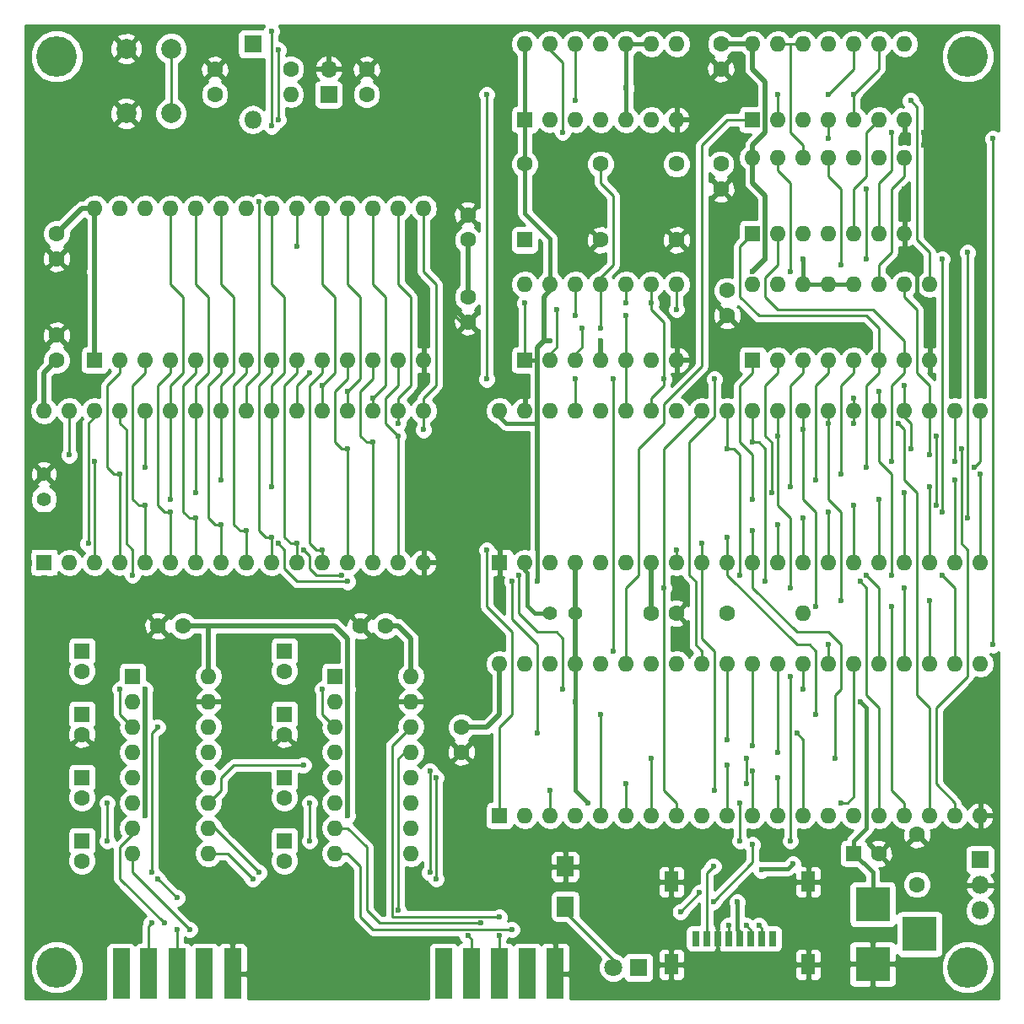
<source format=gbr>
G04 #@! TF.FileFunction,Copper,L1,Top,Signal*
%FSLAX46Y46*%
G04 Gerber Fmt 4.6, Leading zero omitted, Abs format (unit mm)*
G04 Created by KiCad (PCBNEW 4.0.7-e2-6376~58~ubuntu16.04.1) date Tue Jul 31 10:43:38 2018*
%MOMM*%
%LPD*%
G01*
G04 APERTURE LIST*
%ADD10C,0.100000*%
%ADD11R,1.700000X2.000000*%
%ADD12R,1.600000X1.600000*%
%ADD13O,1.600000X1.600000*%
%ADD14R,0.800000X1.500000*%
%ADD15R,1.450000X2.000000*%
%ADD16R,1.780000X5.080000*%
%ADD17C,1.600000*%
%ADD18R,3.500000X3.500000*%
%ADD19C,2.000000*%
%ADD20R,1.800000X1.800000*%
%ADD21O,1.800000X1.800000*%
%ADD22C,4.064000*%
%ADD23R,1.700000X1.700000*%
%ADD24O,1.700000X1.700000*%
%ADD25C,1.400000*%
%ADD26C,1.800000*%
%ADD27C,0.600000*%
%ADD28C,0.250000*%
%ADD29C,0.400000*%
%ADD30C,0.500000*%
%ADD31C,0.254000*%
G04 APERTURE END LIST*
D10*
D11*
X161544000Y-121952000D03*
X161544000Y-125952000D03*
D12*
X180340000Y-58420000D03*
D13*
X195580000Y-50800000D03*
X182880000Y-58420000D03*
X193040000Y-50800000D03*
X185420000Y-58420000D03*
X190500000Y-50800000D03*
X187960000Y-58420000D03*
X187960000Y-50800000D03*
X190500000Y-58420000D03*
X185420000Y-50800000D03*
X193040000Y-58420000D03*
X182880000Y-50800000D03*
X195580000Y-58420000D03*
X180340000Y-50800000D03*
D12*
X157480000Y-71120000D03*
D13*
X172720000Y-63500000D03*
X160020000Y-71120000D03*
X170180000Y-63500000D03*
X162560000Y-71120000D03*
X167640000Y-63500000D03*
X165100000Y-71120000D03*
X165100000Y-63500000D03*
X167640000Y-71120000D03*
X162560000Y-63500000D03*
X170180000Y-71120000D03*
X160020000Y-63500000D03*
X172720000Y-71120000D03*
X157480000Y-63500000D03*
D14*
X182345000Y-129185000D03*
X181245000Y-129185000D03*
X180145000Y-129185000D03*
X179045000Y-129185000D03*
X177945000Y-129185000D03*
X176845000Y-129185000D03*
X175745000Y-129185000D03*
X174645000Y-129185000D03*
D15*
X185945000Y-123485000D03*
X185945000Y-131785000D03*
X172195000Y-123485000D03*
X172195000Y-131785000D03*
D12*
X154940000Y-116840000D03*
D13*
X203200000Y-101600000D03*
X157480000Y-116840000D03*
X200660000Y-101600000D03*
X160020000Y-116840000D03*
X198120000Y-101600000D03*
X162560000Y-116840000D03*
X195580000Y-101600000D03*
X165100000Y-116840000D03*
X193040000Y-101600000D03*
X167640000Y-116840000D03*
X190500000Y-101600000D03*
X170180000Y-116840000D03*
X187960000Y-101600000D03*
X172720000Y-116840000D03*
X185420000Y-101600000D03*
X175260000Y-116840000D03*
X182880000Y-101600000D03*
X177800000Y-116840000D03*
X180340000Y-101600000D03*
X180340000Y-116840000D03*
X177800000Y-101600000D03*
X182880000Y-116840000D03*
X175260000Y-101600000D03*
X185420000Y-116840000D03*
X172720000Y-101600000D03*
X187960000Y-116840000D03*
X170180000Y-101600000D03*
X190500000Y-116840000D03*
X167640000Y-101600000D03*
X193040000Y-116840000D03*
X165100000Y-101600000D03*
X195580000Y-116840000D03*
X162560000Y-101600000D03*
X198120000Y-116840000D03*
X160020000Y-101600000D03*
X200660000Y-116840000D03*
X157480000Y-101600000D03*
X203200000Y-116840000D03*
X154940000Y-101600000D03*
D16*
X119755000Y-132715000D03*
X122555000Y-132715000D03*
X125345000Y-132715000D03*
X128145000Y-132715000D03*
X116965000Y-132715000D03*
D12*
X133350000Y-100330000D03*
D17*
X133350000Y-102330000D03*
D12*
X133350000Y-113030000D03*
D17*
X133350000Y-115030000D03*
D12*
X133350000Y-119380000D03*
D17*
X133350000Y-121380000D03*
D12*
X133350000Y-106680000D03*
D17*
X133350000Y-108680000D03*
X126365000Y-44450000D03*
X126365000Y-41950000D03*
X141605000Y-44450000D03*
X141605000Y-41950000D03*
X123190000Y-97790000D03*
X120690000Y-97790000D03*
X177800000Y-64135000D03*
X177800000Y-66635000D03*
X177165000Y-39370000D03*
X177165000Y-41870000D03*
X151130000Y-107950000D03*
X151130000Y-110450000D03*
X110490000Y-58420000D03*
X110490000Y-60920000D03*
X177165000Y-51435000D03*
X177165000Y-53935000D03*
X170180000Y-96520000D03*
X172680000Y-96520000D03*
X151765000Y-59055000D03*
X151765000Y-56555000D03*
X110490000Y-71120000D03*
X110490000Y-68620000D03*
X143510000Y-97790000D03*
X141010000Y-97790000D03*
X151765000Y-64770000D03*
X151765000Y-67270000D03*
D12*
X113030000Y-100330000D03*
D17*
X113030000Y-102330000D03*
D12*
X113030000Y-113030000D03*
D17*
X113030000Y-115030000D03*
D12*
X113030000Y-106680000D03*
D17*
X113030000Y-108680000D03*
D12*
X113030000Y-119380000D03*
D17*
X113030000Y-121380000D03*
D16*
X152140000Y-132715000D03*
X154940000Y-132715000D03*
X157730000Y-132715000D03*
X160530000Y-132715000D03*
X149350000Y-132715000D03*
D18*
X192405000Y-125730000D03*
X192405000Y-131730000D03*
X197105000Y-128730000D03*
D17*
X133985000Y-41910000D03*
D13*
X133985000Y-44450000D03*
D19*
X121975000Y-46355000D03*
X117475000Y-46355000D03*
X121975000Y-39855000D03*
X117475000Y-39855000D03*
D12*
X154940000Y-91440000D03*
D13*
X203200000Y-76200000D03*
X157480000Y-91440000D03*
X200660000Y-76200000D03*
X160020000Y-91440000D03*
X198120000Y-76200000D03*
X162560000Y-91440000D03*
X195580000Y-76200000D03*
X165100000Y-91440000D03*
X193040000Y-76200000D03*
X167640000Y-91440000D03*
X190500000Y-76200000D03*
X170180000Y-91440000D03*
X187960000Y-76200000D03*
X172720000Y-91440000D03*
X185420000Y-76200000D03*
X175260000Y-91440000D03*
X182880000Y-76200000D03*
X177800000Y-91440000D03*
X180340000Y-76200000D03*
X180340000Y-91440000D03*
X177800000Y-76200000D03*
X182880000Y-91440000D03*
X175260000Y-76200000D03*
X185420000Y-91440000D03*
X172720000Y-76200000D03*
X187960000Y-91440000D03*
X170180000Y-76200000D03*
X190500000Y-91440000D03*
X167640000Y-76200000D03*
X193040000Y-91440000D03*
X165100000Y-76200000D03*
X195580000Y-91440000D03*
X162560000Y-76200000D03*
X198120000Y-91440000D03*
X160020000Y-76200000D03*
X200660000Y-91440000D03*
X157480000Y-76200000D03*
X203200000Y-91440000D03*
X154940000Y-76200000D03*
D12*
X180340000Y-46990000D03*
D13*
X195580000Y-39370000D03*
X182880000Y-46990000D03*
X193040000Y-39370000D03*
X185420000Y-46990000D03*
X190500000Y-39370000D03*
X187960000Y-46990000D03*
X187960000Y-39370000D03*
X190500000Y-46990000D03*
X185420000Y-39370000D03*
X193040000Y-46990000D03*
X182880000Y-39370000D03*
X195580000Y-46990000D03*
X180340000Y-39370000D03*
D12*
X138430000Y-102870000D03*
D13*
X146050000Y-120650000D03*
X138430000Y-105410000D03*
X146050000Y-118110000D03*
X138430000Y-107950000D03*
X146050000Y-115570000D03*
X138430000Y-110490000D03*
X146050000Y-113030000D03*
X138430000Y-113030000D03*
X146050000Y-110490000D03*
X138430000Y-115570000D03*
X146050000Y-107950000D03*
X138430000Y-118110000D03*
X146050000Y-105410000D03*
X138430000Y-120650000D03*
X146050000Y-102870000D03*
D12*
X114300000Y-71120000D03*
D13*
X147320000Y-55880000D03*
X116840000Y-71120000D03*
X144780000Y-55880000D03*
X119380000Y-71120000D03*
X142240000Y-55880000D03*
X121920000Y-71120000D03*
X139700000Y-55880000D03*
X124460000Y-71120000D03*
X137160000Y-55880000D03*
X127000000Y-71120000D03*
X134620000Y-55880000D03*
X129540000Y-71120000D03*
X132080000Y-55880000D03*
X132080000Y-71120000D03*
X129540000Y-55880000D03*
X134620000Y-71120000D03*
X127000000Y-55880000D03*
X137160000Y-71120000D03*
X124460000Y-55880000D03*
X139700000Y-71120000D03*
X121920000Y-55880000D03*
X142240000Y-71120000D03*
X119380000Y-55880000D03*
X144780000Y-71120000D03*
X116840000Y-55880000D03*
X147320000Y-71120000D03*
X114300000Y-55880000D03*
D12*
X118110000Y-102870000D03*
D13*
X125730000Y-120650000D03*
X118110000Y-105410000D03*
X125730000Y-118110000D03*
X118110000Y-107950000D03*
X125730000Y-115570000D03*
X118110000Y-110490000D03*
X125730000Y-113030000D03*
X118110000Y-113030000D03*
X125730000Y-110490000D03*
X118110000Y-115570000D03*
X125730000Y-107950000D03*
X118110000Y-118110000D03*
X125730000Y-105410000D03*
X118110000Y-120650000D03*
X125730000Y-102870000D03*
D20*
X203200000Y-121285000D03*
D21*
X203200000Y-123825000D03*
X203200000Y-126365000D03*
D22*
X110490000Y-132080000D03*
X201930000Y-40640000D03*
X110490000Y-40640000D03*
X201930000Y-132080000D03*
D12*
X157480000Y-59055000D03*
D17*
X157480000Y-51435000D03*
X172720000Y-51435000D03*
X172720000Y-59055000D03*
D12*
X157480000Y-59055000D03*
D17*
X157480000Y-51435000D03*
X165100000Y-51435000D03*
X165100000Y-59055000D03*
X196850000Y-118745000D03*
X196850000Y-123745000D03*
D12*
X190500000Y-120650000D03*
D17*
X193000000Y-120650000D03*
D20*
X130175000Y-39370000D03*
D21*
X130175000Y-46990000D03*
D23*
X137795000Y-44450000D03*
D24*
X137795000Y-41910000D03*
D12*
X109220000Y-91440000D03*
D13*
X147320000Y-76200000D03*
X111760000Y-91440000D03*
X144780000Y-76200000D03*
X114300000Y-91440000D03*
X142240000Y-76200000D03*
X116840000Y-91440000D03*
X139700000Y-76200000D03*
X119380000Y-91440000D03*
X137160000Y-76200000D03*
X121920000Y-91440000D03*
X134620000Y-76200000D03*
X124460000Y-91440000D03*
X132080000Y-76200000D03*
X127000000Y-91440000D03*
X129540000Y-76200000D03*
X129540000Y-91440000D03*
X127000000Y-76200000D03*
X132080000Y-91440000D03*
X124460000Y-76200000D03*
X134620000Y-91440000D03*
X121920000Y-76200000D03*
X137160000Y-91440000D03*
X119380000Y-76200000D03*
X139700000Y-91440000D03*
X116840000Y-76200000D03*
X142240000Y-91440000D03*
X114300000Y-76200000D03*
X144780000Y-91440000D03*
X111760000Y-76200000D03*
X147320000Y-91440000D03*
X109220000Y-76200000D03*
D25*
X109220000Y-85090000D03*
X109220000Y-82550000D03*
D20*
X168910000Y-132080000D03*
D26*
X166370000Y-132080000D03*
D12*
X157480000Y-46990000D03*
D13*
X172720000Y-39370000D03*
X160020000Y-46990000D03*
X170180000Y-39370000D03*
X162560000Y-46990000D03*
X167640000Y-39370000D03*
X165100000Y-46990000D03*
X165100000Y-39370000D03*
X167640000Y-46990000D03*
X162560000Y-39370000D03*
X170180000Y-46990000D03*
X160020000Y-39370000D03*
X172720000Y-46990000D03*
X157480000Y-39370000D03*
D12*
X180340000Y-71120000D03*
D13*
X198120000Y-63500000D03*
X182880000Y-71120000D03*
X195580000Y-63500000D03*
X185420000Y-71120000D03*
X193040000Y-63500000D03*
X187960000Y-71120000D03*
X190500000Y-63500000D03*
X190500000Y-71120000D03*
X187960000Y-63500000D03*
X193040000Y-71120000D03*
X185420000Y-63500000D03*
X195580000Y-71120000D03*
X182880000Y-63500000D03*
X198120000Y-71120000D03*
X180340000Y-63500000D03*
D17*
X177800000Y-96520000D03*
D13*
X185420000Y-96520000D03*
D25*
X162560000Y-96520000D03*
X160020000Y-96520000D03*
D27*
X137160000Y-104140000D03*
X135890000Y-119380000D03*
X135890000Y-115570000D03*
X133350000Y-106680000D03*
X158750000Y-93345000D03*
X181610000Y-60960000D03*
X185420000Y-60960000D03*
X163830000Y-115570000D03*
X167640000Y-65405000D03*
X157480000Y-65405000D03*
X162560000Y-105410000D03*
X191135000Y-105410000D03*
X114300000Y-62230000D03*
X180340000Y-62230000D03*
X139700000Y-116840000D03*
X139700000Y-104140000D03*
X119380000Y-116840000D03*
X119380000Y-104140000D03*
X170180000Y-93345000D03*
X162560000Y-93345000D03*
X165100000Y-69215000D03*
X160020000Y-69215000D03*
X167640000Y-43815000D03*
X195580000Y-53975000D03*
X197485000Y-49530000D03*
X197485000Y-48260000D03*
X168275000Y-122555000D03*
X172212000Y-122682000D03*
X182880000Y-120650000D03*
X185928000Y-122682000D03*
X153670000Y-73025000D03*
X153670000Y-44450000D03*
X166370000Y-100330000D03*
X166370000Y-73025000D03*
X162560000Y-73025000D03*
X116840000Y-104140000D03*
X115570000Y-119380000D03*
X115570000Y-115570000D03*
X144780000Y-126365000D03*
X151765000Y-128905000D03*
X154940000Y-128905000D03*
X154940000Y-127000000D03*
X156210000Y-128270000D03*
X153035000Y-127635000D03*
X120015000Y-127635000D03*
X120015000Y-122555000D03*
X120650000Y-107950000D03*
X122555000Y-128270000D03*
X122555000Y-125095000D03*
X120650000Y-123190000D03*
X123825000Y-128270000D03*
X121285000Y-127635000D03*
X191770000Y-81915000D03*
X202565000Y-81915000D03*
X119380000Y-81915000D03*
X194310000Y-81280000D03*
X114300000Y-81280000D03*
X200660000Y-81280000D03*
X184150000Y-62230000D03*
X198120000Y-80645000D03*
X111760000Y-80645000D03*
X201295000Y-80010000D03*
X196215000Y-80010000D03*
X195580000Y-73660000D03*
X137160000Y-73660000D03*
X139700000Y-74295000D03*
X194310000Y-92710000D03*
X199390000Y-92710000D03*
X193040000Y-74295000D03*
X142240000Y-74930000D03*
X190500000Y-74930000D03*
X190500000Y-77470000D03*
X194945000Y-77470000D03*
X144780000Y-77470000D03*
X187960000Y-77470000D03*
X189230000Y-95250000D03*
X198120000Y-95250000D03*
X153670000Y-90170000D03*
X172720000Y-90170000D03*
X137160000Y-90170000D03*
X147320000Y-78105000D03*
X186690000Y-95885000D03*
X194310000Y-95885000D03*
X185420000Y-78105000D03*
X160020000Y-114300000D03*
X176530000Y-114300000D03*
X175260000Y-89535000D03*
X134620000Y-89535000D03*
X184150000Y-93980000D03*
X195580000Y-93980000D03*
X182880000Y-78740000D03*
X144780000Y-78740000D03*
X165100000Y-106680000D03*
X186690000Y-106680000D03*
X177800000Y-88900000D03*
X132080000Y-88900000D03*
X181610000Y-93345000D03*
X191135000Y-93345000D03*
X180340000Y-79375000D03*
X142240000Y-79375000D03*
X167640000Y-113665000D03*
X179705000Y-113665000D03*
X179705000Y-111125000D03*
X188595000Y-111125000D03*
X180340000Y-88265000D03*
X129540000Y-88265000D03*
X139700000Y-80010000D03*
X179070000Y-92710000D03*
X191770000Y-92710000D03*
X177800000Y-80010000D03*
X182880000Y-87630000D03*
X127000000Y-87630000D03*
X171450000Y-93980000D03*
X118110000Y-92710000D03*
X201930000Y-60325000D03*
X201930000Y-86995000D03*
X185420000Y-86995000D03*
X124460000Y-86995000D03*
X191770000Y-53975000D03*
X191770000Y-60960000D03*
X199390000Y-60960000D03*
X199390000Y-86360000D03*
X187960000Y-86360000D03*
X121920000Y-86360000D03*
X170180000Y-65405000D03*
X171450000Y-73025000D03*
X176530000Y-73025000D03*
X189230000Y-61595000D03*
X198755000Y-78740000D03*
X198755000Y-85725000D03*
X190500000Y-85725000D03*
X119380000Y-85725000D03*
X162560000Y-66675000D03*
X167640000Y-66675000D03*
X180340000Y-85090000D03*
X121920000Y-85090000D03*
X193040000Y-85090000D03*
X182245000Y-84455000D03*
X124460000Y-84455000D03*
X195580000Y-84455000D03*
X184150000Y-83820000D03*
X198120000Y-83820000D03*
X132080000Y-83820000D03*
X186690000Y-83185000D03*
X200660000Y-83185000D03*
X127000000Y-83185000D03*
X189230000Y-82550000D03*
X116840000Y-82550000D03*
X203200000Y-82550000D03*
X132715000Y-40005000D03*
X132715000Y-46990000D03*
X130810000Y-55245000D03*
X196215000Y-45085000D03*
X182880000Y-44450000D03*
X187960000Y-44450000D03*
X134620000Y-59690000D03*
X204470000Y-48895000D03*
X187960000Y-48895000D03*
X204470000Y-99695000D03*
X187960000Y-99695000D03*
X135890000Y-72390000D03*
X160655000Y-66040000D03*
X172720000Y-66040000D03*
X182880000Y-113030000D03*
X180340000Y-112395000D03*
X177800000Y-111760000D03*
X179070000Y-119380000D03*
X179070000Y-115570000D03*
X189230000Y-115570000D03*
X170180000Y-111125000D03*
X148590000Y-113030000D03*
X148590000Y-123190000D03*
X130175000Y-123190000D03*
X130810000Y-122555000D03*
X182880000Y-110490000D03*
X147955000Y-112395000D03*
X147955000Y-122555000D03*
X180340000Y-109855000D03*
X135255000Y-111760000D03*
X177800000Y-109220000D03*
X180314000Y-119761000D03*
X176403000Y-125476000D03*
X184150000Y-102870000D03*
X184150000Y-119380000D03*
X132080000Y-47625000D03*
X132080000Y-38100000D03*
X139700000Y-93345000D03*
X132715000Y-89535000D03*
X113665000Y-89535000D03*
X156210000Y-93345000D03*
X158750000Y-108585000D03*
X184785000Y-108585000D03*
X139065000Y-92710000D03*
X185420000Y-104140000D03*
X161290000Y-104140000D03*
X156845000Y-92710000D03*
X135255000Y-90170000D03*
X163195000Y-67945000D03*
X165100000Y-67945000D03*
X178816000Y-125476000D03*
X184404000Y-121666000D03*
X181229000Y-122301000D03*
X176403000Y-121920000D03*
X180975000Y-127889000D03*
X179705000Y-127889000D03*
X177927000Y-127889000D03*
X161290000Y-48260000D03*
X194310000Y-48260000D03*
X173101000Y-126492000D03*
X175006000Y-124587000D03*
X190500000Y-44450000D03*
X162560000Y-45085000D03*
D28*
X137160000Y-106680000D02*
X138430000Y-107950000D01*
X137160000Y-104140000D02*
X137160000Y-106680000D01*
X135890000Y-119380000D02*
X135890000Y-115570000D01*
D29*
X162560000Y-91440000D02*
X162560000Y-96520000D01*
X157480000Y-91440000D02*
X157480000Y-92202000D01*
X157480000Y-92202000D02*
X157734000Y-92456000D01*
X157734000Y-92456000D02*
X157734000Y-95758000D01*
X157734000Y-95758000D02*
X158496000Y-96520000D01*
X158496000Y-96520000D02*
X160020000Y-96520000D01*
X158750000Y-90170000D02*
X158750000Y-93345000D01*
X154940000Y-76200000D02*
X154940000Y-76835000D01*
X154940000Y-76835000D02*
X155575000Y-77470000D01*
X155575000Y-77470000D02*
X158750000Y-77470000D01*
X185420000Y-63500000D02*
X185420000Y-60960000D01*
X187960000Y-63500000D02*
X185420000Y-63500000D01*
X190500000Y-63500000D02*
X187960000Y-63500000D01*
X157480000Y-46990000D02*
X157480000Y-39370000D01*
X162560000Y-105410000D02*
X162560000Y-114300000D01*
X162560000Y-114300000D02*
X163830000Y-115570000D01*
X157480000Y-71120000D02*
X158750000Y-71120000D01*
D28*
X157480000Y-71120000D02*
X157480000Y-65405000D01*
X167640000Y-65405000D02*
X167640000Y-63500000D01*
D29*
X157480000Y-51435000D02*
X157480000Y-56388000D01*
X160020000Y-58928000D02*
X160020000Y-63500000D01*
X157480000Y-56388000D02*
X160020000Y-58928000D01*
X190500000Y-120650000D02*
X190500000Y-119380000D01*
X162560000Y-105410000D02*
X162560000Y-101600000D01*
X191770000Y-106045000D02*
X191135000Y-105410000D01*
X191770000Y-118110000D02*
X191770000Y-107950000D01*
X191770000Y-107950000D02*
X191770000Y-106045000D01*
X190500000Y-119380000D02*
X191770000Y-118110000D01*
X192405000Y-125730000D02*
X192405000Y-122555000D01*
X192405000Y-122555000D02*
X190500000Y-120650000D01*
D30*
X114300000Y-55880000D02*
X114300000Y-62230000D01*
X114300000Y-62230000D02*
X114300000Y-71120000D01*
X119380000Y-104140000D02*
X119380000Y-116840000D01*
X180340000Y-39370000D02*
X177165000Y-39370000D01*
X180340000Y-50800000D02*
X180340000Y-49530000D01*
X180340000Y-49530000D02*
X181610000Y-48260000D01*
X181610000Y-48260000D02*
X181610000Y-43180000D01*
X181610000Y-43180000D02*
X180340000Y-41910000D01*
X180340000Y-41910000D02*
X180340000Y-39370000D01*
X180340000Y-62230000D02*
X181610000Y-60960000D01*
X181610000Y-60960000D02*
X181610000Y-54610000D01*
X181610000Y-54610000D02*
X180340000Y-53340000D01*
X180340000Y-53340000D02*
X180340000Y-50800000D01*
X165100000Y-69215000D02*
X165100000Y-71120000D01*
X159385000Y-69215000D02*
X159385000Y-64770000D01*
X159385000Y-64770000D02*
X160020000Y-64135000D01*
X160020000Y-64135000D02*
X160020000Y-63500000D01*
X158750000Y-90170000D02*
X158750000Y-77470000D01*
X158750000Y-77470000D02*
X158750000Y-71120000D01*
X158750000Y-71120000D02*
X158750000Y-69850000D01*
X158750000Y-69850000D02*
X159385000Y-69215000D01*
X159385000Y-69215000D02*
X160020000Y-69215000D01*
X170180000Y-91440000D02*
X170180000Y-95250000D01*
X170180000Y-95250000D02*
X170180000Y-96520000D01*
X162560000Y-101600000D02*
X162560000Y-91440000D01*
X154940000Y-106680000D02*
X153670000Y-107950000D01*
X153670000Y-107950000D02*
X151130000Y-107950000D01*
X154940000Y-101600000D02*
X154940000Y-106680000D01*
X143510000Y-97790000D02*
X144780000Y-97790000D01*
X144780000Y-97790000D02*
X146050000Y-99060000D01*
X146050000Y-99060000D02*
X146050000Y-102870000D01*
X123190000Y-97790000D02*
X138430000Y-97790000D01*
X138430000Y-97790000D02*
X139700000Y-99060000D01*
X139700000Y-99060000D02*
X139700000Y-104140000D01*
X139700000Y-104140000D02*
X139700000Y-116840000D01*
X125730000Y-102870000D02*
X125730000Y-97790000D01*
X151765000Y-59055000D02*
X151765000Y-64770000D01*
X109220000Y-72390000D02*
X110490000Y-71120000D01*
X110490000Y-58420000D02*
X113030000Y-55880000D01*
X113030000Y-55880000D02*
X114300000Y-55880000D01*
D28*
X113030000Y-55880000D02*
X114300000Y-55880000D01*
X123190000Y-97790000D02*
X125730000Y-97790000D01*
X125730000Y-97790000D02*
X138430000Y-97790000D01*
X138430000Y-97790000D02*
X139700000Y-99060000D01*
X139700000Y-104140000D02*
X139700000Y-99060000D01*
X139700000Y-99060000D02*
X138430000Y-97790000D01*
X139700000Y-104140000D02*
X139700000Y-116840000D01*
X146050000Y-99060000D02*
X146050000Y-102870000D01*
X144780000Y-97790000D02*
X146050000Y-99060000D01*
X123190000Y-97790000D02*
X123825000Y-97790000D01*
X170180000Y-93345000D02*
X170180000Y-95250000D01*
X170180000Y-95250000D02*
X170180000Y-96520000D01*
X151130000Y-107950000D02*
X153035000Y-107950000D01*
X153035000Y-107950000D02*
X153670000Y-107950000D01*
X160020000Y-69215000D02*
X159385000Y-69215000D01*
X158750000Y-69850000D02*
X158750000Y-90170000D01*
X159385000Y-69215000D02*
X158750000Y-69850000D01*
X170180000Y-93345000D02*
X170180000Y-91440000D01*
X180340000Y-50800000D02*
X180340000Y-53340000D01*
X181610000Y-54610000D02*
X181610000Y-60960000D01*
X180340000Y-53340000D02*
X181610000Y-54610000D01*
X180340000Y-39370000D02*
X180340000Y-41910000D01*
X181610000Y-48260000D02*
X180340000Y-49530000D01*
X181610000Y-43180000D02*
X181610000Y-48260000D01*
X180340000Y-41910000D02*
X181610000Y-43180000D01*
X110490000Y-71120000D02*
X109220000Y-72390000D01*
X162560000Y-93345000D02*
X162560000Y-91440000D01*
D30*
X109220000Y-76200000D02*
X109220000Y-72390000D01*
D29*
X157480000Y-51435000D02*
X157480000Y-46990000D01*
X167640000Y-39370000D02*
X170180000Y-39370000D01*
X167640000Y-46990000D02*
X167640000Y-43815000D01*
X167640000Y-43815000D02*
X167640000Y-39370000D01*
X195580000Y-58420000D02*
X195580000Y-53975000D01*
X197485000Y-49530000D02*
X197485000Y-48260000D01*
X198120000Y-71120000D02*
X198120000Y-66040000D01*
X195580000Y-59690000D02*
X195580000Y-58420000D01*
X196850000Y-60960000D02*
X195580000Y-59690000D01*
X196850000Y-64770000D02*
X196850000Y-60960000D01*
X198120000Y-66040000D02*
X196850000Y-64770000D01*
X172195000Y-123485000D02*
X169205000Y-123485000D01*
X169205000Y-123485000D02*
X168275000Y-122555000D01*
X172195000Y-131785000D02*
X185945000Y-131785000D01*
D28*
X172212000Y-122682000D02*
X172195000Y-122699000D01*
D29*
X182880000Y-120650000D02*
X185420000Y-120650000D01*
X185420000Y-120650000D02*
X185945000Y-121175000D01*
X185945000Y-121175000D02*
X185945000Y-123485000D01*
D28*
X151765000Y-67270000D02*
X151090000Y-67270000D01*
X151090000Y-67270000D02*
X149860000Y-66040000D01*
X149860000Y-58460000D02*
X151765000Y-56555000D01*
X149860000Y-66040000D02*
X149860000Y-58460000D01*
X141010000Y-97790000D02*
X141010000Y-97830000D01*
X146050000Y-105410000D02*
X146685000Y-105410000D01*
X171855000Y-131445000D02*
X172195000Y-131785000D01*
X185928000Y-122682000D02*
X185945000Y-122699000D01*
X185945000Y-122699000D02*
X185945000Y-123485000D01*
X172195000Y-122699000D02*
X172195000Y-123485000D01*
X172195000Y-131785000D02*
X172195000Y-123485000D01*
X185945000Y-123485000D02*
X185945000Y-131785000D01*
X198120000Y-71120000D02*
X198120000Y-71755000D01*
X121975000Y-39855000D02*
X121975000Y-46355000D01*
X153670000Y-44450000D02*
X153670000Y-47625000D01*
X153670000Y-50800000D02*
X153670000Y-47625000D01*
X153670000Y-73025000D02*
X153670000Y-71755000D01*
X153670000Y-71755000D02*
X153670000Y-62230000D01*
X153670000Y-62230000D02*
X153670000Y-52070000D01*
X153670000Y-52070000D02*
X153670000Y-50800000D01*
X166370000Y-92710000D02*
X166370000Y-100330000D01*
X162560000Y-76200000D02*
X162560000Y-73025000D01*
X166370000Y-92710000D02*
X166370000Y-92075000D01*
X166370000Y-77470000D02*
X166370000Y-92710000D01*
X166370000Y-73025000D02*
X166370000Y-77470000D01*
X116840000Y-106680000D02*
X118110000Y-107950000D01*
X116840000Y-104140000D02*
X116840000Y-106680000D01*
X115570000Y-119380000D02*
X115570000Y-115570000D01*
X146050000Y-110490000D02*
X145415000Y-110490000D01*
X145415000Y-110490000D02*
X144780000Y-111125000D01*
X144780000Y-111125000D02*
X144780000Y-125730000D01*
X144780000Y-125730000D02*
X144780000Y-126365000D01*
X151765000Y-128905000D02*
X152140000Y-129280000D01*
X152140000Y-129280000D02*
X152140000Y-132715000D01*
X146050000Y-107950000D02*
X144145000Y-109855000D01*
X154940000Y-128905000D02*
X154940000Y-132715000D01*
X144145000Y-127000000D02*
X154940000Y-127000000D01*
X144145000Y-109855000D02*
X144145000Y-127000000D01*
X138430000Y-120650000D02*
X139700000Y-120650000D01*
X142240000Y-128270000D02*
X156210000Y-128270000D01*
X140970000Y-127000000D02*
X142240000Y-128270000D01*
X140970000Y-121920000D02*
X140970000Y-127000000D01*
X139700000Y-120650000D02*
X140970000Y-121920000D01*
X138430000Y-118110000D02*
X139700000Y-118110000D01*
X142875000Y-127635000D02*
X153035000Y-127635000D01*
X141605000Y-126365000D02*
X142875000Y-127635000D01*
X141605000Y-120015000D02*
X141605000Y-126365000D01*
X139700000Y-118110000D02*
X141605000Y-120015000D01*
X119755000Y-127895000D02*
X119755000Y-132715000D01*
X120015000Y-127635000D02*
X119755000Y-127895000D01*
X120015000Y-119380000D02*
X120015000Y-122555000D01*
X120650000Y-107950000D02*
X120015000Y-108585000D01*
X120015000Y-108585000D02*
X120015000Y-119380000D01*
X122555000Y-128270000D02*
X122555000Y-132715000D01*
X120650000Y-123190000D02*
X122555000Y-125095000D01*
X118110000Y-120650000D02*
X118110000Y-122555000D01*
X118110000Y-122555000D02*
X123825000Y-128270000D01*
X118110000Y-118110000D02*
X118110000Y-118745000D01*
X118110000Y-118745000D02*
X116840000Y-120015000D01*
X116840000Y-120015000D02*
X116840000Y-123190000D01*
X116840000Y-123190000D02*
X121285000Y-127635000D01*
X193040000Y-71120000D02*
X193040000Y-67945000D01*
X179070000Y-59690000D02*
X180340000Y-58420000D01*
X179070000Y-64770000D02*
X179070000Y-59690000D01*
X180975000Y-66675000D02*
X179070000Y-64770000D01*
X191770000Y-66675000D02*
X180975000Y-66675000D01*
X193040000Y-67945000D02*
X191770000Y-66675000D01*
X193040000Y-71120000D02*
X193040000Y-72390000D01*
X191770000Y-73660000D02*
X191770000Y-81915000D01*
X193040000Y-72390000D02*
X191770000Y-73660000D01*
X203200000Y-81280000D02*
X203200000Y-76200000D01*
X202565000Y-81915000D02*
X203200000Y-81280000D01*
X119380000Y-76200000D02*
X119380000Y-81915000D01*
X193040000Y-71120000D02*
X193040000Y-71755000D01*
X195580000Y-71120000D02*
X195580000Y-69215000D01*
X182880000Y-61595000D02*
X182880000Y-58420000D01*
X181610000Y-62865000D02*
X182880000Y-61595000D01*
X181610000Y-64770000D02*
X181610000Y-62865000D01*
X182880000Y-66040000D02*
X181610000Y-64770000D01*
X192405000Y-66040000D02*
X182880000Y-66040000D01*
X195580000Y-69215000D02*
X192405000Y-66040000D01*
X195580000Y-71120000D02*
X195580000Y-72390000D01*
X194310000Y-73660000D02*
X194310000Y-81280000D01*
X195580000Y-72390000D02*
X194310000Y-73660000D01*
X200660000Y-76200000D02*
X200660000Y-81280000D01*
X114300000Y-81280000D02*
X114300000Y-91440000D01*
X182880000Y-52070000D02*
X182880000Y-50800000D01*
X184150000Y-53340000D02*
X182880000Y-52070000D01*
X184150000Y-62230000D02*
X184150000Y-53340000D01*
X198120000Y-76200000D02*
X198120000Y-73660000D01*
X195580000Y-64770000D02*
X195580000Y-63500000D01*
X196850000Y-66040000D02*
X195580000Y-64770000D01*
X196850000Y-72390000D02*
X196850000Y-66040000D01*
X198120000Y-73660000D02*
X196850000Y-72390000D01*
X198120000Y-80645000D02*
X198120000Y-76200000D01*
X111760000Y-76200000D02*
X111760000Y-80645000D01*
X195580000Y-76200000D02*
X195580000Y-76835000D01*
X195580000Y-76835000D02*
X196215000Y-77470000D01*
X200660000Y-115570000D02*
X200660000Y-116840000D01*
X198755000Y-113665000D02*
X200660000Y-115570000D01*
X198755000Y-106045000D02*
X198755000Y-113665000D01*
X201930000Y-102870000D02*
X198755000Y-106045000D01*
X201930000Y-90170000D02*
X201930000Y-102870000D01*
X201295000Y-89535000D02*
X201930000Y-90170000D01*
X201295000Y-80010000D02*
X201295000Y-89535000D01*
X196215000Y-77470000D02*
X196215000Y-80010000D01*
X137160000Y-63500000D02*
X137160000Y-55880000D01*
X138430000Y-64770000D02*
X137160000Y-63500000D01*
X195580000Y-76200000D02*
X195580000Y-73660000D01*
X138430000Y-72390000D02*
X138430000Y-64770000D01*
X137160000Y-73660000D02*
X138430000Y-72390000D01*
X137160000Y-73660000D02*
X137160000Y-76200000D01*
X140970000Y-73025000D02*
X139700000Y-74295000D01*
X140970000Y-64770000D02*
X140970000Y-73025000D01*
X139700000Y-76200000D02*
X139700000Y-74295000D01*
X139700000Y-63500000D02*
X140970000Y-64770000D01*
X139700000Y-55880000D02*
X139700000Y-63500000D01*
X200660000Y-101600000D02*
X200660000Y-93980000D01*
X193040000Y-81280000D02*
X193040000Y-76200000D01*
X194310000Y-82550000D02*
X193040000Y-81280000D01*
X194310000Y-89535000D02*
X194310000Y-82550000D01*
X194310000Y-92710000D02*
X194310000Y-89535000D01*
X200660000Y-93980000D02*
X199390000Y-92710000D01*
X193040000Y-74295000D02*
X193040000Y-76200000D01*
X143510000Y-73660000D02*
X142240000Y-74930000D01*
X143510000Y-64770000D02*
X143510000Y-73660000D01*
X142240000Y-74930000D02*
X142240000Y-76200000D01*
X142240000Y-63500000D02*
X143510000Y-64770000D01*
X142240000Y-55880000D02*
X142240000Y-63500000D01*
X198120000Y-116840000D02*
X198120000Y-106045000D01*
X190500000Y-77470000D02*
X190500000Y-76200000D01*
X195580000Y-78105000D02*
X194945000Y-77470000D01*
X195580000Y-83185000D02*
X195580000Y-78105000D01*
X196850000Y-84455000D02*
X195580000Y-83185000D01*
X196850000Y-104775000D02*
X196850000Y-84455000D01*
X198120000Y-106045000D02*
X196850000Y-104775000D01*
X190500000Y-76200000D02*
X190500000Y-74930000D01*
X144780000Y-74930000D02*
X144780000Y-76200000D01*
X146050000Y-73660000D02*
X144780000Y-74930000D01*
X146050000Y-64770000D02*
X146050000Y-73660000D01*
X144780000Y-77470000D02*
X144780000Y-76200000D01*
X144780000Y-63500000D02*
X146050000Y-64770000D01*
X144780000Y-55880000D02*
X144780000Y-63500000D01*
X198120000Y-101600000D02*
X198120000Y-95250000D01*
X187960000Y-85090000D02*
X187960000Y-77470000D01*
X189230000Y-86360000D02*
X187960000Y-85090000D01*
X189230000Y-95250000D02*
X189230000Y-86360000D01*
X187960000Y-76200000D02*
X187960000Y-77470000D01*
X154940000Y-116840000D02*
X154940000Y-107950000D01*
X153670000Y-95885000D02*
X153670000Y-90170000D01*
X156210000Y-98425000D02*
X153670000Y-95885000D01*
X156210000Y-106680000D02*
X156210000Y-98425000D01*
X154940000Y-107950000D02*
X156210000Y-106680000D01*
X137160000Y-71120000D02*
X137160000Y-72390000D01*
X137160000Y-72390000D02*
X135890000Y-73660000D01*
X172720000Y-92075000D02*
X172720000Y-90170000D01*
X135890000Y-73660000D02*
X135890000Y-89535000D01*
X136525000Y-90170000D02*
X137160000Y-90170000D01*
X135890000Y-89535000D02*
X136525000Y-90170000D01*
X137160000Y-90170000D02*
X137160000Y-91440000D01*
X147320000Y-74930000D02*
X147320000Y-76200000D01*
X148590000Y-73660000D02*
X147320000Y-74930000D01*
X148590000Y-63500000D02*
X148590000Y-73660000D01*
X147320000Y-76200000D02*
X147320000Y-78105000D01*
X147320000Y-62230000D02*
X148590000Y-63500000D01*
X195580000Y-116840000D02*
X195580000Y-115570000D01*
X185420000Y-85090000D02*
X185420000Y-78105000D01*
X186690000Y-86360000D02*
X185420000Y-85090000D01*
X186690000Y-93345000D02*
X186690000Y-86360000D01*
X186690000Y-95885000D02*
X186690000Y-93345000D01*
X194310000Y-114300000D02*
X194310000Y-95885000D01*
X195580000Y-115570000D02*
X194310000Y-114300000D01*
X147320000Y-55880000D02*
X147320000Y-62230000D01*
X185420000Y-78105000D02*
X185420000Y-76200000D01*
X175260000Y-91440000D02*
X175260000Y-99060000D01*
X160020000Y-114300000D02*
X160020000Y-116840000D01*
X176530000Y-100330000D02*
X176530000Y-114300000D01*
X175260000Y-99060000D02*
X176530000Y-100330000D01*
X134620000Y-72390000D02*
X134620000Y-71120000D01*
X133350000Y-73660000D02*
X134620000Y-72390000D01*
X133350000Y-88900000D02*
X133350000Y-73660000D01*
X175260000Y-91440000D02*
X175260000Y-89535000D01*
X133985000Y-89535000D02*
X133350000Y-88900000D01*
X134620000Y-89535000D02*
X133985000Y-89535000D01*
X134620000Y-89535000D02*
X134620000Y-91440000D01*
X144780000Y-73660000D02*
X144780000Y-71120000D01*
X143510000Y-74930000D02*
X144780000Y-73660000D01*
X195580000Y-101600000D02*
X195580000Y-93980000D01*
X182880000Y-85725000D02*
X182880000Y-78740000D01*
X184150000Y-86995000D02*
X182880000Y-85725000D01*
X184150000Y-93980000D02*
X184150000Y-86995000D01*
X182880000Y-76200000D02*
X182880000Y-78740000D01*
X143510000Y-77470000D02*
X143510000Y-74930000D01*
X144780000Y-78740000D02*
X143510000Y-77470000D01*
X144780000Y-78740000D02*
X144780000Y-91440000D01*
X177800000Y-91440000D02*
X177800000Y-92710000D01*
X165100000Y-106680000D02*
X165100000Y-116840000D01*
X186690000Y-100330000D02*
X186690000Y-106680000D01*
X186055000Y-99695000D02*
X186690000Y-100330000D01*
X184785000Y-99695000D02*
X186055000Y-99695000D01*
X177800000Y-92710000D02*
X184785000Y-99695000D01*
X132080000Y-71120000D02*
X132080000Y-72390000D01*
X132080000Y-72390000D02*
X130810000Y-73660000D01*
X177800000Y-91440000D02*
X177800000Y-88900000D01*
X130810000Y-73660000D02*
X130810000Y-88265000D01*
X131445000Y-88900000D02*
X132080000Y-88900000D01*
X130810000Y-88265000D02*
X131445000Y-88900000D01*
X132080000Y-88900000D02*
X132080000Y-91440000D01*
X142240000Y-73025000D02*
X142240000Y-71120000D01*
X140970000Y-74295000D02*
X142240000Y-73025000D01*
X140970000Y-78740000D02*
X140970000Y-74295000D01*
X193040000Y-116840000D02*
X193040000Y-106045000D01*
X180975000Y-79375000D02*
X180340000Y-79375000D01*
X181610000Y-80010000D02*
X180975000Y-79375000D01*
X181610000Y-89535000D02*
X181610000Y-80010000D01*
X181610000Y-93345000D02*
X181610000Y-89535000D01*
X191770000Y-93980000D02*
X191135000Y-93345000D01*
X191770000Y-104775000D02*
X191770000Y-93980000D01*
X193040000Y-106045000D02*
X191770000Y-104775000D01*
X180340000Y-79375000D02*
X180340000Y-76200000D01*
X141605000Y-79375000D02*
X140970000Y-78740000D01*
X142240000Y-79375000D02*
X141605000Y-79375000D01*
X142240000Y-91440000D02*
X142240000Y-79375000D01*
X167640000Y-116840000D02*
X167640000Y-113665000D01*
X179705000Y-113665000D02*
X179705000Y-111125000D01*
X188595000Y-111125000D02*
X188595000Y-104775000D01*
X188595000Y-104775000D02*
X189230000Y-104140000D01*
X189230000Y-104140000D02*
X189230000Y-99695000D01*
X189230000Y-99695000D02*
X187960000Y-98425000D01*
X187960000Y-98425000D02*
X184785000Y-98425000D01*
X184785000Y-98425000D02*
X180340000Y-93980000D01*
X180340000Y-93980000D02*
X180340000Y-91440000D01*
X129540000Y-72390000D02*
X129540000Y-71120000D01*
X128270000Y-73660000D02*
X129540000Y-72390000D01*
X128270000Y-87630000D02*
X128270000Y-73660000D01*
X180340000Y-88265000D02*
X180340000Y-91440000D01*
X129540000Y-88265000D02*
X128905000Y-88265000D01*
X128905000Y-88265000D02*
X128270000Y-87630000D01*
X129540000Y-91440000D02*
X129540000Y-88265000D01*
X139065000Y-80010000D02*
X139700000Y-80010000D01*
X138430000Y-79375000D02*
X139065000Y-80010000D01*
X138430000Y-74295000D02*
X138430000Y-79375000D01*
X139700000Y-91440000D02*
X139700000Y-80010000D01*
X139700000Y-73025000D02*
X138430000Y-74295000D01*
X139700000Y-71120000D02*
X139700000Y-73025000D01*
X193040000Y-101600000D02*
X193040000Y-93980000D01*
X178435000Y-80010000D02*
X177800000Y-80010000D01*
X179070000Y-80645000D02*
X178435000Y-80010000D01*
X179070000Y-88265000D02*
X179070000Y-80645000D01*
X179070000Y-92710000D02*
X179070000Y-88265000D01*
X193040000Y-93980000D02*
X191770000Y-92710000D01*
X177800000Y-80010000D02*
X177800000Y-76200000D01*
X127000000Y-71120000D02*
X127000000Y-72390000D01*
X127000000Y-72390000D02*
X125730000Y-73660000D01*
X182880000Y-91440000D02*
X182880000Y-87630000D01*
X125730000Y-73660000D02*
X125730000Y-86995000D01*
X126365000Y-87630000D02*
X127000000Y-87630000D01*
X125730000Y-86995000D02*
X126365000Y-87630000D01*
X127000000Y-87630000D02*
X127000000Y-91440000D01*
X116840000Y-76200000D02*
X116840000Y-77470000D01*
X118110000Y-90170000D02*
X118110000Y-92710000D01*
X117475000Y-89535000D02*
X118110000Y-90170000D01*
X117475000Y-78105000D02*
X117475000Y-89535000D01*
X116840000Y-77470000D02*
X117475000Y-78105000D01*
X172720000Y-116840000D02*
X172720000Y-115570000D01*
X171450000Y-80010000D02*
X175260000Y-76200000D01*
X171450000Y-114300000D02*
X171450000Y-93980000D01*
X171450000Y-93980000D02*
X171450000Y-80010000D01*
X172720000Y-115570000D02*
X171450000Y-114300000D01*
X172720000Y-116205000D02*
X172720000Y-116840000D01*
X201930000Y-86995000D02*
X201930000Y-60325000D01*
X124460000Y-72390000D02*
X124460000Y-71120000D01*
X123190000Y-73660000D02*
X124460000Y-72390000D01*
X123190000Y-86360000D02*
X123190000Y-73660000D01*
X185420000Y-86995000D02*
X185420000Y-91440000D01*
X124460000Y-86995000D02*
X123825000Y-86995000D01*
X123825000Y-86995000D02*
X123190000Y-86360000D01*
X124460000Y-91440000D02*
X124460000Y-86995000D01*
X191770000Y-60960000D02*
X191770000Y-53975000D01*
X199390000Y-86360000D02*
X199390000Y-60960000D01*
X121920000Y-71120000D02*
X121920000Y-72390000D01*
X121920000Y-72390000D02*
X120650000Y-73660000D01*
X187960000Y-91440000D02*
X187960000Y-86360000D01*
X120650000Y-73660000D02*
X120650000Y-85725000D01*
X121285000Y-86360000D02*
X121920000Y-86360000D01*
X120650000Y-85725000D02*
X121285000Y-86360000D01*
X121920000Y-86360000D02*
X121920000Y-91440000D01*
X175260000Y-101600000D02*
X175260000Y-100330000D01*
X176530000Y-76835000D02*
X176530000Y-73025000D01*
X173990000Y-79375000D02*
X176530000Y-76835000D01*
X173990000Y-92710000D02*
X173990000Y-79375000D01*
X174625000Y-93345000D02*
X173990000Y-92710000D01*
X174625000Y-99695000D02*
X174625000Y-93345000D01*
X175260000Y-100330000D02*
X174625000Y-99695000D01*
X170180000Y-63500000D02*
X170180000Y-62865000D01*
X170180000Y-64770000D02*
X170180000Y-65405000D01*
X170180000Y-64770000D02*
X170180000Y-63500000D01*
X170180000Y-65405000D02*
X170180000Y-66040000D01*
X170180000Y-66040000D02*
X171450000Y-67310000D01*
X171450000Y-67310000D02*
X171450000Y-73025000D01*
X170180000Y-74930000D02*
X170180000Y-76200000D01*
X171450000Y-73660000D02*
X170180000Y-74930000D01*
X171450000Y-73025000D02*
X171450000Y-73660000D01*
X182880000Y-63500000D02*
X182880000Y-64135000D01*
X187960000Y-52705000D02*
X187960000Y-50800000D01*
X189230000Y-53975000D02*
X187960000Y-52705000D01*
X189230000Y-57785000D02*
X189230000Y-53975000D01*
X189230000Y-61595000D02*
X189230000Y-57785000D01*
X198755000Y-85725000D02*
X198755000Y-78740000D01*
X119380000Y-72390000D02*
X119380000Y-71120000D01*
X118110000Y-73660000D02*
X119380000Y-72390000D01*
X118110000Y-85090000D02*
X118110000Y-73660000D01*
X190500000Y-85725000D02*
X190500000Y-91440000D01*
X118745000Y-85725000D02*
X118110000Y-85090000D01*
X119380000Y-85725000D02*
X118745000Y-85725000D01*
X119380000Y-91440000D02*
X119380000Y-85725000D01*
X167640000Y-69215000D02*
X167640000Y-66675000D01*
X162560000Y-63500000D02*
X162560000Y-66675000D01*
X167640000Y-69215000D02*
X167640000Y-71120000D01*
X167640000Y-76200000D02*
X167640000Y-71120000D01*
X180340000Y-71120000D02*
X180340000Y-72390000D01*
X180340000Y-80645000D02*
X180340000Y-85090000D01*
X179070000Y-79375000D02*
X180340000Y-80645000D01*
X179070000Y-73660000D02*
X179070000Y-79375000D01*
X180340000Y-72390000D02*
X179070000Y-73660000D01*
X121920000Y-73660000D02*
X121920000Y-76200000D01*
X123190000Y-72390000D02*
X121920000Y-73660000D01*
X123190000Y-64770000D02*
X123190000Y-72390000D01*
X121920000Y-76200000D02*
X121920000Y-85090000D01*
X121920000Y-63500000D02*
X123190000Y-64770000D01*
X121920000Y-55880000D02*
X121920000Y-63500000D01*
X193040000Y-85090000D02*
X193040000Y-91440000D01*
X182880000Y-71120000D02*
X182880000Y-72390000D01*
X182245000Y-79375000D02*
X182245000Y-84455000D01*
X181610000Y-78740000D02*
X182245000Y-79375000D01*
X181610000Y-73660000D02*
X181610000Y-78740000D01*
X182880000Y-72390000D02*
X181610000Y-73660000D01*
X182880000Y-71120000D02*
X182880000Y-71755000D01*
X124460000Y-73660000D02*
X124460000Y-76200000D01*
X125730000Y-72390000D02*
X124460000Y-73660000D01*
X125730000Y-64770000D02*
X125730000Y-72390000D01*
X124460000Y-76200000D02*
X124460000Y-84455000D01*
X124460000Y-63500000D02*
X125730000Y-64770000D01*
X124460000Y-55880000D02*
X124460000Y-63500000D01*
X195580000Y-84455000D02*
X195580000Y-91440000D01*
X185420000Y-71120000D02*
X185420000Y-72390000D01*
X184150000Y-73660000D02*
X184150000Y-83820000D01*
X185420000Y-72390000D02*
X184150000Y-73660000D01*
X132080000Y-63500000D02*
X132080000Y-55880000D01*
X133350000Y-64770000D02*
X132080000Y-63500000D01*
X133350000Y-72390000D02*
X133350000Y-64770000D01*
X198120000Y-91440000D02*
X198120000Y-83820000D01*
X132080000Y-73660000D02*
X133350000Y-72390000D01*
X132080000Y-76200000D02*
X132080000Y-73660000D01*
X132080000Y-83820000D02*
X132080000Y-76200000D01*
X187960000Y-71120000D02*
X187960000Y-72390000D01*
X186690000Y-73660000D02*
X186690000Y-83185000D01*
X187960000Y-72390000D02*
X186690000Y-73660000D01*
X200660000Y-83185000D02*
X200660000Y-91440000D01*
X127000000Y-76200000D02*
X127000000Y-83185000D01*
X187960000Y-71120000D02*
X187960000Y-71755000D01*
X127000000Y-73660000D02*
X127000000Y-76200000D01*
X128270000Y-72390000D02*
X127000000Y-73660000D01*
X128270000Y-64770000D02*
X128270000Y-72390000D01*
X127000000Y-63500000D02*
X128270000Y-64770000D01*
X127000000Y-55880000D02*
X127000000Y-63500000D01*
X190500000Y-71120000D02*
X190500000Y-72390000D01*
X189230000Y-73660000D02*
X189230000Y-82550000D01*
X190500000Y-72390000D02*
X189230000Y-73660000D01*
X116205000Y-82550000D02*
X116840000Y-82550000D01*
X115570000Y-81915000D02*
X116205000Y-82550000D01*
X115570000Y-73660000D02*
X115570000Y-81915000D01*
X116840000Y-82550000D02*
X116840000Y-91440000D01*
X116840000Y-72390000D02*
X115570000Y-73660000D01*
X116840000Y-71120000D02*
X116840000Y-72390000D01*
X203200000Y-91440000D02*
X203200000Y-82550000D01*
X129540000Y-76200000D02*
X129540000Y-73660000D01*
X132715000Y-46990000D02*
X132715000Y-40005000D01*
X130810000Y-72390000D02*
X130810000Y-55245000D01*
X129540000Y-73660000D02*
X130810000Y-72390000D01*
X167640000Y-101600000D02*
X167640000Y-93980000D01*
X177800000Y-46990000D02*
X180340000Y-46990000D01*
X175260000Y-49530000D02*
X177800000Y-46990000D01*
X175260000Y-71755000D02*
X175260000Y-49530000D01*
X171450000Y-75565000D02*
X175260000Y-71755000D01*
X171450000Y-77470000D02*
X171450000Y-75565000D01*
X168910000Y-80010000D02*
X171450000Y-77470000D01*
X168910000Y-92710000D02*
X168910000Y-80010000D01*
X167640000Y-93980000D02*
X168910000Y-92710000D01*
X198120000Y-63500000D02*
X198120000Y-60325000D01*
X196850000Y-45720000D02*
X196215000Y-45085000D01*
X196850000Y-59055000D02*
X196850000Y-45720000D01*
X198120000Y-60325000D02*
X196850000Y-59055000D01*
X190500000Y-39370000D02*
X190500000Y-41910000D01*
X182880000Y-44450000D02*
X182880000Y-46990000D01*
X190500000Y-41910000D02*
X187960000Y-44450000D01*
X190500000Y-58420000D02*
X190500000Y-53975000D01*
X191770000Y-48260000D02*
X193040000Y-46990000D01*
X191770000Y-52705000D02*
X191770000Y-48260000D01*
X190500000Y-53975000D02*
X191770000Y-52705000D01*
X134620000Y-59690000D02*
X134620000Y-55880000D01*
X204470000Y-49530000D02*
X204470000Y-48895000D01*
X187960000Y-101600000D02*
X187960000Y-99695000D01*
X187960000Y-48895000D02*
X187960000Y-46990000D01*
X204470000Y-50165000D02*
X204470000Y-49530000D01*
X204470000Y-53340000D02*
X204470000Y-50165000D01*
X204470000Y-89535000D02*
X204470000Y-53340000D01*
X204470000Y-99695000D02*
X204470000Y-89535000D01*
X134620000Y-73660000D02*
X135890000Y-72390000D01*
X134620000Y-73660000D02*
X134620000Y-76200000D01*
X160655000Y-69850000D02*
X160020000Y-70485000D01*
X160655000Y-66040000D02*
X160655000Y-69850000D01*
X160020000Y-70485000D02*
X160020000Y-71120000D01*
X172720000Y-66040000D02*
X172720000Y-63500000D01*
X182880000Y-113030000D02*
X182880000Y-116840000D01*
X180340000Y-112395000D02*
X180340000Y-116840000D01*
X177800000Y-111760000D02*
X177800000Y-116840000D01*
X190500000Y-101600000D02*
X190500000Y-114935000D01*
X179070000Y-115570000D02*
X179070000Y-119380000D01*
X189865000Y-115570000D02*
X189230000Y-115570000D01*
X190500000Y-114935000D02*
X189865000Y-115570000D01*
X125730000Y-120650000D02*
X127635000Y-120650000D01*
X170180000Y-111125000D02*
X170180000Y-116840000D01*
X148590000Y-123190000D02*
X148590000Y-113030000D01*
X127635000Y-120650000D02*
X130175000Y-123190000D01*
X126365000Y-118110000D02*
X130810000Y-122555000D01*
X125730000Y-118110000D02*
X126365000Y-118110000D01*
X182880000Y-110490000D02*
X182880000Y-101600000D01*
X147955000Y-122555000D02*
X147955000Y-112395000D01*
X180340000Y-101600000D02*
X180340000Y-109855000D01*
X135255000Y-111760000D02*
X128270000Y-111760000D01*
X128270000Y-111760000D02*
X127000000Y-113030000D01*
X127000000Y-113030000D02*
X127000000Y-114300000D01*
X127000000Y-114300000D02*
X125730000Y-115570000D01*
X177800000Y-109220000D02*
X177800000Y-101600000D01*
X180340000Y-121539000D02*
X176403000Y-125476000D01*
X180340000Y-119787000D02*
X180340000Y-121539000D01*
X180340000Y-119787000D02*
X180314000Y-119761000D01*
X184150000Y-119380000D02*
X184150000Y-102870000D01*
X132080000Y-38100000D02*
X132080000Y-47625000D01*
X195580000Y-39370000D02*
X195580000Y-40005000D01*
X139700000Y-93345000D02*
X134620000Y-93345000D01*
X134620000Y-93345000D02*
X133350000Y-92075000D01*
X133350000Y-92075000D02*
X133350000Y-90170000D01*
X133350000Y-90170000D02*
X132715000Y-89535000D01*
X113665000Y-89535000D02*
X113665000Y-77470000D01*
X113665000Y-77470000D02*
X114300000Y-76835000D01*
X114300000Y-76835000D02*
X114300000Y-76200000D01*
X185420000Y-116840000D02*
X185420000Y-109220000D01*
X156210000Y-97155000D02*
X156210000Y-93345000D01*
X158750000Y-99695000D02*
X156210000Y-97155000D01*
X158750000Y-108585000D02*
X158750000Y-99695000D01*
X185420000Y-109220000D02*
X184785000Y-108585000D01*
X161290000Y-104140000D02*
X161290000Y-102235000D01*
X161290000Y-102235000D02*
X161290000Y-99060000D01*
X161290000Y-99060000D02*
X160655000Y-98425000D01*
X160655000Y-98425000D02*
X158750000Y-98425000D01*
X158750000Y-98425000D02*
X156845000Y-96520000D01*
X156845000Y-96520000D02*
X156845000Y-92710000D01*
X185420000Y-101600000D02*
X185420000Y-104140000D01*
X135890000Y-90805000D02*
X135255000Y-90170000D01*
X135890000Y-92075000D02*
X135890000Y-90805000D01*
X136525000Y-92710000D02*
X135890000Y-92075000D01*
X139065000Y-92710000D02*
X136525000Y-92710000D01*
X165100000Y-63500000D02*
X165100000Y-62865000D01*
X165100000Y-62865000D02*
X166370000Y-61595000D01*
X165100000Y-53340000D02*
X165100000Y-51435000D01*
X166370000Y-54610000D02*
X165100000Y-53340000D01*
X166370000Y-61595000D02*
X166370000Y-54610000D01*
X165100000Y-63500000D02*
X165100000Y-67945000D01*
X163195000Y-69850000D02*
X162560000Y-70485000D01*
X163195000Y-67945000D02*
X163195000Y-69850000D01*
X162560000Y-70485000D02*
X162560000Y-71120000D01*
X165100000Y-50800000D02*
X165100000Y-52070000D01*
X165100000Y-63500000D02*
X164465000Y-63500000D01*
D29*
X179045000Y-129185000D02*
X179045000Y-128499000D01*
X179045000Y-128499000D02*
X178816000Y-128270000D01*
X178816000Y-128270000D02*
X178816000Y-125476000D01*
X183896000Y-122174000D02*
X184404000Y-121666000D01*
X181356000Y-122174000D02*
X183896000Y-122174000D01*
X181229000Y-122301000D02*
X181356000Y-122174000D01*
D28*
X175745000Y-129185000D02*
X175745000Y-122578000D01*
X175745000Y-122578000D02*
X176403000Y-121920000D01*
X181245000Y-129185000D02*
X181245000Y-128159000D01*
X181245000Y-128159000D02*
X180975000Y-127889000D01*
X180145000Y-129185000D02*
X180145000Y-128329000D01*
X180145000Y-128329000D02*
X179705000Y-127889000D01*
X177945000Y-129185000D02*
X177945000Y-127907000D01*
X177945000Y-127907000D02*
X177927000Y-127889000D01*
X193040000Y-58420000D02*
X193040000Y-53340000D01*
X161290000Y-41275000D02*
X160020000Y-40005000D01*
X161290000Y-48260000D02*
X161290000Y-41275000D01*
X194310000Y-52070000D02*
X194310000Y-48260000D01*
X193040000Y-53340000D02*
X194310000Y-52070000D01*
X160020000Y-40005000D02*
X160020000Y-39370000D01*
X175006000Y-124587000D02*
X173101000Y-126492000D01*
X185420000Y-39370000D02*
X182880000Y-39370000D01*
X185420000Y-50800000D02*
X185420000Y-49530000D01*
X184150000Y-39370000D02*
X185420000Y-39370000D01*
X184150000Y-40005000D02*
X184150000Y-39370000D01*
X184150000Y-48260000D02*
X184150000Y-40005000D01*
X185420000Y-49530000D02*
X184150000Y-48260000D01*
X193040000Y-39370000D02*
X193040000Y-41910000D01*
X190500000Y-44450000D02*
X190500000Y-46990000D01*
X193040000Y-41910000D02*
X190500000Y-44450000D01*
X162560000Y-45085000D02*
X162560000Y-39370000D01*
X193040000Y-63500000D02*
X193040000Y-61595000D01*
X195580000Y-52705000D02*
X195580000Y-50800000D01*
X194310000Y-53975000D02*
X195580000Y-52705000D01*
X194310000Y-60325000D02*
X194310000Y-53975000D01*
X193040000Y-61595000D02*
X194310000Y-60325000D01*
X161544000Y-125952000D02*
X161544000Y-126492000D01*
X161544000Y-126492000D02*
X166370000Y-131318000D01*
X166370000Y-131318000D02*
X166370000Y-132080000D01*
D31*
G36*
X131287808Y-37569673D02*
X131174438Y-37842697D01*
X131075000Y-37822560D01*
X129275000Y-37822560D01*
X129039683Y-37866838D01*
X128823559Y-38005910D01*
X128678569Y-38218110D01*
X128627560Y-38470000D01*
X128627560Y-40270000D01*
X128671838Y-40505317D01*
X128810910Y-40721441D01*
X129023110Y-40866431D01*
X129275000Y-40917440D01*
X131075000Y-40917440D01*
X131310317Y-40873162D01*
X131320000Y-40866931D01*
X131320000Y-45963703D01*
X131260409Y-45874519D01*
X130762419Y-45541773D01*
X130175000Y-45424928D01*
X129587581Y-45541773D01*
X129089591Y-45874519D01*
X128756845Y-46372509D01*
X128640000Y-46959928D01*
X128640000Y-47020072D01*
X128756845Y-47607491D01*
X129089591Y-48105481D01*
X129587581Y-48438227D01*
X130175000Y-48555072D01*
X130762419Y-48438227D01*
X131260409Y-48105481D01*
X131264394Y-48099516D01*
X131286883Y-48153943D01*
X131549673Y-48417192D01*
X131893201Y-48559838D01*
X132265167Y-48560162D01*
X132608943Y-48418117D01*
X132872192Y-48155327D01*
X132981765Y-47891446D01*
X133243943Y-47783117D01*
X133507192Y-47520327D01*
X133649838Y-47176799D01*
X133650162Y-46804833D01*
X133508117Y-46461057D01*
X133475000Y-46427882D01*
X133475000Y-45811668D01*
X133985000Y-45913113D01*
X134534151Y-45803880D01*
X134999698Y-45492811D01*
X135310767Y-45027264D01*
X135420000Y-44478113D01*
X135420000Y-44421887D01*
X135310767Y-43872736D01*
X135128531Y-43600000D01*
X136297560Y-43600000D01*
X136297560Y-45300000D01*
X136341838Y-45535317D01*
X136480910Y-45751441D01*
X136693110Y-45896431D01*
X136945000Y-45947440D01*
X138645000Y-45947440D01*
X138880317Y-45903162D01*
X139096441Y-45764090D01*
X139241431Y-45551890D01*
X139292440Y-45300000D01*
X139292440Y-44734187D01*
X140169752Y-44734187D01*
X140387757Y-45261800D01*
X140791077Y-45665824D01*
X141318309Y-45884750D01*
X141889187Y-45885248D01*
X142416800Y-45667243D01*
X142820824Y-45263923D01*
X143039750Y-44736691D01*
X143040248Y-44165813D01*
X142822243Y-43638200D01*
X142418923Y-43234176D01*
X142352456Y-43206577D01*
X142359005Y-43203864D01*
X142433139Y-42957745D01*
X141605000Y-42129605D01*
X140776861Y-42957745D01*
X140850995Y-43203864D01*
X140857483Y-43206196D01*
X140793200Y-43232757D01*
X140389176Y-43636077D01*
X140170250Y-44163309D01*
X140169752Y-44734187D01*
X139292440Y-44734187D01*
X139292440Y-43600000D01*
X139248162Y-43364683D01*
X139109090Y-43148559D01*
X138896890Y-43003569D01*
X138782699Y-42980445D01*
X138990183Y-42791358D01*
X139236486Y-42266892D01*
X139115819Y-42037000D01*
X137922000Y-42037000D01*
X137922000Y-42057000D01*
X137668000Y-42057000D01*
X137668000Y-42037000D01*
X136474181Y-42037000D01*
X136353514Y-42266892D01*
X136599817Y-42791358D01*
X136805504Y-42978808D01*
X136709683Y-42996838D01*
X136493559Y-43135910D01*
X136348569Y-43348110D01*
X136297560Y-43600000D01*
X135128531Y-43600000D01*
X134999698Y-43407189D01*
X134663290Y-43182408D01*
X134796800Y-43127243D01*
X135200824Y-42723923D01*
X135419750Y-42196691D01*
X135420248Y-41625813D01*
X135390207Y-41553108D01*
X136353514Y-41553108D01*
X136474181Y-41783000D01*
X137668000Y-41783000D01*
X137668000Y-40589845D01*
X137922000Y-40589845D01*
X137922000Y-41783000D01*
X139115819Y-41783000D01*
X139141946Y-41733223D01*
X140158035Y-41733223D01*
X140185222Y-42303454D01*
X140351136Y-42704005D01*
X140597255Y-42778139D01*
X141425395Y-41950000D01*
X141784605Y-41950000D01*
X142612745Y-42778139D01*
X142858864Y-42704005D01*
X143051965Y-42166777D01*
X143024778Y-41596546D01*
X142858864Y-41195995D01*
X142612745Y-41121861D01*
X141784605Y-41950000D01*
X141425395Y-41950000D01*
X140597255Y-41121861D01*
X140351136Y-41195995D01*
X140158035Y-41733223D01*
X139141946Y-41733223D01*
X139236486Y-41553108D01*
X138990183Y-41028642D01*
X138895392Y-40942255D01*
X140776861Y-40942255D01*
X141605000Y-41770395D01*
X142433139Y-40942255D01*
X142359005Y-40696136D01*
X141821777Y-40503035D01*
X141251546Y-40530222D01*
X140850995Y-40696136D01*
X140776861Y-40942255D01*
X138895392Y-40942255D01*
X138561924Y-40638355D01*
X138151890Y-40468524D01*
X137922000Y-40589845D01*
X137668000Y-40589845D01*
X137438110Y-40468524D01*
X137028076Y-40638355D01*
X136599817Y-41028642D01*
X136353514Y-41553108D01*
X135390207Y-41553108D01*
X135202243Y-41098200D01*
X134798923Y-40694176D01*
X134271691Y-40475250D01*
X133700813Y-40474752D01*
X133475000Y-40568056D01*
X133475000Y-40567463D01*
X133507192Y-40535327D01*
X133649838Y-40191799D01*
X133650162Y-39819833D01*
X133508117Y-39476057D01*
X133245327Y-39212808D01*
X132901799Y-39070162D01*
X132840000Y-39070108D01*
X132840000Y-38662463D01*
X132872192Y-38630327D01*
X133014838Y-38286799D01*
X133015162Y-37914833D01*
X132873117Y-37571057D01*
X132842114Y-37540000D01*
X205030000Y-37540000D01*
X205030000Y-48132533D01*
X205000327Y-48102808D01*
X204656799Y-47960162D01*
X204284833Y-47959838D01*
X203941057Y-48101883D01*
X203677808Y-48364673D01*
X203535162Y-48708201D01*
X203534838Y-49080167D01*
X203676883Y-49423943D01*
X203710000Y-49457118D01*
X203710000Y-74838332D01*
X203200000Y-74736887D01*
X202690000Y-74838332D01*
X202690000Y-60887463D01*
X202722192Y-60855327D01*
X202864838Y-60511799D01*
X202865162Y-60139833D01*
X202723117Y-59796057D01*
X202460327Y-59532808D01*
X202116799Y-59390162D01*
X201744833Y-59389838D01*
X201401057Y-59531883D01*
X201137808Y-59794673D01*
X200995162Y-60138201D01*
X200994838Y-60510167D01*
X201136883Y-60853943D01*
X201170000Y-60887118D01*
X201170000Y-74838332D01*
X200660000Y-74736887D01*
X200150000Y-74838332D01*
X200150000Y-61522463D01*
X200182192Y-61490327D01*
X200324838Y-61146799D01*
X200325162Y-60774833D01*
X200183117Y-60431057D01*
X199920327Y-60167808D01*
X199576799Y-60025162D01*
X199204833Y-60024838D01*
X198861057Y-60166883D01*
X198850621Y-60177301D01*
X198836615Y-60106890D01*
X198822148Y-60034160D01*
X198657401Y-59787599D01*
X197610000Y-58740198D01*
X197610000Y-45720000D01*
X197552148Y-45429161D01*
X197387401Y-45182599D01*
X197150122Y-44945320D01*
X197150162Y-44899833D01*
X197008117Y-44556057D01*
X196745327Y-44292808D01*
X196401799Y-44150162D01*
X196029833Y-44149838D01*
X195686057Y-44291883D01*
X195422808Y-44554673D01*
X195280162Y-44898201D01*
X195279838Y-45270167D01*
X195421883Y-45613943D01*
X195452998Y-45645112D01*
X195452998Y-45720084D01*
X195230961Y-45598096D01*
X194842577Y-45758959D01*
X194427611Y-46134866D01*
X194324986Y-46351703D01*
X194054698Y-45947189D01*
X193589151Y-45636120D01*
X193040000Y-45526887D01*
X192490849Y-45636120D01*
X192025302Y-45947189D01*
X191770000Y-46329275D01*
X191514698Y-45947189D01*
X191260000Y-45777005D01*
X191260000Y-45012463D01*
X191292192Y-44980327D01*
X191434838Y-44636799D01*
X191434879Y-44589923D01*
X193577401Y-42447401D01*
X193742148Y-42200840D01*
X193756317Y-42129605D01*
X193800000Y-41910000D01*
X193800000Y-41168172D01*
X199262538Y-41168172D01*
X199667709Y-42148761D01*
X200417293Y-42899655D01*
X201397173Y-43306536D01*
X202458172Y-43307462D01*
X203438761Y-42902291D01*
X204189655Y-42152707D01*
X204596536Y-41172827D01*
X204597462Y-40111828D01*
X204192291Y-39131239D01*
X203442707Y-38380345D01*
X202462827Y-37973464D01*
X201401828Y-37972538D01*
X200421239Y-38377709D01*
X199670345Y-39127293D01*
X199263464Y-40107173D01*
X199262538Y-41168172D01*
X193800000Y-41168172D01*
X193800000Y-40582995D01*
X194054698Y-40412811D01*
X194310000Y-40030725D01*
X194565302Y-40412811D01*
X195030849Y-40723880D01*
X195580000Y-40833113D01*
X196129151Y-40723880D01*
X196594698Y-40412811D01*
X196905767Y-39947264D01*
X197015000Y-39398113D01*
X197015000Y-39341887D01*
X196905767Y-38792736D01*
X196594698Y-38327189D01*
X196129151Y-38016120D01*
X195580000Y-37906887D01*
X195030849Y-38016120D01*
X194565302Y-38327189D01*
X194310000Y-38709275D01*
X194054698Y-38327189D01*
X193589151Y-38016120D01*
X193040000Y-37906887D01*
X192490849Y-38016120D01*
X192025302Y-38327189D01*
X191770000Y-38709275D01*
X191514698Y-38327189D01*
X191049151Y-38016120D01*
X190500000Y-37906887D01*
X189950849Y-38016120D01*
X189485302Y-38327189D01*
X189230000Y-38709275D01*
X188974698Y-38327189D01*
X188509151Y-38016120D01*
X187960000Y-37906887D01*
X187410849Y-38016120D01*
X186945302Y-38327189D01*
X186690000Y-38709275D01*
X186434698Y-38327189D01*
X185969151Y-38016120D01*
X185420000Y-37906887D01*
X184870849Y-38016120D01*
X184405302Y-38327189D01*
X184216333Y-38610000D01*
X184083667Y-38610000D01*
X183894698Y-38327189D01*
X183429151Y-38016120D01*
X182880000Y-37906887D01*
X182330849Y-38016120D01*
X181865302Y-38327189D01*
X181610000Y-38709275D01*
X181354698Y-38327189D01*
X180889151Y-38016120D01*
X180340000Y-37906887D01*
X179790849Y-38016120D01*
X179325302Y-38327189D01*
X179219856Y-38485000D01*
X178309171Y-38485000D01*
X177978923Y-38154176D01*
X177451691Y-37935250D01*
X176880813Y-37934752D01*
X176353200Y-38152757D01*
X175949176Y-38556077D01*
X175730250Y-39083309D01*
X175729752Y-39654187D01*
X175947757Y-40181800D01*
X176351077Y-40585824D01*
X176417544Y-40613423D01*
X176410995Y-40616136D01*
X176336861Y-40862255D01*
X177165000Y-41690395D01*
X177993139Y-40862255D01*
X177919005Y-40616136D01*
X177912517Y-40613804D01*
X177976800Y-40587243D01*
X178309623Y-40255000D01*
X179219856Y-40255000D01*
X179325302Y-40412811D01*
X179455000Y-40499473D01*
X179455000Y-41909995D01*
X179454999Y-41910000D01*
X179482769Y-42049605D01*
X179522367Y-42248675D01*
X179636842Y-42420000D01*
X179714210Y-42535790D01*
X180725000Y-43546579D01*
X180725000Y-45542560D01*
X179540000Y-45542560D01*
X179304683Y-45586838D01*
X179088559Y-45725910D01*
X178943569Y-45938110D01*
X178892560Y-46190000D01*
X178892560Y-46230000D01*
X177800000Y-46230000D01*
X177557414Y-46278254D01*
X177509160Y-46287852D01*
X177262599Y-46452599D01*
X174722599Y-48992599D01*
X174557852Y-49239161D01*
X174500000Y-49530000D01*
X174500000Y-71440198D01*
X172192570Y-73747628D01*
X172210000Y-73660000D01*
X172210000Y-73587463D01*
X172242192Y-73555327D01*
X172384838Y-73211799D01*
X172385162Y-72839833D01*
X172243117Y-72496057D01*
X172210000Y-72462882D01*
X172210000Y-72445236D01*
X172370961Y-72511904D01*
X172593000Y-72389915D01*
X172593000Y-71247000D01*
X172847000Y-71247000D01*
X172847000Y-72389915D01*
X173069039Y-72511904D01*
X173457423Y-72351041D01*
X173872389Y-71975134D01*
X174111914Y-71469041D01*
X173990629Y-71247000D01*
X172847000Y-71247000D01*
X172593000Y-71247000D01*
X172573000Y-71247000D01*
X172573000Y-70993000D01*
X172593000Y-70993000D01*
X172593000Y-69850085D01*
X172847000Y-69850085D01*
X172847000Y-70993000D01*
X173990629Y-70993000D01*
X174111914Y-70770959D01*
X173872389Y-70264866D01*
X173457423Y-69888959D01*
X173069039Y-69728096D01*
X172847000Y-69850085D01*
X172593000Y-69850085D01*
X172370961Y-69728096D01*
X172210000Y-69794764D01*
X172210000Y-67310000D01*
X172178548Y-67151883D01*
X172152148Y-67019160D01*
X171987401Y-66772599D01*
X171024400Y-65809598D01*
X171114838Y-65591799D01*
X171115162Y-65219833D01*
X170973117Y-64876057D01*
X170940000Y-64842882D01*
X170940000Y-64712995D01*
X171194698Y-64542811D01*
X171450000Y-64160725D01*
X171705302Y-64542811D01*
X171960000Y-64712995D01*
X171960000Y-65477537D01*
X171927808Y-65509673D01*
X171785162Y-65853201D01*
X171784838Y-66225167D01*
X171926883Y-66568943D01*
X172189673Y-66832192D01*
X172533201Y-66974838D01*
X172905167Y-66975162D01*
X173248943Y-66833117D01*
X173512192Y-66570327D01*
X173654838Y-66226799D01*
X173655162Y-65854833D01*
X173513117Y-65511057D01*
X173480000Y-65477882D01*
X173480000Y-64712995D01*
X173734698Y-64542811D01*
X174045767Y-64077264D01*
X174155000Y-63528113D01*
X174155000Y-63471887D01*
X174045767Y-62922736D01*
X173734698Y-62457189D01*
X173269151Y-62146120D01*
X172720000Y-62036887D01*
X172170849Y-62146120D01*
X171705302Y-62457189D01*
X171450000Y-62839275D01*
X171194698Y-62457189D01*
X170729151Y-62146120D01*
X170180000Y-62036887D01*
X169630849Y-62146120D01*
X169165302Y-62457189D01*
X168910000Y-62839275D01*
X168654698Y-62457189D01*
X168189151Y-62146120D01*
X167640000Y-62036887D01*
X167090849Y-62146120D01*
X166625302Y-62457189D01*
X166370000Y-62839275D01*
X166302119Y-62737683D01*
X166907401Y-62132401D01*
X167072148Y-61885840D01*
X167130000Y-61595000D01*
X167130000Y-60062745D01*
X171891861Y-60062745D01*
X171965995Y-60308864D01*
X172503223Y-60501965D01*
X173073454Y-60474778D01*
X173474005Y-60308864D01*
X173548139Y-60062745D01*
X172720000Y-59234605D01*
X171891861Y-60062745D01*
X167130000Y-60062745D01*
X167130000Y-58838223D01*
X171273035Y-58838223D01*
X171300222Y-59408454D01*
X171466136Y-59809005D01*
X171712255Y-59883139D01*
X172540395Y-59055000D01*
X172899605Y-59055000D01*
X173727745Y-59883139D01*
X173973864Y-59809005D01*
X174166965Y-59271777D01*
X174139778Y-58701546D01*
X173973864Y-58300995D01*
X173727745Y-58226861D01*
X172899605Y-59055000D01*
X172540395Y-59055000D01*
X171712255Y-58226861D01*
X171466136Y-58300995D01*
X171273035Y-58838223D01*
X167130000Y-58838223D01*
X167130000Y-58047255D01*
X171891861Y-58047255D01*
X172720000Y-58875395D01*
X173548139Y-58047255D01*
X173474005Y-57801136D01*
X172936777Y-57608035D01*
X172366546Y-57635222D01*
X171965995Y-57801136D01*
X171891861Y-58047255D01*
X167130000Y-58047255D01*
X167130000Y-54610000D01*
X167072148Y-54319161D01*
X167072148Y-54319160D01*
X166907401Y-54072599D01*
X165860000Y-53025198D01*
X165860000Y-52673646D01*
X165911800Y-52652243D01*
X166315824Y-52248923D01*
X166534750Y-51721691D01*
X166534752Y-51719187D01*
X171284752Y-51719187D01*
X171502757Y-52246800D01*
X171906077Y-52650824D01*
X172433309Y-52869750D01*
X173004187Y-52870248D01*
X173531800Y-52652243D01*
X173935824Y-52248923D01*
X174154750Y-51721691D01*
X174155248Y-51150813D01*
X173937243Y-50623200D01*
X173533923Y-50219176D01*
X173006691Y-50000250D01*
X172435813Y-49999752D01*
X171908200Y-50217757D01*
X171504176Y-50621077D01*
X171285250Y-51148309D01*
X171284752Y-51719187D01*
X166534752Y-51719187D01*
X166535248Y-51150813D01*
X166317243Y-50623200D01*
X165913923Y-50219176D01*
X165386691Y-50000250D01*
X164815813Y-49999752D01*
X164288200Y-50217757D01*
X163884176Y-50621077D01*
X163665250Y-51148309D01*
X163664752Y-51719187D01*
X163882757Y-52246800D01*
X164286077Y-52650824D01*
X164340000Y-52673215D01*
X164340000Y-53340000D01*
X164397852Y-53630839D01*
X164562599Y-53877401D01*
X165610000Y-54924802D01*
X165610000Y-57713431D01*
X165316777Y-57608035D01*
X164746546Y-57635222D01*
X164345995Y-57801136D01*
X164271861Y-58047255D01*
X165100000Y-58875395D01*
X165114142Y-58861252D01*
X165293748Y-59040858D01*
X165279605Y-59055000D01*
X165293748Y-59069143D01*
X165114142Y-59248748D01*
X165100000Y-59234605D01*
X164271861Y-60062745D01*
X164345995Y-60308864D01*
X164883223Y-60501965D01*
X165453454Y-60474778D01*
X165610000Y-60409934D01*
X165610000Y-61280198D01*
X164792057Y-62098141D01*
X164550849Y-62146120D01*
X164085302Y-62457189D01*
X163830000Y-62839275D01*
X163574698Y-62457189D01*
X163109151Y-62146120D01*
X162560000Y-62036887D01*
X162010849Y-62146120D01*
X161545302Y-62457189D01*
X161290000Y-62839275D01*
X161034698Y-62457189D01*
X160855000Y-62337118D01*
X160855000Y-58928000D01*
X160837143Y-58838223D01*
X163653035Y-58838223D01*
X163680222Y-59408454D01*
X163846136Y-59809005D01*
X164092255Y-59883139D01*
X164920395Y-59055000D01*
X164092255Y-58226861D01*
X163846136Y-58300995D01*
X163653035Y-58838223D01*
X160837143Y-58838223D01*
X160791439Y-58608459D01*
X160610434Y-58337566D01*
X158315000Y-56042132D01*
X158315000Y-52629083D01*
X158695824Y-52248923D01*
X158914750Y-51721691D01*
X158915248Y-51150813D01*
X158697243Y-50623200D01*
X158315000Y-50240290D01*
X158315000Y-48430854D01*
X158515317Y-48393162D01*
X158731441Y-48254090D01*
X158876431Y-48041890D01*
X158907815Y-47886911D01*
X159005302Y-48032811D01*
X159470849Y-48343880D01*
X160020000Y-48453113D01*
X160354889Y-48386499D01*
X160354838Y-48445167D01*
X160496883Y-48788943D01*
X160759673Y-49052192D01*
X161103201Y-49194838D01*
X161475167Y-49195162D01*
X161818943Y-49053117D01*
X162082192Y-48790327D01*
X162224838Y-48446799D01*
X162224891Y-48386456D01*
X162560000Y-48453113D01*
X163109151Y-48343880D01*
X163574698Y-48032811D01*
X163830000Y-47650725D01*
X164085302Y-48032811D01*
X164550849Y-48343880D01*
X165100000Y-48453113D01*
X165649151Y-48343880D01*
X166114698Y-48032811D01*
X166370000Y-47650725D01*
X166625302Y-48032811D01*
X167090849Y-48343880D01*
X167640000Y-48453113D01*
X168189151Y-48343880D01*
X168654698Y-48032811D01*
X168910000Y-47650725D01*
X169165302Y-48032811D01*
X169630849Y-48343880D01*
X170180000Y-48453113D01*
X170729151Y-48343880D01*
X171194698Y-48032811D01*
X171464986Y-47628297D01*
X171567611Y-47845134D01*
X171982577Y-48221041D01*
X172370961Y-48381904D01*
X172593000Y-48259915D01*
X172593000Y-47117000D01*
X172847000Y-47117000D01*
X172847000Y-48259915D01*
X173069039Y-48381904D01*
X173457423Y-48221041D01*
X173872389Y-47845134D01*
X174111914Y-47339041D01*
X173990629Y-47117000D01*
X172847000Y-47117000D01*
X172593000Y-47117000D01*
X172573000Y-47117000D01*
X172573000Y-46863000D01*
X172593000Y-46863000D01*
X172593000Y-45720085D01*
X172847000Y-45720085D01*
X172847000Y-46863000D01*
X173990629Y-46863000D01*
X174111914Y-46640959D01*
X173872389Y-46134866D01*
X173457423Y-45758959D01*
X173069039Y-45598096D01*
X172847000Y-45720085D01*
X172593000Y-45720085D01*
X172370961Y-45598096D01*
X171982577Y-45758959D01*
X171567611Y-46134866D01*
X171464986Y-46351703D01*
X171194698Y-45947189D01*
X170729151Y-45636120D01*
X170180000Y-45526887D01*
X169630849Y-45636120D01*
X169165302Y-45947189D01*
X168910000Y-46329275D01*
X168654698Y-45947189D01*
X168475000Y-45827118D01*
X168475000Y-44242234D01*
X168574838Y-44001799D01*
X168575162Y-43629833D01*
X168475000Y-43387422D01*
X168475000Y-42877745D01*
X176336861Y-42877745D01*
X176410995Y-43123864D01*
X176948223Y-43316965D01*
X177518454Y-43289778D01*
X177919005Y-43123864D01*
X177993139Y-42877745D01*
X177165000Y-42049605D01*
X176336861Y-42877745D01*
X168475000Y-42877745D01*
X168475000Y-41653223D01*
X175718035Y-41653223D01*
X175745222Y-42223454D01*
X175911136Y-42624005D01*
X176157255Y-42698139D01*
X176985395Y-41870000D01*
X177344605Y-41870000D01*
X178172745Y-42698139D01*
X178418864Y-42624005D01*
X178611965Y-42086777D01*
X178584778Y-41516546D01*
X178418864Y-41115995D01*
X178172745Y-41041861D01*
X177344605Y-41870000D01*
X176985395Y-41870000D01*
X176157255Y-41041861D01*
X175911136Y-41115995D01*
X175718035Y-41653223D01*
X168475000Y-41653223D01*
X168475000Y-40532882D01*
X168654698Y-40412811D01*
X168793553Y-40205000D01*
X169026447Y-40205000D01*
X169165302Y-40412811D01*
X169630849Y-40723880D01*
X170180000Y-40833113D01*
X170729151Y-40723880D01*
X171194698Y-40412811D01*
X171450000Y-40030725D01*
X171705302Y-40412811D01*
X172170849Y-40723880D01*
X172720000Y-40833113D01*
X173269151Y-40723880D01*
X173734698Y-40412811D01*
X174045767Y-39947264D01*
X174155000Y-39398113D01*
X174155000Y-39341887D01*
X174045767Y-38792736D01*
X173734698Y-38327189D01*
X173269151Y-38016120D01*
X172720000Y-37906887D01*
X172170849Y-38016120D01*
X171705302Y-38327189D01*
X171450000Y-38709275D01*
X171194698Y-38327189D01*
X170729151Y-38016120D01*
X170180000Y-37906887D01*
X169630849Y-38016120D01*
X169165302Y-38327189D01*
X169026447Y-38535000D01*
X168793553Y-38535000D01*
X168654698Y-38327189D01*
X168189151Y-38016120D01*
X167640000Y-37906887D01*
X167090849Y-38016120D01*
X166625302Y-38327189D01*
X166370000Y-38709275D01*
X166114698Y-38327189D01*
X165649151Y-38016120D01*
X165100000Y-37906887D01*
X164550849Y-38016120D01*
X164085302Y-38327189D01*
X163830000Y-38709275D01*
X163574698Y-38327189D01*
X163109151Y-38016120D01*
X162560000Y-37906887D01*
X162010849Y-38016120D01*
X161545302Y-38327189D01*
X161290000Y-38709275D01*
X161034698Y-38327189D01*
X160569151Y-38016120D01*
X160020000Y-37906887D01*
X159470849Y-38016120D01*
X159005302Y-38327189D01*
X158750000Y-38709275D01*
X158494698Y-38327189D01*
X158029151Y-38016120D01*
X157480000Y-37906887D01*
X156930849Y-38016120D01*
X156465302Y-38327189D01*
X156154233Y-38792736D01*
X156045000Y-39341887D01*
X156045000Y-39398113D01*
X156154233Y-39947264D01*
X156465302Y-40412811D01*
X156645000Y-40532882D01*
X156645000Y-45549146D01*
X156444683Y-45586838D01*
X156228559Y-45725910D01*
X156083569Y-45938110D01*
X156032560Y-46190000D01*
X156032560Y-47790000D01*
X156076838Y-48025317D01*
X156215910Y-48241441D01*
X156428110Y-48386431D01*
X156645000Y-48430352D01*
X156645000Y-50240917D01*
X156264176Y-50621077D01*
X156045250Y-51148309D01*
X156044752Y-51719187D01*
X156262757Y-52246800D01*
X156645000Y-52629710D01*
X156645000Y-56388000D01*
X156708561Y-56707541D01*
X156842807Y-56908454D01*
X156889566Y-56978434D01*
X157518692Y-57607560D01*
X156680000Y-57607560D01*
X156444683Y-57651838D01*
X156228559Y-57790910D01*
X156083569Y-58003110D01*
X156032560Y-58255000D01*
X156032560Y-59855000D01*
X156076838Y-60090317D01*
X156215910Y-60306441D01*
X156428110Y-60451431D01*
X156680000Y-60502440D01*
X158280000Y-60502440D01*
X158515317Y-60458162D01*
X158731441Y-60319090D01*
X158876431Y-60106890D01*
X158927440Y-59855000D01*
X158927440Y-59016308D01*
X159185000Y-59273868D01*
X159185000Y-62337118D01*
X159005302Y-62457189D01*
X158750000Y-62839275D01*
X158494698Y-62457189D01*
X158029151Y-62146120D01*
X157480000Y-62036887D01*
X156930849Y-62146120D01*
X156465302Y-62457189D01*
X156154233Y-62922736D01*
X156045000Y-63471887D01*
X156045000Y-63528113D01*
X156154233Y-64077264D01*
X156465302Y-64542811D01*
X156797736Y-64764937D01*
X156687808Y-64874673D01*
X156545162Y-65218201D01*
X156544838Y-65590167D01*
X156686883Y-65933943D01*
X156720000Y-65967118D01*
X156720000Y-69672560D01*
X156680000Y-69672560D01*
X156444683Y-69716838D01*
X156228559Y-69855910D01*
X156083569Y-70068110D01*
X156032560Y-70320000D01*
X156032560Y-71920000D01*
X156076838Y-72155317D01*
X156215910Y-72371441D01*
X156428110Y-72516431D01*
X156680000Y-72567440D01*
X157865000Y-72567440D01*
X157865000Y-74822991D01*
X157829039Y-74808096D01*
X157607000Y-74930085D01*
X157607000Y-76073000D01*
X157627000Y-76073000D01*
X157627000Y-76327000D01*
X157607000Y-76327000D01*
X157607000Y-76347000D01*
X157353000Y-76347000D01*
X157353000Y-76327000D01*
X157333000Y-76327000D01*
X157333000Y-76073000D01*
X157353000Y-76073000D01*
X157353000Y-74930085D01*
X157130961Y-74808096D01*
X156742577Y-74968959D01*
X156327611Y-75344866D01*
X156224986Y-75561703D01*
X155954698Y-75157189D01*
X155489151Y-74846120D01*
X154940000Y-74736887D01*
X154390849Y-74846120D01*
X153925302Y-75157189D01*
X153614233Y-75622736D01*
X153505000Y-76171887D01*
X153505000Y-76228113D01*
X153614233Y-76777264D01*
X153925302Y-77242811D01*
X154390849Y-77553880D01*
X154499655Y-77575523D01*
X154984566Y-78060434D01*
X155255460Y-78241440D01*
X155575000Y-78305000D01*
X157865000Y-78305000D01*
X157865000Y-90053468D01*
X157480000Y-89976887D01*
X156930849Y-90086120D01*
X156465302Y-90397189D01*
X156375000Y-90532335D01*
X156375000Y-90513691D01*
X156278327Y-90280302D01*
X156099699Y-90101673D01*
X155866310Y-90005000D01*
X155225750Y-90005000D01*
X155067000Y-90163750D01*
X155067000Y-91313000D01*
X155087000Y-91313000D01*
X155087000Y-91567000D01*
X155067000Y-91567000D01*
X155067000Y-92716250D01*
X155225750Y-92875000D01*
X155392758Y-92875000D01*
X155275162Y-93158201D01*
X155274838Y-93530167D01*
X155416883Y-93873943D01*
X155450000Y-93907118D01*
X155450000Y-96590198D01*
X154430000Y-95570198D01*
X154430000Y-92875000D01*
X154654250Y-92875000D01*
X154813000Y-92716250D01*
X154813000Y-91567000D01*
X154793000Y-91567000D01*
X154793000Y-91313000D01*
X154813000Y-91313000D01*
X154813000Y-90163750D01*
X154654250Y-90005000D01*
X154605144Y-90005000D01*
X154605162Y-89984833D01*
X154463117Y-89641057D01*
X154200327Y-89377808D01*
X153856799Y-89235162D01*
X153484833Y-89234838D01*
X153141057Y-89376883D01*
X152877808Y-89639673D01*
X152735162Y-89983201D01*
X152734838Y-90355167D01*
X152876883Y-90698943D01*
X152910000Y-90732118D01*
X152910000Y-95885000D01*
X152967852Y-96175839D01*
X153132599Y-96422401D01*
X155450000Y-98739802D01*
X155450000Y-100238332D01*
X154940000Y-100136887D01*
X154390849Y-100246120D01*
X153925302Y-100557189D01*
X153614233Y-101022736D01*
X153505000Y-101571887D01*
X153505000Y-101628113D01*
X153614233Y-102177264D01*
X153925302Y-102642811D01*
X154055000Y-102729473D01*
X154055000Y-106313421D01*
X153303420Y-107065000D01*
X152274171Y-107065000D01*
X151943923Y-106734176D01*
X151416691Y-106515250D01*
X150845813Y-106514752D01*
X150318200Y-106732757D01*
X149914176Y-107136077D01*
X149695250Y-107663309D01*
X149694752Y-108234187D01*
X149912757Y-108761800D01*
X150316077Y-109165824D01*
X150382544Y-109193423D01*
X150375995Y-109196136D01*
X150301861Y-109442255D01*
X151130000Y-110270395D01*
X151958139Y-109442255D01*
X151884005Y-109196136D01*
X151877517Y-109193804D01*
X151941800Y-109167243D01*
X152274623Y-108835000D01*
X153669995Y-108835000D01*
X153670000Y-108835001D01*
X153987731Y-108771799D01*
X154008675Y-108767633D01*
X154180000Y-108653158D01*
X154180000Y-115392560D01*
X154140000Y-115392560D01*
X153904683Y-115436838D01*
X153688559Y-115575910D01*
X153543569Y-115788110D01*
X153492560Y-116040000D01*
X153492560Y-117640000D01*
X153536838Y-117875317D01*
X153675910Y-118091441D01*
X153888110Y-118236431D01*
X154140000Y-118287440D01*
X155740000Y-118287440D01*
X155975317Y-118243162D01*
X156191441Y-118104090D01*
X156336431Y-117891890D01*
X156367815Y-117736911D01*
X156465302Y-117882811D01*
X156930849Y-118193880D01*
X157480000Y-118303113D01*
X158029151Y-118193880D01*
X158494698Y-117882811D01*
X158750000Y-117500725D01*
X159005302Y-117882811D01*
X159470849Y-118193880D01*
X160020000Y-118303113D01*
X160569151Y-118193880D01*
X161034698Y-117882811D01*
X161290000Y-117500725D01*
X161545302Y-117882811D01*
X162010849Y-118193880D01*
X162560000Y-118303113D01*
X163109151Y-118193880D01*
X163574698Y-117882811D01*
X163830000Y-117500725D01*
X164085302Y-117882811D01*
X164550849Y-118193880D01*
X165100000Y-118303113D01*
X165649151Y-118193880D01*
X166114698Y-117882811D01*
X166370000Y-117500725D01*
X166625302Y-117882811D01*
X167090849Y-118193880D01*
X167640000Y-118303113D01*
X168189151Y-118193880D01*
X168654698Y-117882811D01*
X168910000Y-117500725D01*
X169165302Y-117882811D01*
X169630849Y-118193880D01*
X170180000Y-118303113D01*
X170729151Y-118193880D01*
X171194698Y-117882811D01*
X171450000Y-117500725D01*
X171705302Y-117882811D01*
X172170849Y-118193880D01*
X172720000Y-118303113D01*
X173269151Y-118193880D01*
X173734698Y-117882811D01*
X173990000Y-117500725D01*
X174245302Y-117882811D01*
X174710849Y-118193880D01*
X175260000Y-118303113D01*
X175809151Y-118193880D01*
X176274698Y-117882811D01*
X176530000Y-117500725D01*
X176785302Y-117882811D01*
X177250849Y-118193880D01*
X177800000Y-118303113D01*
X178310000Y-118201668D01*
X178310000Y-118817537D01*
X178277808Y-118849673D01*
X178135162Y-119193201D01*
X178134838Y-119565167D01*
X178276883Y-119908943D01*
X178539673Y-120172192D01*
X178883201Y-120314838D01*
X179255167Y-120315162D01*
X179491034Y-120217704D01*
X179520883Y-120289943D01*
X179580000Y-120349163D01*
X179580000Y-121224198D01*
X176505000Y-124299198D01*
X176505000Y-122892802D01*
X176542680Y-122855122D01*
X176588167Y-122855162D01*
X176931943Y-122713117D01*
X177195192Y-122450327D01*
X177337838Y-122106799D01*
X177338162Y-121734833D01*
X177196117Y-121391057D01*
X176933327Y-121127808D01*
X176589799Y-120985162D01*
X176217833Y-120984838D01*
X175874057Y-121126883D01*
X175610808Y-121389673D01*
X175468162Y-121733201D01*
X175468121Y-121780077D01*
X175207599Y-122040599D01*
X175042852Y-122287161D01*
X174985000Y-122578000D01*
X174985000Y-123651981D01*
X174820833Y-123651838D01*
X174477057Y-123793883D01*
X174213808Y-124056673D01*
X174071162Y-124400201D01*
X174071121Y-124447077D01*
X172961320Y-125556878D01*
X172915833Y-125556838D01*
X172572057Y-125698883D01*
X172308808Y-125961673D01*
X172166162Y-126305201D01*
X172165838Y-126677167D01*
X172307883Y-127020943D01*
X172570673Y-127284192D01*
X172914201Y-127426838D01*
X173286167Y-127427162D01*
X173629943Y-127285117D01*
X173893192Y-127022327D01*
X174035838Y-126678799D01*
X174035879Y-126631923D01*
X174985000Y-125682802D01*
X174985000Y-127787560D01*
X174245000Y-127787560D01*
X174009683Y-127831838D01*
X173793559Y-127970910D01*
X173648569Y-128183110D01*
X173597560Y-128435000D01*
X173597560Y-129935000D01*
X173641838Y-130170317D01*
X173780910Y-130386441D01*
X173993110Y-130531431D01*
X174245000Y-130582440D01*
X175045000Y-130582440D01*
X175200507Y-130553179D01*
X175345000Y-130582440D01*
X176145000Y-130582440D01*
X176285087Y-130556081D01*
X176318691Y-130570000D01*
X176559250Y-130570000D01*
X176718000Y-130411250D01*
X176718000Y-130221182D01*
X176741431Y-130186890D01*
X176792440Y-129935000D01*
X176792440Y-128435000D01*
X176897560Y-128435000D01*
X176897560Y-129935000D01*
X176941838Y-130170317D01*
X176972000Y-130217190D01*
X176972000Y-130411250D01*
X177130750Y-130570000D01*
X177371309Y-130570000D01*
X177408171Y-130554731D01*
X177545000Y-130582440D01*
X178345000Y-130582440D01*
X178500507Y-130553179D01*
X178645000Y-130582440D01*
X179445000Y-130582440D01*
X179600507Y-130553179D01*
X179745000Y-130582440D01*
X180545000Y-130582440D01*
X180700507Y-130553179D01*
X180845000Y-130582440D01*
X181645000Y-130582440D01*
X181800507Y-130553179D01*
X181945000Y-130582440D01*
X182745000Y-130582440D01*
X182980317Y-130538162D01*
X183196441Y-130399090D01*
X183341431Y-130186890D01*
X183392440Y-129935000D01*
X183392440Y-129853691D01*
X190020000Y-129853691D01*
X190020000Y-131444250D01*
X190178750Y-131603000D01*
X192278000Y-131603000D01*
X192278000Y-129503750D01*
X192119250Y-129345000D01*
X190528690Y-129345000D01*
X190295301Y-129441673D01*
X190116673Y-129620302D01*
X190020000Y-129853691D01*
X183392440Y-129853691D01*
X183392440Y-128435000D01*
X183348162Y-128199683D01*
X183209090Y-127983559D01*
X182996890Y-127838569D01*
X182745000Y-127787560D01*
X181945000Y-127787560D01*
X181910083Y-127794130D01*
X181910162Y-127703833D01*
X181768117Y-127360057D01*
X181505327Y-127096808D01*
X181161799Y-126954162D01*
X180789833Y-126953838D01*
X180446057Y-127095883D01*
X180340046Y-127201710D01*
X180235327Y-127096808D01*
X179891799Y-126954162D01*
X179651000Y-126953952D01*
X179651000Y-125903234D01*
X179750838Y-125662799D01*
X179751162Y-125290833D01*
X179609117Y-124947057D01*
X179346327Y-124683808D01*
X179002799Y-124541162D01*
X178630833Y-124540838D01*
X178287057Y-124682883D01*
X178023808Y-124945673D01*
X177881162Y-125289201D01*
X177880838Y-125661167D01*
X177981000Y-125903578D01*
X177981000Y-126954046D01*
X177741833Y-126953838D01*
X177398057Y-127095883D01*
X177134808Y-127358673D01*
X176992162Y-127702201D01*
X176991956Y-127938794D01*
X176972000Y-127958750D01*
X176972000Y-128148818D01*
X176948569Y-128183110D01*
X176897560Y-128435000D01*
X176792440Y-128435000D01*
X176748162Y-128199683D01*
X176718000Y-128152810D01*
X176718000Y-127958750D01*
X176559250Y-127800000D01*
X176505000Y-127800000D01*
X176505000Y-126411090D01*
X176588167Y-126411162D01*
X176931943Y-126269117D01*
X177195192Y-126006327D01*
X177337838Y-125662799D01*
X177337879Y-125615923D01*
X179183052Y-123770750D01*
X184585000Y-123770750D01*
X184585000Y-124611310D01*
X184681673Y-124844699D01*
X184860302Y-125023327D01*
X185093691Y-125120000D01*
X185659250Y-125120000D01*
X185818000Y-124961250D01*
X185818000Y-123612000D01*
X186072000Y-123612000D01*
X186072000Y-124961250D01*
X186230750Y-125120000D01*
X186796309Y-125120000D01*
X187029698Y-125023327D01*
X187208327Y-124844699D01*
X187305000Y-124611310D01*
X187305000Y-123770750D01*
X187146250Y-123612000D01*
X186072000Y-123612000D01*
X185818000Y-123612000D01*
X184743750Y-123612000D01*
X184585000Y-123770750D01*
X179183052Y-123770750D01*
X180344653Y-122609149D01*
X180435883Y-122829943D01*
X180698673Y-123093192D01*
X181042201Y-123235838D01*
X181414167Y-123236162D01*
X181757943Y-123094117D01*
X181843209Y-123009000D01*
X183896000Y-123009000D01*
X184215541Y-122945439D01*
X184486434Y-122764434D01*
X184585000Y-122665868D01*
X184585000Y-123199250D01*
X184743750Y-123358000D01*
X185818000Y-123358000D01*
X185818000Y-122008750D01*
X186072000Y-122008750D01*
X186072000Y-123358000D01*
X187146250Y-123358000D01*
X187305000Y-123199250D01*
X187305000Y-122358690D01*
X187208327Y-122125301D01*
X187029698Y-121946673D01*
X186796309Y-121850000D01*
X186230750Y-121850000D01*
X186072000Y-122008750D01*
X185818000Y-122008750D01*
X185659250Y-121850000D01*
X185338840Y-121850000D01*
X185339162Y-121480833D01*
X185197117Y-121137057D01*
X184934327Y-120873808D01*
X184590799Y-120731162D01*
X184218833Y-120730838D01*
X183875057Y-120872883D01*
X183611808Y-121135673D01*
X183527379Y-121339000D01*
X181356000Y-121339000D01*
X181220304Y-121365992D01*
X181100000Y-121365887D01*
X181100000Y-120297508D01*
X181106192Y-120291327D01*
X181248838Y-119947799D01*
X181249162Y-119575833D01*
X181107117Y-119232057D01*
X180844327Y-118968808D01*
X180500799Y-118826162D01*
X180128833Y-118825838D01*
X179892966Y-118923296D01*
X179863117Y-118851057D01*
X179830000Y-118817882D01*
X179830000Y-118201668D01*
X180340000Y-118303113D01*
X180889151Y-118193880D01*
X181354698Y-117882811D01*
X181610000Y-117500725D01*
X181865302Y-117882811D01*
X182330849Y-118193880D01*
X182880000Y-118303113D01*
X183390000Y-118201668D01*
X183390000Y-118817537D01*
X183357808Y-118849673D01*
X183215162Y-119193201D01*
X183214838Y-119565167D01*
X183356883Y-119908943D01*
X183619673Y-120172192D01*
X183963201Y-120314838D01*
X184335167Y-120315162D01*
X184678943Y-120173117D01*
X184942192Y-119910327D01*
X185084838Y-119566799D01*
X185085162Y-119194833D01*
X184943117Y-118851057D01*
X184910000Y-118817882D01*
X184910000Y-118201668D01*
X185420000Y-118303113D01*
X185969151Y-118193880D01*
X186434698Y-117882811D01*
X186690000Y-117500725D01*
X186945302Y-117882811D01*
X187410849Y-118193880D01*
X187960000Y-118303113D01*
X188509151Y-118193880D01*
X188974698Y-117882811D01*
X189230000Y-117500725D01*
X189485302Y-117882811D01*
X189950849Y-118193880D01*
X190413271Y-118285861D01*
X189909566Y-118789566D01*
X189728561Y-119060459D01*
X189700295Y-119202560D01*
X189700000Y-119202560D01*
X189464683Y-119246838D01*
X189248559Y-119385910D01*
X189103569Y-119598110D01*
X189052560Y-119850000D01*
X189052560Y-121450000D01*
X189096838Y-121685317D01*
X189235910Y-121901441D01*
X189448110Y-122046431D01*
X189700000Y-122097440D01*
X190766572Y-122097440D01*
X191570000Y-122900868D01*
X191570000Y-123332560D01*
X190655000Y-123332560D01*
X190419683Y-123376838D01*
X190203559Y-123515910D01*
X190058569Y-123728110D01*
X190007560Y-123980000D01*
X190007560Y-127480000D01*
X190051838Y-127715317D01*
X190190910Y-127931441D01*
X190403110Y-128076431D01*
X190655000Y-128127440D01*
X194155000Y-128127440D01*
X194390317Y-128083162D01*
X194606441Y-127944090D01*
X194707560Y-127796097D01*
X194707560Y-129654663D01*
X194693327Y-129620302D01*
X194514699Y-129441673D01*
X194281310Y-129345000D01*
X192690750Y-129345000D01*
X192532000Y-129503750D01*
X192532000Y-131603000D01*
X194631250Y-131603000D01*
X194790000Y-131444250D01*
X194790000Y-130774622D01*
X194890910Y-130931441D01*
X195103110Y-131076431D01*
X195355000Y-131127440D01*
X198855000Y-131127440D01*
X199090317Y-131083162D01*
X199306441Y-130944090D01*
X199451431Y-130731890D01*
X199502440Y-130480000D01*
X199502440Y-126980000D01*
X199458162Y-126744683D01*
X199319090Y-126528559D01*
X199106890Y-126383569D01*
X198866694Y-126334928D01*
X201665000Y-126334928D01*
X201665000Y-126395072D01*
X201781845Y-126982491D01*
X202114591Y-127480481D01*
X202612581Y-127813227D01*
X203200000Y-127930072D01*
X203787419Y-127813227D01*
X204285409Y-127480481D01*
X204618155Y-126982491D01*
X204735000Y-126395072D01*
X204735000Y-126334928D01*
X204618155Y-125747509D01*
X204285409Y-125249519D01*
X204047418Y-125090499D01*
X204437966Y-124732576D01*
X204691046Y-124189742D01*
X204570997Y-123952000D01*
X203327000Y-123952000D01*
X203327000Y-123972000D01*
X203073000Y-123972000D01*
X203073000Y-123952000D01*
X201829003Y-123952000D01*
X201708954Y-124189742D01*
X201962034Y-124732576D01*
X202352582Y-125090499D01*
X202114591Y-125249519D01*
X201781845Y-125747509D01*
X201665000Y-126334928D01*
X198866694Y-126334928D01*
X198855000Y-126332560D01*
X195355000Y-126332560D01*
X195119683Y-126376838D01*
X194903559Y-126515910D01*
X194802440Y-126663903D01*
X194802440Y-124029187D01*
X195414752Y-124029187D01*
X195632757Y-124556800D01*
X196036077Y-124960824D01*
X196563309Y-125179750D01*
X197134187Y-125180248D01*
X197661800Y-124962243D01*
X198065824Y-124558923D01*
X198284750Y-124031691D01*
X198285248Y-123460813D01*
X198067243Y-122933200D01*
X197663923Y-122529176D01*
X197136691Y-122310250D01*
X196565813Y-122309752D01*
X196038200Y-122527757D01*
X195634176Y-122931077D01*
X195415250Y-123458309D01*
X195414752Y-124029187D01*
X194802440Y-124029187D01*
X194802440Y-123980000D01*
X194758162Y-123744683D01*
X194619090Y-123528559D01*
X194406890Y-123383569D01*
X194155000Y-123332560D01*
X193240000Y-123332560D01*
X193240000Y-122555000D01*
X193176439Y-122235459D01*
X193074617Y-122083072D01*
X193353454Y-122069778D01*
X193754005Y-121903864D01*
X193828139Y-121657745D01*
X193000000Y-120829605D01*
X192985858Y-120843748D01*
X192806252Y-120664142D01*
X192820395Y-120650000D01*
X193179605Y-120650000D01*
X194007745Y-121478139D01*
X194253864Y-121404005D01*
X194446965Y-120866777D01*
X194423996Y-120385000D01*
X201652560Y-120385000D01*
X201652560Y-122185000D01*
X201696838Y-122420317D01*
X201835910Y-122636441D01*
X202048110Y-122781431D01*
X202099146Y-122791766D01*
X201962034Y-122917424D01*
X201708954Y-123460258D01*
X201829003Y-123698000D01*
X203073000Y-123698000D01*
X203073000Y-123678000D01*
X203327000Y-123678000D01*
X203327000Y-123698000D01*
X204570997Y-123698000D01*
X204691046Y-123460258D01*
X204437966Y-122917424D01*
X204303462Y-122794156D01*
X204335317Y-122788162D01*
X204551441Y-122649090D01*
X204696431Y-122436890D01*
X204747440Y-122185000D01*
X204747440Y-120385000D01*
X204703162Y-120149683D01*
X204564090Y-119933559D01*
X204351890Y-119788569D01*
X204100000Y-119737560D01*
X202300000Y-119737560D01*
X202064683Y-119781838D01*
X201848559Y-119920910D01*
X201703569Y-120133110D01*
X201652560Y-120385000D01*
X194423996Y-120385000D01*
X194419778Y-120296546D01*
X194253864Y-119895995D01*
X194007745Y-119821861D01*
X193179605Y-120650000D01*
X192820395Y-120650000D01*
X191992255Y-119821861D01*
X191944833Y-119836145D01*
X191908351Y-119642255D01*
X192171861Y-119642255D01*
X193000000Y-120470395D01*
X193717649Y-119752745D01*
X196021861Y-119752745D01*
X196095995Y-119998864D01*
X196633223Y-120191965D01*
X197203454Y-120164778D01*
X197604005Y-119998864D01*
X197678139Y-119752745D01*
X196850000Y-118924605D01*
X196021861Y-119752745D01*
X193717649Y-119752745D01*
X193828139Y-119642255D01*
X193754005Y-119396136D01*
X193216777Y-119203035D01*
X192646546Y-119230222D01*
X192245995Y-119396136D01*
X192171861Y-119642255D01*
X191908351Y-119642255D01*
X191903162Y-119614683D01*
X191764090Y-119398559D01*
X191703624Y-119357244D01*
X192360434Y-118700434D01*
X192388018Y-118659151D01*
X192541439Y-118429541D01*
X192584606Y-118212529D01*
X193040000Y-118303113D01*
X193589151Y-118193880D01*
X194054698Y-117882811D01*
X194310000Y-117500725D01*
X194565302Y-117882811D01*
X195030849Y-118193880D01*
X195490358Y-118285282D01*
X195403035Y-118528223D01*
X195430222Y-119098454D01*
X195596136Y-119499005D01*
X195842255Y-119573139D01*
X196670395Y-118745000D01*
X196656252Y-118730858D01*
X196835858Y-118551252D01*
X196850000Y-118565395D01*
X196864142Y-118551252D01*
X197043748Y-118730858D01*
X197029605Y-118745000D01*
X197857745Y-119573139D01*
X198103864Y-119499005D01*
X198296965Y-118961777D01*
X198269778Y-118391546D01*
X198224535Y-118282320D01*
X198669151Y-118193880D01*
X199134698Y-117882811D01*
X199390000Y-117500725D01*
X199645302Y-117882811D01*
X200110849Y-118193880D01*
X200660000Y-118303113D01*
X201209151Y-118193880D01*
X201674698Y-117882811D01*
X201944986Y-117478297D01*
X202047611Y-117695134D01*
X202462577Y-118071041D01*
X202850961Y-118231904D01*
X203073000Y-118109915D01*
X203073000Y-116967000D01*
X203327000Y-116967000D01*
X203327000Y-118109915D01*
X203549039Y-118231904D01*
X203937423Y-118071041D01*
X204352389Y-117695134D01*
X204591914Y-117189041D01*
X204470629Y-116967000D01*
X203327000Y-116967000D01*
X203073000Y-116967000D01*
X203053000Y-116967000D01*
X203053000Y-116713000D01*
X203073000Y-116713000D01*
X203073000Y-115570085D01*
X203327000Y-115570085D01*
X203327000Y-116713000D01*
X204470629Y-116713000D01*
X204591914Y-116490959D01*
X204352389Y-115984866D01*
X203937423Y-115608959D01*
X203549039Y-115448096D01*
X203327000Y-115570085D01*
X203073000Y-115570085D01*
X202850961Y-115448096D01*
X202462577Y-115608959D01*
X202047611Y-115984866D01*
X201944986Y-116201703D01*
X201674698Y-115797189D01*
X201420000Y-115627005D01*
X201420000Y-115570000D01*
X201362148Y-115279161D01*
X201197401Y-115032599D01*
X199515000Y-113350198D01*
X199515000Y-106359802D01*
X202467401Y-103407401D01*
X202632148Y-103160839D01*
X202672460Y-102958179D01*
X203200000Y-103063113D01*
X203749151Y-102953880D01*
X204214698Y-102642811D01*
X204525767Y-102177264D01*
X204635000Y-101628113D01*
X204635000Y-101571887D01*
X204525767Y-101022736D01*
X204255576Y-100618367D01*
X204283201Y-100629838D01*
X204655167Y-100630162D01*
X204998943Y-100488117D01*
X205030000Y-100457114D01*
X205030000Y-135180000D01*
X162055000Y-135180000D01*
X162055000Y-133000750D01*
X161896250Y-132842000D01*
X160657000Y-132842000D01*
X160657000Y-132862000D01*
X160403000Y-132862000D01*
X160403000Y-132842000D01*
X160383000Y-132842000D01*
X160383000Y-132588000D01*
X160403000Y-132588000D01*
X160403000Y-129698750D01*
X160657000Y-129698750D01*
X160657000Y-132588000D01*
X161896250Y-132588000D01*
X162055000Y-132429250D01*
X162055000Y-130048690D01*
X161958327Y-129815301D01*
X161779698Y-129636673D01*
X161546309Y-129540000D01*
X160815750Y-129540000D01*
X160657000Y-129698750D01*
X160403000Y-129698750D01*
X160244250Y-129540000D01*
X159513691Y-129540000D01*
X159280302Y-129636673D01*
X159126895Y-129790079D01*
X159084090Y-129723559D01*
X158871890Y-129578569D01*
X158620000Y-129527560D01*
X156840000Y-129527560D01*
X156604683Y-129571838D01*
X156388559Y-129710910D01*
X156335716Y-129788248D01*
X156294090Y-129723559D01*
X156081890Y-129578569D01*
X155830000Y-129527560D01*
X155700000Y-129527560D01*
X155700000Y-129467463D01*
X155732192Y-129435327D01*
X155856622Y-129135668D01*
X156023201Y-129204838D01*
X156395167Y-129205162D01*
X156738943Y-129063117D01*
X157002192Y-128800327D01*
X157144838Y-128456799D01*
X157145162Y-128084833D01*
X157003117Y-127741057D01*
X156740327Y-127477808D01*
X156396799Y-127335162D01*
X156024833Y-127334838D01*
X155769570Y-127440310D01*
X155874838Y-127186799D01*
X155875162Y-126814833D01*
X155733117Y-126471057D01*
X155470327Y-126207808D01*
X155126799Y-126065162D01*
X154754833Y-126064838D01*
X154411057Y-126206883D01*
X154377882Y-126240000D01*
X145715110Y-126240000D01*
X145715162Y-126179833D01*
X145573117Y-125836057D01*
X145540000Y-125802882D01*
X145540000Y-124952000D01*
X160046560Y-124952000D01*
X160046560Y-126952000D01*
X160090838Y-127187317D01*
X160229910Y-127403441D01*
X160442110Y-127548431D01*
X160694000Y-127599440D01*
X161576638Y-127599440D01*
X165128053Y-131150855D01*
X165069449Y-131209357D01*
X164835267Y-131773330D01*
X164834735Y-132383991D01*
X165067932Y-132948371D01*
X165499357Y-133380551D01*
X166063330Y-133614733D01*
X166673991Y-133615265D01*
X167238371Y-133382068D01*
X167406613Y-133214120D01*
X167406838Y-133215317D01*
X167545910Y-133431441D01*
X167758110Y-133576431D01*
X168010000Y-133627440D01*
X169810000Y-133627440D01*
X170045317Y-133583162D01*
X170261441Y-133444090D01*
X170406431Y-133231890D01*
X170457440Y-132980000D01*
X170457440Y-132070750D01*
X170835000Y-132070750D01*
X170835000Y-132911310D01*
X170931673Y-133144699D01*
X171110302Y-133323327D01*
X171343691Y-133420000D01*
X171909250Y-133420000D01*
X172068000Y-133261250D01*
X172068000Y-131912000D01*
X172322000Y-131912000D01*
X172322000Y-133261250D01*
X172480750Y-133420000D01*
X173046309Y-133420000D01*
X173279698Y-133323327D01*
X173458327Y-133144699D01*
X173555000Y-132911310D01*
X173555000Y-132070750D01*
X184585000Y-132070750D01*
X184585000Y-132911310D01*
X184681673Y-133144699D01*
X184860302Y-133323327D01*
X185093691Y-133420000D01*
X185659250Y-133420000D01*
X185818000Y-133261250D01*
X185818000Y-131912000D01*
X186072000Y-131912000D01*
X186072000Y-133261250D01*
X186230750Y-133420000D01*
X186796309Y-133420000D01*
X187029698Y-133323327D01*
X187208327Y-133144699D01*
X187305000Y-132911310D01*
X187305000Y-132070750D01*
X187250000Y-132015750D01*
X190020000Y-132015750D01*
X190020000Y-133606309D01*
X190116673Y-133839698D01*
X190295301Y-134018327D01*
X190528690Y-134115000D01*
X192119250Y-134115000D01*
X192278000Y-133956250D01*
X192278000Y-131857000D01*
X192532000Y-131857000D01*
X192532000Y-133956250D01*
X192690750Y-134115000D01*
X194281310Y-134115000D01*
X194514699Y-134018327D01*
X194693327Y-133839698D01*
X194790000Y-133606309D01*
X194790000Y-132608172D01*
X199262538Y-132608172D01*
X199667709Y-133588761D01*
X200417293Y-134339655D01*
X201397173Y-134746536D01*
X202458172Y-134747462D01*
X203438761Y-134342291D01*
X204189655Y-133592707D01*
X204596536Y-132612827D01*
X204597462Y-131551828D01*
X204192291Y-130571239D01*
X203442707Y-129820345D01*
X202462827Y-129413464D01*
X201401828Y-129412538D01*
X200421239Y-129817709D01*
X199670345Y-130567293D01*
X199263464Y-131547173D01*
X199262538Y-132608172D01*
X194790000Y-132608172D01*
X194790000Y-132015750D01*
X194631250Y-131857000D01*
X192532000Y-131857000D01*
X192278000Y-131857000D01*
X190178750Y-131857000D01*
X190020000Y-132015750D01*
X187250000Y-132015750D01*
X187146250Y-131912000D01*
X186072000Y-131912000D01*
X185818000Y-131912000D01*
X184743750Y-131912000D01*
X184585000Y-132070750D01*
X173555000Y-132070750D01*
X173396250Y-131912000D01*
X172322000Y-131912000D01*
X172068000Y-131912000D01*
X170993750Y-131912000D01*
X170835000Y-132070750D01*
X170457440Y-132070750D01*
X170457440Y-131180000D01*
X170413162Y-130944683D01*
X170274090Y-130728559D01*
X170171834Y-130658690D01*
X170835000Y-130658690D01*
X170835000Y-131499250D01*
X170993750Y-131658000D01*
X172068000Y-131658000D01*
X172068000Y-130308750D01*
X172322000Y-130308750D01*
X172322000Y-131658000D01*
X173396250Y-131658000D01*
X173555000Y-131499250D01*
X173555000Y-130658690D01*
X184585000Y-130658690D01*
X184585000Y-131499250D01*
X184743750Y-131658000D01*
X185818000Y-131658000D01*
X185818000Y-130308750D01*
X186072000Y-130308750D01*
X186072000Y-131658000D01*
X187146250Y-131658000D01*
X187305000Y-131499250D01*
X187305000Y-130658690D01*
X187208327Y-130425301D01*
X187029698Y-130246673D01*
X186796309Y-130150000D01*
X186230750Y-130150000D01*
X186072000Y-130308750D01*
X185818000Y-130308750D01*
X185659250Y-130150000D01*
X185093691Y-130150000D01*
X184860302Y-130246673D01*
X184681673Y-130425301D01*
X184585000Y-130658690D01*
X173555000Y-130658690D01*
X173458327Y-130425301D01*
X173279698Y-130246673D01*
X173046309Y-130150000D01*
X172480750Y-130150000D01*
X172322000Y-130308750D01*
X172068000Y-130308750D01*
X171909250Y-130150000D01*
X171343691Y-130150000D01*
X171110302Y-130246673D01*
X170931673Y-130425301D01*
X170835000Y-130658690D01*
X170171834Y-130658690D01*
X170061890Y-130583569D01*
X169810000Y-130532560D01*
X168010000Y-130532560D01*
X167774683Y-130576838D01*
X167558559Y-130715910D01*
X167413569Y-130928110D01*
X167409433Y-130948534D01*
X167240643Y-130779449D01*
X166676670Y-130545267D01*
X166672065Y-130545263D01*
X163041440Y-126914638D01*
X163041440Y-124952000D01*
X162997162Y-124716683D01*
X162858090Y-124500559D01*
X162645890Y-124355569D01*
X162394000Y-124304560D01*
X160694000Y-124304560D01*
X160458683Y-124348838D01*
X160242559Y-124487910D01*
X160097569Y-124700110D01*
X160046560Y-124952000D01*
X145540000Y-124952000D01*
X145540000Y-121989147D01*
X146021887Y-122085000D01*
X146078113Y-122085000D01*
X146627264Y-121975767D01*
X147092811Y-121664698D01*
X147195000Y-121511762D01*
X147195000Y-121992537D01*
X147162808Y-122024673D01*
X147020162Y-122368201D01*
X147019838Y-122740167D01*
X147161883Y-123083943D01*
X147424673Y-123347192D01*
X147688554Y-123456765D01*
X147796883Y-123718943D01*
X148059673Y-123982192D01*
X148403201Y-124124838D01*
X148775167Y-124125162D01*
X149118943Y-123983117D01*
X149331680Y-123770750D01*
X170835000Y-123770750D01*
X170835000Y-124611310D01*
X170931673Y-124844699D01*
X171110302Y-125023327D01*
X171343691Y-125120000D01*
X171909250Y-125120000D01*
X172068000Y-124961250D01*
X172068000Y-123612000D01*
X172322000Y-123612000D01*
X172322000Y-124961250D01*
X172480750Y-125120000D01*
X173046309Y-125120000D01*
X173279698Y-125023327D01*
X173458327Y-124844699D01*
X173555000Y-124611310D01*
X173555000Y-123770750D01*
X173396250Y-123612000D01*
X172322000Y-123612000D01*
X172068000Y-123612000D01*
X170993750Y-123612000D01*
X170835000Y-123770750D01*
X149331680Y-123770750D01*
X149382192Y-123720327D01*
X149524838Y-123376799D01*
X149525162Y-123004833D01*
X149383117Y-122661057D01*
X149350000Y-122627882D01*
X149350000Y-122237750D01*
X160059000Y-122237750D01*
X160059000Y-123078309D01*
X160155673Y-123311698D01*
X160334301Y-123490327D01*
X160567690Y-123587000D01*
X161258250Y-123587000D01*
X161417000Y-123428250D01*
X161417000Y-122079000D01*
X161671000Y-122079000D01*
X161671000Y-123428250D01*
X161829750Y-123587000D01*
X162520310Y-123587000D01*
X162753699Y-123490327D01*
X162932327Y-123311698D01*
X163029000Y-123078309D01*
X163029000Y-122358690D01*
X170835000Y-122358690D01*
X170835000Y-123199250D01*
X170993750Y-123358000D01*
X172068000Y-123358000D01*
X172068000Y-122008750D01*
X172322000Y-122008750D01*
X172322000Y-123358000D01*
X173396250Y-123358000D01*
X173555000Y-123199250D01*
X173555000Y-122358690D01*
X173458327Y-122125301D01*
X173279698Y-121946673D01*
X173046309Y-121850000D01*
X172480750Y-121850000D01*
X172322000Y-122008750D01*
X172068000Y-122008750D01*
X171909250Y-121850000D01*
X171343691Y-121850000D01*
X171110302Y-121946673D01*
X170931673Y-122125301D01*
X170835000Y-122358690D01*
X163029000Y-122358690D01*
X163029000Y-122237750D01*
X162870250Y-122079000D01*
X161671000Y-122079000D01*
X161417000Y-122079000D01*
X160217750Y-122079000D01*
X160059000Y-122237750D01*
X149350000Y-122237750D01*
X149350000Y-120825691D01*
X160059000Y-120825691D01*
X160059000Y-121666250D01*
X160217750Y-121825000D01*
X161417000Y-121825000D01*
X161417000Y-120475750D01*
X161671000Y-120475750D01*
X161671000Y-121825000D01*
X162870250Y-121825000D01*
X163029000Y-121666250D01*
X163029000Y-120825691D01*
X162932327Y-120592302D01*
X162753699Y-120413673D01*
X162520310Y-120317000D01*
X161829750Y-120317000D01*
X161671000Y-120475750D01*
X161417000Y-120475750D01*
X161258250Y-120317000D01*
X160567690Y-120317000D01*
X160334301Y-120413673D01*
X160155673Y-120592302D01*
X160059000Y-120825691D01*
X149350000Y-120825691D01*
X149350000Y-113592463D01*
X149382192Y-113560327D01*
X149524838Y-113216799D01*
X149525162Y-112844833D01*
X149383117Y-112501057D01*
X149120327Y-112237808D01*
X148856446Y-112128235D01*
X148748117Y-111866057D01*
X148485327Y-111602808D01*
X148141799Y-111460162D01*
X147769833Y-111459838D01*
X147426057Y-111601883D01*
X147162808Y-111864673D01*
X147097406Y-112022178D01*
X147092811Y-112015302D01*
X146710725Y-111760000D01*
X147092811Y-111504698D01*
X147124184Y-111457745D01*
X150301861Y-111457745D01*
X150375995Y-111703864D01*
X150913223Y-111896965D01*
X151483454Y-111869778D01*
X151884005Y-111703864D01*
X151958139Y-111457745D01*
X151130000Y-110629605D01*
X150301861Y-111457745D01*
X147124184Y-111457745D01*
X147403880Y-111039151D01*
X147513113Y-110490000D01*
X147462037Y-110233223D01*
X149683035Y-110233223D01*
X149710222Y-110803454D01*
X149876136Y-111204005D01*
X150122255Y-111278139D01*
X150950395Y-110450000D01*
X151309605Y-110450000D01*
X152137745Y-111278139D01*
X152383864Y-111204005D01*
X152576965Y-110666777D01*
X152549778Y-110096546D01*
X152383864Y-109695995D01*
X152137745Y-109621861D01*
X151309605Y-110450000D01*
X150950395Y-110450000D01*
X150122255Y-109621861D01*
X149876136Y-109695995D01*
X149683035Y-110233223D01*
X147462037Y-110233223D01*
X147403880Y-109940849D01*
X147092811Y-109475302D01*
X146710725Y-109220000D01*
X147092811Y-108964698D01*
X147403880Y-108499151D01*
X147513113Y-107950000D01*
X147403880Y-107400849D01*
X147092811Y-106935302D01*
X146688297Y-106665014D01*
X146905134Y-106562389D01*
X147281041Y-106147423D01*
X147441904Y-105759039D01*
X147319915Y-105537000D01*
X146177000Y-105537000D01*
X146177000Y-105557000D01*
X145923000Y-105557000D01*
X145923000Y-105537000D01*
X144780085Y-105537000D01*
X144658096Y-105759039D01*
X144818959Y-106147423D01*
X145194866Y-106562389D01*
X145411703Y-106665014D01*
X145007189Y-106935302D01*
X144696120Y-107400849D01*
X144586887Y-107950000D01*
X144651312Y-108273886D01*
X143607599Y-109317599D01*
X143442852Y-109564161D01*
X143385000Y-109855000D01*
X143385000Y-126875000D01*
X143189802Y-126875000D01*
X142365000Y-126050198D01*
X142365000Y-120015000D01*
X142307148Y-119724161D01*
X142142401Y-119477599D01*
X140263461Y-117598659D01*
X140492192Y-117370327D01*
X140634838Y-117026799D01*
X140635162Y-116654833D01*
X140585000Y-116533431D01*
X140585000Y-104446822D01*
X140634838Y-104326799D01*
X140635162Y-103954833D01*
X140585000Y-103833431D01*
X140585000Y-99162121D01*
X140793223Y-99236965D01*
X141363454Y-99209778D01*
X141764005Y-99043864D01*
X141838139Y-98797745D01*
X141010000Y-97969605D01*
X140995858Y-97983748D01*
X140816253Y-97804143D01*
X140830395Y-97790000D01*
X141189605Y-97790000D01*
X142017745Y-98618139D01*
X142263864Y-98544005D01*
X142266196Y-98537517D01*
X142292757Y-98601800D01*
X142696077Y-99005824D01*
X143223309Y-99224750D01*
X143794187Y-99225248D01*
X144321800Y-99007243D01*
X144533916Y-98795496D01*
X145165000Y-99426579D01*
X145165000Y-101749856D01*
X145007189Y-101855302D01*
X144696120Y-102320849D01*
X144586887Y-102870000D01*
X144696120Y-103419151D01*
X145007189Y-103884698D01*
X145411703Y-104154986D01*
X145194866Y-104257611D01*
X144818959Y-104672577D01*
X144658096Y-105060961D01*
X144780085Y-105283000D01*
X145923000Y-105283000D01*
X145923000Y-105263000D01*
X146177000Y-105263000D01*
X146177000Y-105283000D01*
X147319915Y-105283000D01*
X147441904Y-105060961D01*
X147281041Y-104672577D01*
X146905134Y-104257611D01*
X146688297Y-104154986D01*
X147092811Y-103884698D01*
X147403880Y-103419151D01*
X147513113Y-102870000D01*
X147403880Y-102320849D01*
X147092811Y-101855302D01*
X146935000Y-101749856D01*
X146935000Y-99060005D01*
X146935001Y-99060000D01*
X146867633Y-98721325D01*
X146836680Y-98675000D01*
X146675790Y-98434210D01*
X146675787Y-98434208D01*
X145405790Y-97164210D01*
X145325308Y-97110434D01*
X145118675Y-96972367D01*
X145062484Y-96961190D01*
X144780000Y-96904999D01*
X144779995Y-96905000D01*
X144654171Y-96905000D01*
X144323923Y-96574176D01*
X143796691Y-96355250D01*
X143225813Y-96354752D01*
X142698200Y-96572757D01*
X142294176Y-96976077D01*
X142266577Y-97042544D01*
X142263864Y-97035995D01*
X142017745Y-96961861D01*
X141189605Y-97790000D01*
X140830395Y-97790000D01*
X140002255Y-96961861D01*
X139756136Y-97035995D01*
X139563035Y-97573223D01*
X139567953Y-97676373D01*
X139055790Y-97164210D01*
X138975308Y-97110434D01*
X138768675Y-96972367D01*
X138712484Y-96961190D01*
X138430000Y-96904999D01*
X138429995Y-96905000D01*
X124334171Y-96905000D01*
X124211640Y-96782255D01*
X140181861Y-96782255D01*
X141010000Y-97610395D01*
X141838139Y-96782255D01*
X141764005Y-96536136D01*
X141226777Y-96343035D01*
X140656546Y-96370222D01*
X140255995Y-96536136D01*
X140181861Y-96782255D01*
X124211640Y-96782255D01*
X124003923Y-96574176D01*
X123476691Y-96355250D01*
X122905813Y-96354752D01*
X122378200Y-96572757D01*
X121974176Y-96976077D01*
X121946577Y-97042544D01*
X121943864Y-97035995D01*
X121697745Y-96961861D01*
X120869605Y-97790000D01*
X121697745Y-98618139D01*
X121943864Y-98544005D01*
X121946196Y-98537517D01*
X121972757Y-98601800D01*
X122376077Y-99005824D01*
X122903309Y-99224750D01*
X123474187Y-99225248D01*
X124001800Y-99007243D01*
X124334623Y-98675000D01*
X124845000Y-98675000D01*
X124845000Y-101749856D01*
X124687189Y-101855302D01*
X124376120Y-102320849D01*
X124266887Y-102870000D01*
X124376120Y-103419151D01*
X124687189Y-103884698D01*
X125091703Y-104154986D01*
X124874866Y-104257611D01*
X124498959Y-104672577D01*
X124338096Y-105060961D01*
X124460085Y-105283000D01*
X125603000Y-105283000D01*
X125603000Y-105263000D01*
X125857000Y-105263000D01*
X125857000Y-105283000D01*
X126999915Y-105283000D01*
X127121904Y-105060961D01*
X126961041Y-104672577D01*
X126585134Y-104257611D01*
X126368297Y-104154986D01*
X126772811Y-103884698D01*
X127083880Y-103419151D01*
X127193113Y-102870000D01*
X127083880Y-102320849D01*
X126772811Y-101855302D01*
X126615000Y-101749856D01*
X126615000Y-99530000D01*
X131902560Y-99530000D01*
X131902560Y-101130000D01*
X131946838Y-101365317D01*
X132085910Y-101581441D01*
X132102366Y-101592685D01*
X131915250Y-102043309D01*
X131914752Y-102614187D01*
X132132757Y-103141800D01*
X132536077Y-103545824D01*
X133063309Y-103764750D01*
X133634187Y-103765248D01*
X134161800Y-103547243D01*
X134565824Y-103143923D01*
X134784750Y-102616691D01*
X134785248Y-102045813D01*
X134599197Y-101595534D01*
X134601441Y-101594090D01*
X134746431Y-101381890D01*
X134797440Y-101130000D01*
X134797440Y-99530000D01*
X134753162Y-99294683D01*
X134614090Y-99078559D01*
X134401890Y-98933569D01*
X134150000Y-98882560D01*
X132550000Y-98882560D01*
X132314683Y-98926838D01*
X132098559Y-99065910D01*
X131953569Y-99278110D01*
X131902560Y-99530000D01*
X126615000Y-99530000D01*
X126615000Y-98675000D01*
X138063420Y-98675000D01*
X138815000Y-99426579D01*
X138815000Y-101422560D01*
X137630000Y-101422560D01*
X137394683Y-101466838D01*
X137178559Y-101605910D01*
X137033569Y-101818110D01*
X136982560Y-102070000D01*
X136982560Y-103204845D01*
X136974833Y-103204838D01*
X136631057Y-103346883D01*
X136367808Y-103609673D01*
X136225162Y-103953201D01*
X136224838Y-104325167D01*
X136366883Y-104668943D01*
X136400000Y-104702118D01*
X136400000Y-106680000D01*
X136457852Y-106970839D01*
X136622599Y-107217401D01*
X137031312Y-107626114D01*
X136966887Y-107950000D01*
X137076120Y-108499151D01*
X137387189Y-108964698D01*
X137769275Y-109220000D01*
X137387189Y-109475302D01*
X137076120Y-109940849D01*
X136966887Y-110490000D01*
X137076120Y-111039151D01*
X137387189Y-111504698D01*
X137769275Y-111760000D01*
X137387189Y-112015302D01*
X137076120Y-112480849D01*
X136966887Y-113030000D01*
X137076120Y-113579151D01*
X137387189Y-114044698D01*
X137769275Y-114300000D01*
X137387189Y-114555302D01*
X137076120Y-115020849D01*
X136966887Y-115570000D01*
X137076120Y-116119151D01*
X137387189Y-116584698D01*
X137769275Y-116840000D01*
X137387189Y-117095302D01*
X137076120Y-117560849D01*
X136966887Y-118110000D01*
X137076120Y-118659151D01*
X137387189Y-119124698D01*
X137769275Y-119380000D01*
X137387189Y-119635302D01*
X137076120Y-120100849D01*
X136966887Y-120650000D01*
X137076120Y-121199151D01*
X137387189Y-121664698D01*
X137852736Y-121975767D01*
X138401887Y-122085000D01*
X138458113Y-122085000D01*
X139007264Y-121975767D01*
X139472811Y-121664698D01*
X139539736Y-121564538D01*
X140210000Y-122234802D01*
X140210000Y-127000000D01*
X140267852Y-127290839D01*
X140432599Y-127537401D01*
X141702599Y-128807401D01*
X141949160Y-128972148D01*
X142240000Y-129030000D01*
X150829890Y-129030000D01*
X150829838Y-129090167D01*
X150971883Y-129433943D01*
X151094538Y-129556812D01*
X151014683Y-129571838D01*
X150798559Y-129710910D01*
X150745716Y-129788248D01*
X150704090Y-129723559D01*
X150491890Y-129578569D01*
X150240000Y-129527560D01*
X148460000Y-129527560D01*
X148224683Y-129571838D01*
X148008559Y-129710910D01*
X147863569Y-129923110D01*
X147812560Y-130175000D01*
X147812560Y-135180000D01*
X129670000Y-135180000D01*
X129670000Y-133000750D01*
X129511250Y-132842000D01*
X128272000Y-132842000D01*
X128272000Y-132862000D01*
X128018000Y-132862000D01*
X128018000Y-132842000D01*
X127998000Y-132842000D01*
X127998000Y-132588000D01*
X128018000Y-132588000D01*
X128018000Y-129698750D01*
X128272000Y-129698750D01*
X128272000Y-132588000D01*
X129511250Y-132588000D01*
X129670000Y-132429250D01*
X129670000Y-130048690D01*
X129573327Y-129815301D01*
X129394698Y-129636673D01*
X129161309Y-129540000D01*
X128430750Y-129540000D01*
X128272000Y-129698750D01*
X128018000Y-129698750D01*
X127859250Y-129540000D01*
X127128691Y-129540000D01*
X126895302Y-129636673D01*
X126741895Y-129790079D01*
X126699090Y-129723559D01*
X126486890Y-129578569D01*
X126235000Y-129527560D01*
X124455000Y-129527560D01*
X124219683Y-129571838D01*
X124003559Y-129710910D01*
X123950716Y-129788248D01*
X123909090Y-129723559D01*
X123696890Y-129578569D01*
X123445000Y-129527560D01*
X123315000Y-129527560D01*
X123315000Y-129070633D01*
X123638201Y-129204838D01*
X124010167Y-129205162D01*
X124353943Y-129063117D01*
X124617192Y-128800327D01*
X124759838Y-128456799D01*
X124760162Y-128084833D01*
X124618117Y-127741057D01*
X124355327Y-127477808D01*
X124011799Y-127335162D01*
X123964924Y-127335121D01*
X122659895Y-126030092D01*
X122740167Y-126030162D01*
X123083943Y-125888117D01*
X123347192Y-125625327D01*
X123489838Y-125281799D01*
X123490162Y-124909833D01*
X123348117Y-124566057D01*
X123085327Y-124302808D01*
X122741799Y-124160162D01*
X122694923Y-124160121D01*
X121585122Y-123050320D01*
X121585162Y-123004833D01*
X121443117Y-122661057D01*
X121180327Y-122397808D01*
X120916446Y-122288235D01*
X120808117Y-122026057D01*
X120775000Y-121992882D01*
X120775000Y-108899802D01*
X120789680Y-108885122D01*
X120835167Y-108885162D01*
X121178943Y-108743117D01*
X121442192Y-108480327D01*
X121584838Y-108136799D01*
X121585000Y-107950000D01*
X124266887Y-107950000D01*
X124376120Y-108499151D01*
X124687189Y-108964698D01*
X125069275Y-109220000D01*
X124687189Y-109475302D01*
X124376120Y-109940849D01*
X124266887Y-110490000D01*
X124376120Y-111039151D01*
X124687189Y-111504698D01*
X125069275Y-111760000D01*
X124687189Y-112015302D01*
X124376120Y-112480849D01*
X124266887Y-113030000D01*
X124376120Y-113579151D01*
X124687189Y-114044698D01*
X125069275Y-114300000D01*
X124687189Y-114555302D01*
X124376120Y-115020849D01*
X124266887Y-115570000D01*
X124376120Y-116119151D01*
X124687189Y-116584698D01*
X125069275Y-116840000D01*
X124687189Y-117095302D01*
X124376120Y-117560849D01*
X124266887Y-118110000D01*
X124376120Y-118659151D01*
X124687189Y-119124698D01*
X125069275Y-119380000D01*
X124687189Y-119635302D01*
X124376120Y-120100849D01*
X124266887Y-120650000D01*
X124376120Y-121199151D01*
X124687189Y-121664698D01*
X125152736Y-121975767D01*
X125701887Y-122085000D01*
X125758113Y-122085000D01*
X126307264Y-121975767D01*
X126772811Y-121664698D01*
X126942995Y-121410000D01*
X127320198Y-121410000D01*
X129239878Y-123329680D01*
X129239838Y-123375167D01*
X129381883Y-123718943D01*
X129644673Y-123982192D01*
X129988201Y-124124838D01*
X130360167Y-124125162D01*
X130703943Y-123983117D01*
X130967192Y-123720327D01*
X131076765Y-123456446D01*
X131338943Y-123348117D01*
X131602192Y-123085327D01*
X131744838Y-122741799D01*
X131745162Y-122369833D01*
X131603117Y-122026057D01*
X131340327Y-121762808D01*
X130996799Y-121620162D01*
X130949923Y-121620121D01*
X127909802Y-118580000D01*
X131902560Y-118580000D01*
X131902560Y-120180000D01*
X131946838Y-120415317D01*
X132085910Y-120631441D01*
X132102366Y-120642685D01*
X131915250Y-121093309D01*
X131914752Y-121664187D01*
X132132757Y-122191800D01*
X132536077Y-122595824D01*
X133063309Y-122814750D01*
X133634187Y-122815248D01*
X134161800Y-122597243D01*
X134565824Y-122193923D01*
X134784750Y-121666691D01*
X134785248Y-121095813D01*
X134599197Y-120645534D01*
X134601441Y-120644090D01*
X134746431Y-120431890D01*
X134797440Y-120180000D01*
X134797440Y-118580000D01*
X134753162Y-118344683D01*
X134614090Y-118128559D01*
X134401890Y-117983569D01*
X134150000Y-117932560D01*
X132550000Y-117932560D01*
X132314683Y-117976838D01*
X132098559Y-118115910D01*
X131953569Y-118328110D01*
X131902560Y-118580000D01*
X127909802Y-118580000D01*
X127131859Y-117802057D01*
X127083880Y-117560849D01*
X126772811Y-117095302D01*
X126390725Y-116840000D01*
X126772811Y-116584698D01*
X127083880Y-116119151D01*
X127193113Y-115570000D01*
X127128688Y-115246114D01*
X127537401Y-114837401D01*
X127702148Y-114590840D01*
X127760000Y-114300000D01*
X127760000Y-113344802D01*
X128584802Y-112520000D01*
X131902560Y-112520000D01*
X131902560Y-113830000D01*
X131946838Y-114065317D01*
X132085910Y-114281441D01*
X132102366Y-114292685D01*
X131915250Y-114743309D01*
X131914752Y-115314187D01*
X132132757Y-115841800D01*
X132536077Y-116245824D01*
X133063309Y-116464750D01*
X133634187Y-116465248D01*
X134161800Y-116247243D01*
X134565824Y-115843923D01*
X134602678Y-115755167D01*
X134954838Y-115755167D01*
X135096883Y-116098943D01*
X135130000Y-116132118D01*
X135130000Y-118817537D01*
X135097808Y-118849673D01*
X134955162Y-119193201D01*
X134954838Y-119565167D01*
X135096883Y-119908943D01*
X135359673Y-120172192D01*
X135703201Y-120314838D01*
X136075167Y-120315162D01*
X136418943Y-120173117D01*
X136682192Y-119910327D01*
X136824838Y-119566799D01*
X136825162Y-119194833D01*
X136683117Y-118851057D01*
X136650000Y-118817882D01*
X136650000Y-116132463D01*
X136682192Y-116100327D01*
X136824838Y-115756799D01*
X136825162Y-115384833D01*
X136683117Y-115041057D01*
X136420327Y-114777808D01*
X136076799Y-114635162D01*
X135704833Y-114634838D01*
X135361057Y-114776883D01*
X135097808Y-115039673D01*
X134955162Y-115383201D01*
X134954838Y-115755167D01*
X134602678Y-115755167D01*
X134784750Y-115316691D01*
X134785248Y-114745813D01*
X134599197Y-114295534D01*
X134601441Y-114294090D01*
X134746431Y-114081890D01*
X134797440Y-113830000D01*
X134797440Y-112582408D01*
X135068201Y-112694838D01*
X135440167Y-112695162D01*
X135783943Y-112553117D01*
X136047192Y-112290327D01*
X136189838Y-111946799D01*
X136190162Y-111574833D01*
X136048117Y-111231057D01*
X135785327Y-110967808D01*
X135441799Y-110825162D01*
X135069833Y-110824838D01*
X134726057Y-110966883D01*
X134692882Y-111000000D01*
X128270000Y-111000000D01*
X127979160Y-111057852D01*
X127732599Y-111222599D01*
X126839736Y-112115462D01*
X126772811Y-112015302D01*
X126390725Y-111760000D01*
X126772811Y-111504698D01*
X127083880Y-111039151D01*
X127193113Y-110490000D01*
X127083880Y-109940849D01*
X126914762Y-109687745D01*
X132521861Y-109687745D01*
X132595995Y-109933864D01*
X133133223Y-110126965D01*
X133703454Y-110099778D01*
X134104005Y-109933864D01*
X134178139Y-109687745D01*
X133350000Y-108859605D01*
X132521861Y-109687745D01*
X126914762Y-109687745D01*
X126772811Y-109475302D01*
X126390725Y-109220000D01*
X126772811Y-108964698D01*
X127083880Y-108499151D01*
X127193113Y-107950000D01*
X127083880Y-107400849D01*
X126772811Y-106935302D01*
X126368297Y-106665014D01*
X126585134Y-106562389D01*
X126961041Y-106147423D01*
X127071803Y-105880000D01*
X131902560Y-105880000D01*
X131902560Y-107480000D01*
X131946838Y-107715317D01*
X132085910Y-107931441D01*
X132092548Y-107935977D01*
X131903035Y-108463223D01*
X131930222Y-109033454D01*
X132096136Y-109434005D01*
X132342255Y-109508139D01*
X133170395Y-108680000D01*
X133156252Y-108665858D01*
X133335858Y-108486253D01*
X133350000Y-108500395D01*
X133364143Y-108486253D01*
X133543748Y-108665858D01*
X133529605Y-108680000D01*
X134357745Y-109508139D01*
X134603864Y-109434005D01*
X134796965Y-108896777D01*
X134769778Y-108326546D01*
X134607616Y-107935053D01*
X134746431Y-107731890D01*
X134797440Y-107480000D01*
X134797440Y-105880000D01*
X134753162Y-105644683D01*
X134614090Y-105428559D01*
X134401890Y-105283569D01*
X134150000Y-105232560D01*
X132550000Y-105232560D01*
X132314683Y-105276838D01*
X132098559Y-105415910D01*
X131953569Y-105628110D01*
X131902560Y-105880000D01*
X127071803Y-105880000D01*
X127121904Y-105759039D01*
X126999915Y-105537000D01*
X125857000Y-105537000D01*
X125857000Y-105557000D01*
X125603000Y-105557000D01*
X125603000Y-105537000D01*
X124460085Y-105537000D01*
X124338096Y-105759039D01*
X124498959Y-106147423D01*
X124874866Y-106562389D01*
X125091703Y-106665014D01*
X124687189Y-106935302D01*
X124376120Y-107400849D01*
X124266887Y-107950000D01*
X121585000Y-107950000D01*
X121585162Y-107764833D01*
X121443117Y-107421057D01*
X121180327Y-107157808D01*
X120836799Y-107015162D01*
X120464833Y-107014838D01*
X120265000Y-107097407D01*
X120265000Y-104446822D01*
X120314838Y-104326799D01*
X120315162Y-103954833D01*
X120173117Y-103611057D01*
X119910327Y-103347808D01*
X119566799Y-103205162D01*
X119557440Y-103205154D01*
X119557440Y-102070000D01*
X119513162Y-101834683D01*
X119374090Y-101618559D01*
X119161890Y-101473569D01*
X118910000Y-101422560D01*
X117310000Y-101422560D01*
X117074683Y-101466838D01*
X116858559Y-101605910D01*
X116713569Y-101818110D01*
X116662560Y-102070000D01*
X116662560Y-103204845D01*
X116654833Y-103204838D01*
X116311057Y-103346883D01*
X116047808Y-103609673D01*
X115905162Y-103953201D01*
X115904838Y-104325167D01*
X116046883Y-104668943D01*
X116080000Y-104702118D01*
X116080000Y-106680000D01*
X116137852Y-106970839D01*
X116302599Y-107217401D01*
X116711312Y-107626114D01*
X116646887Y-107950000D01*
X116756120Y-108499151D01*
X117067189Y-108964698D01*
X117449275Y-109220000D01*
X117067189Y-109475302D01*
X116756120Y-109940849D01*
X116646887Y-110490000D01*
X116756120Y-111039151D01*
X117067189Y-111504698D01*
X117449275Y-111760000D01*
X117067189Y-112015302D01*
X116756120Y-112480849D01*
X116646887Y-113030000D01*
X116756120Y-113579151D01*
X117067189Y-114044698D01*
X117449275Y-114300000D01*
X117067189Y-114555302D01*
X116756120Y-115020849D01*
X116646887Y-115570000D01*
X116756120Y-116119151D01*
X117067189Y-116584698D01*
X117449275Y-116840000D01*
X117067189Y-117095302D01*
X116756120Y-117560849D01*
X116646887Y-118110000D01*
X116756120Y-118659151D01*
X116902289Y-118877909D01*
X116505092Y-119275106D01*
X116505162Y-119194833D01*
X116363117Y-118851057D01*
X116330000Y-118817882D01*
X116330000Y-116132463D01*
X116362192Y-116100327D01*
X116504838Y-115756799D01*
X116505162Y-115384833D01*
X116363117Y-115041057D01*
X116100327Y-114777808D01*
X115756799Y-114635162D01*
X115384833Y-114634838D01*
X115041057Y-114776883D01*
X114777808Y-115039673D01*
X114635162Y-115383201D01*
X114634838Y-115755167D01*
X114776883Y-116098943D01*
X114810000Y-116132118D01*
X114810000Y-118817537D01*
X114777808Y-118849673D01*
X114635162Y-119193201D01*
X114634838Y-119565167D01*
X114776883Y-119908943D01*
X115039673Y-120172192D01*
X115383201Y-120314838D01*
X115755167Y-120315162D01*
X116080000Y-120180944D01*
X116080000Y-123190000D01*
X116137852Y-123480839D01*
X116302599Y-123727401D01*
X119451539Y-126876341D01*
X119222808Y-127104673D01*
X119080162Y-127448201D01*
X119080062Y-127563439D01*
X119052852Y-127604161D01*
X118995000Y-127895000D01*
X118995000Y-129527560D01*
X118865000Y-129527560D01*
X118629683Y-129571838D01*
X118413559Y-129710910D01*
X118360716Y-129788248D01*
X118319090Y-129723559D01*
X118106890Y-129578569D01*
X117855000Y-129527560D01*
X116075000Y-129527560D01*
X115839683Y-129571838D01*
X115623559Y-129710910D01*
X115478569Y-129923110D01*
X115427560Y-130175000D01*
X115427560Y-135180000D01*
X107390000Y-135180000D01*
X107390000Y-132608172D01*
X107822538Y-132608172D01*
X108227709Y-133588761D01*
X108977293Y-134339655D01*
X109957173Y-134746536D01*
X111018172Y-134747462D01*
X111998761Y-134342291D01*
X112749655Y-133592707D01*
X113156536Y-132612827D01*
X113157462Y-131551828D01*
X112752291Y-130571239D01*
X112002707Y-129820345D01*
X111022827Y-129413464D01*
X109961828Y-129412538D01*
X108981239Y-129817709D01*
X108230345Y-130567293D01*
X107823464Y-131547173D01*
X107822538Y-132608172D01*
X107390000Y-132608172D01*
X107390000Y-118580000D01*
X111582560Y-118580000D01*
X111582560Y-120180000D01*
X111626838Y-120415317D01*
X111765910Y-120631441D01*
X111782366Y-120642685D01*
X111595250Y-121093309D01*
X111594752Y-121664187D01*
X111812757Y-122191800D01*
X112216077Y-122595824D01*
X112743309Y-122814750D01*
X113314187Y-122815248D01*
X113841800Y-122597243D01*
X114245824Y-122193923D01*
X114464750Y-121666691D01*
X114465248Y-121095813D01*
X114279197Y-120645534D01*
X114281441Y-120644090D01*
X114426431Y-120431890D01*
X114477440Y-120180000D01*
X114477440Y-118580000D01*
X114433162Y-118344683D01*
X114294090Y-118128559D01*
X114081890Y-117983569D01*
X113830000Y-117932560D01*
X112230000Y-117932560D01*
X111994683Y-117976838D01*
X111778559Y-118115910D01*
X111633569Y-118328110D01*
X111582560Y-118580000D01*
X107390000Y-118580000D01*
X107390000Y-112230000D01*
X111582560Y-112230000D01*
X111582560Y-113830000D01*
X111626838Y-114065317D01*
X111765910Y-114281441D01*
X111782366Y-114292685D01*
X111595250Y-114743309D01*
X111594752Y-115314187D01*
X111812757Y-115841800D01*
X112216077Y-116245824D01*
X112743309Y-116464750D01*
X113314187Y-116465248D01*
X113841800Y-116247243D01*
X114245824Y-115843923D01*
X114464750Y-115316691D01*
X114465248Y-114745813D01*
X114279197Y-114295534D01*
X114281441Y-114294090D01*
X114426431Y-114081890D01*
X114477440Y-113830000D01*
X114477440Y-112230000D01*
X114433162Y-111994683D01*
X114294090Y-111778559D01*
X114081890Y-111633569D01*
X113830000Y-111582560D01*
X112230000Y-111582560D01*
X111994683Y-111626838D01*
X111778559Y-111765910D01*
X111633569Y-111978110D01*
X111582560Y-112230000D01*
X107390000Y-112230000D01*
X107390000Y-109687745D01*
X112201861Y-109687745D01*
X112275995Y-109933864D01*
X112813223Y-110126965D01*
X113383454Y-110099778D01*
X113784005Y-109933864D01*
X113858139Y-109687745D01*
X113030000Y-108859605D01*
X112201861Y-109687745D01*
X107390000Y-109687745D01*
X107390000Y-105880000D01*
X111582560Y-105880000D01*
X111582560Y-107480000D01*
X111626838Y-107715317D01*
X111765910Y-107931441D01*
X111772548Y-107935977D01*
X111583035Y-108463223D01*
X111610222Y-109033454D01*
X111776136Y-109434005D01*
X112022255Y-109508139D01*
X112850395Y-108680000D01*
X112836252Y-108665858D01*
X113015858Y-108486253D01*
X113030000Y-108500395D01*
X113044143Y-108486253D01*
X113223748Y-108665858D01*
X113209605Y-108680000D01*
X114037745Y-109508139D01*
X114283864Y-109434005D01*
X114476965Y-108896777D01*
X114449778Y-108326546D01*
X114287616Y-107935053D01*
X114426431Y-107731890D01*
X114477440Y-107480000D01*
X114477440Y-105880000D01*
X114433162Y-105644683D01*
X114294090Y-105428559D01*
X114081890Y-105283569D01*
X113830000Y-105232560D01*
X112230000Y-105232560D01*
X111994683Y-105276838D01*
X111778559Y-105415910D01*
X111633569Y-105628110D01*
X111582560Y-105880000D01*
X107390000Y-105880000D01*
X107390000Y-99530000D01*
X111582560Y-99530000D01*
X111582560Y-101130000D01*
X111626838Y-101365317D01*
X111765910Y-101581441D01*
X111782366Y-101592685D01*
X111595250Y-102043309D01*
X111594752Y-102614187D01*
X111812757Y-103141800D01*
X112216077Y-103545824D01*
X112743309Y-103764750D01*
X113314187Y-103765248D01*
X113841800Y-103547243D01*
X114245824Y-103143923D01*
X114464750Y-102616691D01*
X114465248Y-102045813D01*
X114279197Y-101595534D01*
X114281441Y-101594090D01*
X114426431Y-101381890D01*
X114477440Y-101130000D01*
X114477440Y-99530000D01*
X114433162Y-99294683D01*
X114294090Y-99078559D01*
X114081890Y-98933569D01*
X113830000Y-98882560D01*
X112230000Y-98882560D01*
X111994683Y-98926838D01*
X111778559Y-99065910D01*
X111633569Y-99278110D01*
X111582560Y-99530000D01*
X107390000Y-99530000D01*
X107390000Y-98797745D01*
X119861861Y-98797745D01*
X119935995Y-99043864D01*
X120473223Y-99236965D01*
X121043454Y-99209778D01*
X121444005Y-99043864D01*
X121518139Y-98797745D01*
X120690000Y-97969605D01*
X119861861Y-98797745D01*
X107390000Y-98797745D01*
X107390000Y-97573223D01*
X119243035Y-97573223D01*
X119270222Y-98143454D01*
X119436136Y-98544005D01*
X119682255Y-98618139D01*
X120510395Y-97790000D01*
X119682255Y-96961861D01*
X119436136Y-97035995D01*
X119243035Y-97573223D01*
X107390000Y-97573223D01*
X107390000Y-96782255D01*
X119861861Y-96782255D01*
X120690000Y-97610395D01*
X121518139Y-96782255D01*
X121444005Y-96536136D01*
X120906777Y-96343035D01*
X120336546Y-96370222D01*
X119935995Y-96536136D01*
X119861861Y-96782255D01*
X107390000Y-96782255D01*
X107390000Y-84897122D01*
X107872581Y-84897122D01*
X107901336Y-85427440D01*
X107950000Y-85544925D01*
X107950000Y-85725000D01*
X107959334Y-85772789D01*
X107987197Y-85814803D01*
X108622197Y-86449803D01*
X108662590Y-86476994D01*
X108712000Y-86487000D01*
X109728000Y-86487000D01*
X109775789Y-86477666D01*
X109817803Y-86449803D01*
X110452803Y-85814803D01*
X110479994Y-85774410D01*
X110490000Y-85725000D01*
X110490000Y-85502767D01*
X110567419Y-85282878D01*
X110538664Y-84752560D01*
X110490000Y-84635075D01*
X110490000Y-84455000D01*
X110480666Y-84407211D01*
X110452803Y-84365197D01*
X109839455Y-83751849D01*
X109913831Y-83721042D01*
X109975669Y-83485275D01*
X109220000Y-82729605D01*
X108464331Y-83485275D01*
X108526169Y-83721042D01*
X108603962Y-83748432D01*
X107987197Y-84365197D01*
X107960006Y-84405590D01*
X107950000Y-84455000D01*
X107950000Y-84677233D01*
X107872581Y-84897122D01*
X107390000Y-84897122D01*
X107390000Y-82357122D01*
X107872581Y-82357122D01*
X107901336Y-82887440D01*
X108048958Y-83243831D01*
X108284725Y-83305669D01*
X109040395Y-82550000D01*
X109399605Y-82550000D01*
X110155275Y-83305669D01*
X110391042Y-83243831D01*
X110567419Y-82742878D01*
X110538664Y-82212560D01*
X110391042Y-81856169D01*
X110155275Y-81794331D01*
X109399605Y-82550000D01*
X109040395Y-82550000D01*
X108284725Y-81794331D01*
X108048958Y-81856169D01*
X107872581Y-82357122D01*
X107390000Y-82357122D01*
X107390000Y-81614725D01*
X108464331Y-81614725D01*
X109220000Y-82370395D01*
X109975669Y-81614725D01*
X109913831Y-81378958D01*
X109412878Y-81202581D01*
X108882560Y-81231336D01*
X108526169Y-81378958D01*
X108464331Y-81614725D01*
X107390000Y-81614725D01*
X107390000Y-76171887D01*
X107785000Y-76171887D01*
X107785000Y-76228113D01*
X107894233Y-76777264D01*
X108205302Y-77242811D01*
X108670849Y-77553880D01*
X109220000Y-77663113D01*
X109769151Y-77553880D01*
X110234698Y-77242811D01*
X110490000Y-76860725D01*
X110745302Y-77242811D01*
X111000000Y-77412995D01*
X111000000Y-80082537D01*
X110967808Y-80114673D01*
X110825162Y-80458201D01*
X110824838Y-80830167D01*
X110966883Y-81173943D01*
X111229673Y-81437192D01*
X111573201Y-81579838D01*
X111945167Y-81580162D01*
X112288943Y-81438117D01*
X112552192Y-81175327D01*
X112694838Y-80831799D01*
X112695162Y-80459833D01*
X112553117Y-80116057D01*
X112520000Y-80082882D01*
X112520000Y-77412995D01*
X112774698Y-77242811D01*
X113030000Y-76860725D01*
X113102812Y-76969696D01*
X112962852Y-77179161D01*
X112905000Y-77470000D01*
X112905000Y-88972537D01*
X112872808Y-89004673D01*
X112730162Y-89348201D01*
X112729838Y-89720167D01*
X112871883Y-90063943D01*
X113134673Y-90327192D01*
X113292178Y-90392594D01*
X113285302Y-90397189D01*
X113030000Y-90779275D01*
X112774698Y-90397189D01*
X112309151Y-90086120D01*
X111760000Y-89976887D01*
X111210849Y-90086120D01*
X110745302Y-90397189D01*
X110655000Y-90532335D01*
X110655000Y-90513691D01*
X110617000Y-90421951D01*
X110617000Y-90170000D01*
X110608315Y-90123841D01*
X110581035Y-90081447D01*
X110539410Y-90053006D01*
X110490000Y-90043000D01*
X110238050Y-90043000D01*
X110146310Y-90005000D01*
X109505750Y-90005000D01*
X109467750Y-90043000D01*
X108972250Y-90043000D01*
X108934250Y-90005000D01*
X108293690Y-90005000D01*
X108201950Y-90043000D01*
X107950000Y-90043000D01*
X107903841Y-90051685D01*
X107861447Y-90078965D01*
X107833006Y-90120590D01*
X107823000Y-90170000D01*
X107823000Y-90421951D01*
X107785000Y-90513691D01*
X107785000Y-91154250D01*
X107823000Y-91192250D01*
X107823000Y-91687750D01*
X107785000Y-91725750D01*
X107785000Y-92366309D01*
X107823000Y-92458049D01*
X107823000Y-92710000D01*
X107831685Y-92756159D01*
X107858965Y-92798553D01*
X107900590Y-92826994D01*
X107950000Y-92837000D01*
X108201950Y-92837000D01*
X108293690Y-92875000D01*
X108934250Y-92875000D01*
X108972250Y-92837000D01*
X109467750Y-92837000D01*
X109505750Y-92875000D01*
X110146310Y-92875000D01*
X110238050Y-92837000D01*
X110490000Y-92837000D01*
X110536159Y-92828315D01*
X110578553Y-92801035D01*
X110606994Y-92759410D01*
X110617000Y-92710000D01*
X110617000Y-92458049D01*
X110655000Y-92366309D01*
X110655000Y-92347665D01*
X110745302Y-92482811D01*
X111210849Y-92793880D01*
X111760000Y-92903113D01*
X112309151Y-92793880D01*
X112774698Y-92482811D01*
X113030000Y-92100725D01*
X113285302Y-92482811D01*
X113750849Y-92793880D01*
X114300000Y-92903113D01*
X114849151Y-92793880D01*
X115314698Y-92482811D01*
X115570000Y-92100725D01*
X115825302Y-92482811D01*
X116290849Y-92793880D01*
X116840000Y-92903113D01*
X117174889Y-92836499D01*
X117174838Y-92895167D01*
X117316883Y-93238943D01*
X117579673Y-93502192D01*
X117923201Y-93644838D01*
X118295167Y-93645162D01*
X118638943Y-93503117D01*
X118902192Y-93240327D01*
X119044838Y-92896799D01*
X119044891Y-92836456D01*
X119380000Y-92903113D01*
X119929151Y-92793880D01*
X120394698Y-92482811D01*
X120650000Y-92100725D01*
X120905302Y-92482811D01*
X121370849Y-92793880D01*
X121920000Y-92903113D01*
X122469151Y-92793880D01*
X122934698Y-92482811D01*
X123190000Y-92100725D01*
X123445302Y-92482811D01*
X123910849Y-92793880D01*
X124460000Y-92903113D01*
X125009151Y-92793880D01*
X125474698Y-92482811D01*
X125730000Y-92100725D01*
X125985302Y-92482811D01*
X126450849Y-92793880D01*
X127000000Y-92903113D01*
X127549151Y-92793880D01*
X128014698Y-92482811D01*
X128270000Y-92100725D01*
X128525302Y-92482811D01*
X128990849Y-92793880D01*
X129540000Y-92903113D01*
X130089151Y-92793880D01*
X130554698Y-92482811D01*
X130810000Y-92100725D01*
X131065302Y-92482811D01*
X131530849Y-92793880D01*
X132080000Y-92903113D01*
X132629151Y-92793880D01*
X132847909Y-92647711D01*
X134082599Y-93882401D01*
X134329160Y-94047148D01*
X134620000Y-94105000D01*
X139137537Y-94105000D01*
X139169673Y-94137192D01*
X139513201Y-94279838D01*
X139885167Y-94280162D01*
X140228943Y-94138117D01*
X140492192Y-93875327D01*
X140634838Y-93531799D01*
X140635162Y-93159833D01*
X140493117Y-92816057D01*
X140382220Y-92704966D01*
X140714698Y-92482811D01*
X140970000Y-92100725D01*
X141225302Y-92482811D01*
X141690849Y-92793880D01*
X142240000Y-92903113D01*
X142789151Y-92793880D01*
X143254698Y-92482811D01*
X143510000Y-92100725D01*
X143765302Y-92482811D01*
X144230849Y-92793880D01*
X144780000Y-92903113D01*
X145329151Y-92793880D01*
X145794698Y-92482811D01*
X146064986Y-92078297D01*
X146167611Y-92295134D01*
X146582577Y-92671041D01*
X146970961Y-92831904D01*
X147193000Y-92709915D01*
X147193000Y-91567000D01*
X147447000Y-91567000D01*
X147447000Y-92709915D01*
X147669039Y-92831904D01*
X148057423Y-92671041D01*
X148472389Y-92295134D01*
X148711914Y-91789041D01*
X148590629Y-91567000D01*
X147447000Y-91567000D01*
X147193000Y-91567000D01*
X147173000Y-91567000D01*
X147173000Y-91313000D01*
X147193000Y-91313000D01*
X147193000Y-90170085D01*
X147447000Y-90170085D01*
X147447000Y-91313000D01*
X148590629Y-91313000D01*
X148711914Y-91090959D01*
X148472389Y-90584866D01*
X148057423Y-90208959D01*
X147669039Y-90048096D01*
X147447000Y-90170085D01*
X147193000Y-90170085D01*
X146970961Y-90048096D01*
X146582577Y-90208959D01*
X146167611Y-90584866D01*
X146064986Y-90801703D01*
X145794698Y-90397189D01*
X145540000Y-90227005D01*
X145540000Y-79302463D01*
X145572192Y-79270327D01*
X145714838Y-78926799D01*
X145715162Y-78554833D01*
X145573117Y-78211057D01*
X145467290Y-78105046D01*
X145572192Y-78000327D01*
X145714838Y-77656799D01*
X145715152Y-77295962D01*
X145794698Y-77242811D01*
X146050000Y-76860725D01*
X146305302Y-77242811D01*
X146560000Y-77412995D01*
X146560000Y-77542537D01*
X146527808Y-77574673D01*
X146385162Y-77918201D01*
X146384838Y-78290167D01*
X146526883Y-78633943D01*
X146789673Y-78897192D01*
X147133201Y-79039838D01*
X147505167Y-79040162D01*
X147848943Y-78898117D01*
X148112192Y-78635327D01*
X148254838Y-78291799D01*
X148255162Y-77919833D01*
X148113117Y-77576057D01*
X148080000Y-77542882D01*
X148080000Y-77412995D01*
X148334698Y-77242811D01*
X148645767Y-76777264D01*
X148755000Y-76228113D01*
X148755000Y-76171887D01*
X148645767Y-75622736D01*
X148334698Y-75157189D01*
X148234538Y-75090264D01*
X149127401Y-74197401D01*
X149292148Y-73950840D01*
X149350000Y-73660000D01*
X149350000Y-68277745D01*
X150936861Y-68277745D01*
X151010995Y-68523864D01*
X151548223Y-68716965D01*
X152118454Y-68689778D01*
X152519005Y-68523864D01*
X152593139Y-68277745D01*
X151765000Y-67449605D01*
X150936861Y-68277745D01*
X149350000Y-68277745D01*
X149350000Y-67053223D01*
X150318035Y-67053223D01*
X150345222Y-67623454D01*
X150511136Y-68024005D01*
X150757255Y-68098139D01*
X151585395Y-67270000D01*
X150757255Y-66441861D01*
X150511136Y-66515995D01*
X150318035Y-67053223D01*
X149350000Y-67053223D01*
X149350000Y-63500000D01*
X149292148Y-63209161D01*
X149292148Y-63209160D01*
X149127401Y-62962599D01*
X148080000Y-61915198D01*
X148080000Y-59339187D01*
X150329752Y-59339187D01*
X150547757Y-59866800D01*
X150880000Y-60199623D01*
X150880000Y-63625829D01*
X150549176Y-63956077D01*
X150330250Y-64483309D01*
X150329752Y-65054187D01*
X150547757Y-65581800D01*
X150951077Y-65985824D01*
X151017544Y-66013423D01*
X151010995Y-66016136D01*
X150936861Y-66262255D01*
X151765000Y-67090395D01*
X152593139Y-66262255D01*
X152519005Y-66016136D01*
X152512517Y-66013804D01*
X152576800Y-65987243D01*
X152910000Y-65654624D01*
X152910000Y-66483204D01*
X152772745Y-66441861D01*
X151944605Y-67270000D01*
X152772745Y-68098139D01*
X152910000Y-68056796D01*
X152910000Y-72462537D01*
X152877808Y-72494673D01*
X152735162Y-72838201D01*
X152734838Y-73210167D01*
X152876883Y-73553943D01*
X153139673Y-73817192D01*
X153483201Y-73959838D01*
X153855167Y-73960162D01*
X154198943Y-73818117D01*
X154462192Y-73555327D01*
X154604838Y-73211799D01*
X154605162Y-72839833D01*
X154463117Y-72496057D01*
X154430000Y-72462882D01*
X154430000Y-45012463D01*
X154462192Y-44980327D01*
X154604838Y-44636799D01*
X154605162Y-44264833D01*
X154463117Y-43921057D01*
X154200327Y-43657808D01*
X153856799Y-43515162D01*
X153484833Y-43514838D01*
X153141057Y-43656883D01*
X152877808Y-43919673D01*
X152735162Y-44263201D01*
X152734838Y-44635167D01*
X152876883Y-44978943D01*
X152910000Y-45012118D01*
X152910000Y-55768204D01*
X152772745Y-55726861D01*
X151944605Y-56555000D01*
X152772745Y-57383139D01*
X152910000Y-57341796D01*
X152910000Y-58170831D01*
X152578923Y-57839176D01*
X152512456Y-57811577D01*
X152519005Y-57808864D01*
X152593139Y-57562745D01*
X151765000Y-56734605D01*
X150936861Y-57562745D01*
X151010995Y-57808864D01*
X151017483Y-57811196D01*
X150953200Y-57837757D01*
X150549176Y-58241077D01*
X150330250Y-58768309D01*
X150329752Y-59339187D01*
X148080000Y-59339187D01*
X148080000Y-57092995D01*
X148334698Y-56922811D01*
X148645767Y-56457264D01*
X148669445Y-56338223D01*
X150318035Y-56338223D01*
X150345222Y-56908454D01*
X150511136Y-57309005D01*
X150757255Y-57383139D01*
X151585395Y-56555000D01*
X150757255Y-55726861D01*
X150511136Y-55800995D01*
X150318035Y-56338223D01*
X148669445Y-56338223D01*
X148755000Y-55908113D01*
X148755000Y-55851887D01*
X148694405Y-55547255D01*
X150936861Y-55547255D01*
X151765000Y-56375395D01*
X152593139Y-55547255D01*
X152519005Y-55301136D01*
X151981777Y-55108035D01*
X151411546Y-55135222D01*
X151010995Y-55301136D01*
X150936861Y-55547255D01*
X148694405Y-55547255D01*
X148645767Y-55302736D01*
X148334698Y-54837189D01*
X147869151Y-54526120D01*
X147320000Y-54416887D01*
X146770849Y-54526120D01*
X146305302Y-54837189D01*
X146050000Y-55219275D01*
X145794698Y-54837189D01*
X145329151Y-54526120D01*
X144780000Y-54416887D01*
X144230849Y-54526120D01*
X143765302Y-54837189D01*
X143510000Y-55219275D01*
X143254698Y-54837189D01*
X142789151Y-54526120D01*
X142240000Y-54416887D01*
X141690849Y-54526120D01*
X141225302Y-54837189D01*
X140970000Y-55219275D01*
X140714698Y-54837189D01*
X140249151Y-54526120D01*
X139700000Y-54416887D01*
X139150849Y-54526120D01*
X138685302Y-54837189D01*
X138430000Y-55219275D01*
X138174698Y-54837189D01*
X137709151Y-54526120D01*
X137160000Y-54416887D01*
X136610849Y-54526120D01*
X136145302Y-54837189D01*
X135890000Y-55219275D01*
X135634698Y-54837189D01*
X135169151Y-54526120D01*
X134620000Y-54416887D01*
X134070849Y-54526120D01*
X133605302Y-54837189D01*
X133350000Y-55219275D01*
X133094698Y-54837189D01*
X132629151Y-54526120D01*
X132080000Y-54416887D01*
X131530849Y-54526120D01*
X131460461Y-54573152D01*
X131340327Y-54452808D01*
X130996799Y-54310162D01*
X130624833Y-54309838D01*
X130281057Y-54451883D01*
X130159561Y-54573167D01*
X130089151Y-54526120D01*
X129540000Y-54416887D01*
X128990849Y-54526120D01*
X128525302Y-54837189D01*
X128270000Y-55219275D01*
X128014698Y-54837189D01*
X127549151Y-54526120D01*
X127000000Y-54416887D01*
X126450849Y-54526120D01*
X125985302Y-54837189D01*
X125730000Y-55219275D01*
X125474698Y-54837189D01*
X125009151Y-54526120D01*
X124460000Y-54416887D01*
X123910849Y-54526120D01*
X123445302Y-54837189D01*
X123190000Y-55219275D01*
X122934698Y-54837189D01*
X122469151Y-54526120D01*
X121920000Y-54416887D01*
X121370849Y-54526120D01*
X120905302Y-54837189D01*
X120650000Y-55219275D01*
X120394698Y-54837189D01*
X119929151Y-54526120D01*
X119380000Y-54416887D01*
X118830849Y-54526120D01*
X118365302Y-54837189D01*
X118110000Y-55219275D01*
X117854698Y-54837189D01*
X117389151Y-54526120D01*
X116840000Y-54416887D01*
X116290849Y-54526120D01*
X115825302Y-54837189D01*
X115570000Y-55219275D01*
X115314698Y-54837189D01*
X114849151Y-54526120D01*
X114300000Y-54416887D01*
X113750849Y-54526120D01*
X113285302Y-54837189D01*
X113179856Y-54995000D01*
X113030000Y-54995000D01*
X112691325Y-55062367D01*
X112404210Y-55254210D01*
X112404208Y-55254213D01*
X110673261Y-56985160D01*
X110205813Y-56984752D01*
X109678200Y-57202757D01*
X109274176Y-57606077D01*
X109055250Y-58133309D01*
X109054752Y-58704187D01*
X109272757Y-59231800D01*
X109676077Y-59635824D01*
X109742544Y-59663423D01*
X109735995Y-59666136D01*
X109661861Y-59912255D01*
X110490000Y-60740395D01*
X111318139Y-59912255D01*
X111244005Y-59666136D01*
X111237517Y-59663804D01*
X111301800Y-59637243D01*
X111705824Y-59233923D01*
X111924750Y-58706691D01*
X111925160Y-58236419D01*
X113266663Y-56894916D01*
X113285302Y-56922811D01*
X113415000Y-57009473D01*
X113415000Y-61923178D01*
X113365162Y-62043201D01*
X113364838Y-62415167D01*
X113415000Y-62536569D01*
X113415000Y-69688554D01*
X113264683Y-69716838D01*
X113048559Y-69855910D01*
X112903569Y-70068110D01*
X112852560Y-70320000D01*
X112852560Y-71920000D01*
X112896838Y-72155317D01*
X113035910Y-72371441D01*
X113248110Y-72516431D01*
X113500000Y-72567440D01*
X115100000Y-72567440D01*
X115335317Y-72523162D01*
X115551441Y-72384090D01*
X115696431Y-72171890D01*
X115727815Y-72016911D01*
X115825302Y-72162811D01*
X115925462Y-72229736D01*
X115032599Y-73122599D01*
X114867852Y-73369161D01*
X114810000Y-73660000D01*
X114810000Y-74838332D01*
X114300000Y-74736887D01*
X113750849Y-74846120D01*
X113285302Y-75157189D01*
X113030000Y-75539275D01*
X112774698Y-75157189D01*
X112309151Y-74846120D01*
X111760000Y-74736887D01*
X111210849Y-74846120D01*
X110745302Y-75157189D01*
X110490000Y-75539275D01*
X110234698Y-75157189D01*
X110105000Y-75070527D01*
X110105000Y-72756580D01*
X110306739Y-72554840D01*
X110774187Y-72555248D01*
X111301800Y-72337243D01*
X111705824Y-71933923D01*
X111924750Y-71406691D01*
X111925248Y-70835813D01*
X111707243Y-70308200D01*
X111303923Y-69904176D01*
X111237456Y-69876577D01*
X111244005Y-69873864D01*
X111318139Y-69627745D01*
X110490000Y-68799605D01*
X109661861Y-69627745D01*
X109735995Y-69873864D01*
X109742483Y-69876196D01*
X109678200Y-69902757D01*
X109274176Y-70306077D01*
X109055250Y-70833309D01*
X109054840Y-71303581D01*
X108594210Y-71764210D01*
X108402367Y-72051325D01*
X108402367Y-72051326D01*
X108334999Y-72390000D01*
X108335000Y-72390005D01*
X108335000Y-75070527D01*
X108205302Y-75157189D01*
X107894233Y-75622736D01*
X107785000Y-76171887D01*
X107390000Y-76171887D01*
X107390000Y-68403223D01*
X109043035Y-68403223D01*
X109070222Y-68973454D01*
X109236136Y-69374005D01*
X109482255Y-69448139D01*
X110310395Y-68620000D01*
X110669605Y-68620000D01*
X111497745Y-69448139D01*
X111743864Y-69374005D01*
X111936965Y-68836777D01*
X111909778Y-68266546D01*
X111743864Y-67865995D01*
X111497745Y-67791861D01*
X110669605Y-68620000D01*
X110310395Y-68620000D01*
X109482255Y-67791861D01*
X109236136Y-67865995D01*
X109043035Y-68403223D01*
X107390000Y-68403223D01*
X107390000Y-67612255D01*
X109661861Y-67612255D01*
X110490000Y-68440395D01*
X111318139Y-67612255D01*
X111244005Y-67366136D01*
X110706777Y-67173035D01*
X110136546Y-67200222D01*
X109735995Y-67366136D01*
X109661861Y-67612255D01*
X107390000Y-67612255D01*
X107390000Y-61927745D01*
X109661861Y-61927745D01*
X109735995Y-62173864D01*
X110273223Y-62366965D01*
X110843454Y-62339778D01*
X111244005Y-62173864D01*
X111318139Y-61927745D01*
X110490000Y-61099605D01*
X109661861Y-61927745D01*
X107390000Y-61927745D01*
X107390000Y-60703223D01*
X109043035Y-60703223D01*
X109070222Y-61273454D01*
X109236136Y-61674005D01*
X109482255Y-61748139D01*
X110310395Y-60920000D01*
X110669605Y-60920000D01*
X111497745Y-61748139D01*
X111743864Y-61674005D01*
X111936965Y-61136777D01*
X111909778Y-60566546D01*
X111743864Y-60165995D01*
X111497745Y-60091861D01*
X110669605Y-60920000D01*
X110310395Y-60920000D01*
X109482255Y-60091861D01*
X109236136Y-60165995D01*
X109043035Y-60703223D01*
X107390000Y-60703223D01*
X107390000Y-47507532D01*
X116502073Y-47507532D01*
X116600736Y-47774387D01*
X117210461Y-48000908D01*
X117860460Y-47976856D01*
X118349264Y-47774387D01*
X118447927Y-47507532D01*
X117475000Y-46534605D01*
X116502073Y-47507532D01*
X107390000Y-47507532D01*
X107390000Y-46090461D01*
X115829092Y-46090461D01*
X115853144Y-46740460D01*
X116055613Y-47229264D01*
X116322468Y-47327927D01*
X117295395Y-46355000D01*
X117654605Y-46355000D01*
X118627532Y-47327927D01*
X118894387Y-47229264D01*
X119120908Y-46619539D01*
X119096856Y-45969540D01*
X118894387Y-45480736D01*
X118627532Y-45382073D01*
X117654605Y-46355000D01*
X117295395Y-46355000D01*
X116322468Y-45382073D01*
X116055613Y-45480736D01*
X115829092Y-46090461D01*
X107390000Y-46090461D01*
X107390000Y-45202468D01*
X116502073Y-45202468D01*
X117475000Y-46175395D01*
X118447927Y-45202468D01*
X118349264Y-44935613D01*
X117739539Y-44709092D01*
X117089540Y-44733144D01*
X116600736Y-44935613D01*
X116502073Y-45202468D01*
X107390000Y-45202468D01*
X107390000Y-41168172D01*
X107822538Y-41168172D01*
X108227709Y-42148761D01*
X108977293Y-42899655D01*
X109957173Y-43306536D01*
X111018172Y-43307462D01*
X111998761Y-42902291D01*
X112749655Y-42152707D01*
X113156536Y-41172827D01*
X113156680Y-41007532D01*
X116502073Y-41007532D01*
X116600736Y-41274387D01*
X117210461Y-41500908D01*
X117860460Y-41476856D01*
X118349264Y-41274387D01*
X118447927Y-41007532D01*
X117475000Y-40034605D01*
X116502073Y-41007532D01*
X113156680Y-41007532D01*
X113157462Y-40111828D01*
X112942038Y-39590461D01*
X115829092Y-39590461D01*
X115853144Y-40240460D01*
X116055613Y-40729264D01*
X116322468Y-40827927D01*
X117295395Y-39855000D01*
X117654605Y-39855000D01*
X118627532Y-40827927D01*
X118894387Y-40729264D01*
X119098893Y-40178795D01*
X120339716Y-40178795D01*
X120588106Y-40779943D01*
X121047637Y-41240278D01*
X121215000Y-41309773D01*
X121215000Y-44899953D01*
X121050057Y-44968106D01*
X120589722Y-45427637D01*
X120340284Y-46028352D01*
X120339716Y-46678795D01*
X120588106Y-47279943D01*
X121047637Y-47740278D01*
X121648352Y-47989716D01*
X122298795Y-47990284D01*
X122899943Y-47741894D01*
X123360278Y-47282363D01*
X123609716Y-46681648D01*
X123610284Y-46031205D01*
X123361894Y-45430057D01*
X122902363Y-44969722D01*
X122735000Y-44900227D01*
X122735000Y-44734187D01*
X124929752Y-44734187D01*
X125147757Y-45261800D01*
X125551077Y-45665824D01*
X126078309Y-45884750D01*
X126649187Y-45885248D01*
X127176800Y-45667243D01*
X127580824Y-45263923D01*
X127799750Y-44736691D01*
X127800248Y-44165813D01*
X127582243Y-43638200D01*
X127178923Y-43234176D01*
X127112456Y-43206577D01*
X127119005Y-43203864D01*
X127193139Y-42957745D01*
X126365000Y-42129605D01*
X125536861Y-42957745D01*
X125610995Y-43203864D01*
X125617483Y-43206196D01*
X125553200Y-43232757D01*
X125149176Y-43636077D01*
X124930250Y-44163309D01*
X124929752Y-44734187D01*
X122735000Y-44734187D01*
X122735000Y-41733223D01*
X124918035Y-41733223D01*
X124945222Y-42303454D01*
X125111136Y-42704005D01*
X125357255Y-42778139D01*
X126185395Y-41950000D01*
X126544605Y-41950000D01*
X127372745Y-42778139D01*
X127618864Y-42704005D01*
X127811965Y-42166777D01*
X127784778Y-41596546D01*
X127618864Y-41195995D01*
X127372745Y-41121861D01*
X126544605Y-41950000D01*
X126185395Y-41950000D01*
X125357255Y-41121861D01*
X125111136Y-41195995D01*
X124918035Y-41733223D01*
X122735000Y-41733223D01*
X122735000Y-41310047D01*
X122899943Y-41241894D01*
X123200106Y-40942255D01*
X125536861Y-40942255D01*
X126365000Y-41770395D01*
X127193139Y-40942255D01*
X127119005Y-40696136D01*
X126581777Y-40503035D01*
X126011546Y-40530222D01*
X125610995Y-40696136D01*
X125536861Y-40942255D01*
X123200106Y-40942255D01*
X123360278Y-40782363D01*
X123609716Y-40181648D01*
X123610284Y-39531205D01*
X123361894Y-38930057D01*
X122902363Y-38469722D01*
X122301648Y-38220284D01*
X121651205Y-38219716D01*
X121050057Y-38468106D01*
X120589722Y-38927637D01*
X120340284Y-39528352D01*
X120339716Y-40178795D01*
X119098893Y-40178795D01*
X119120908Y-40119539D01*
X119096856Y-39469540D01*
X118894387Y-38980736D01*
X118627532Y-38882073D01*
X117654605Y-39855000D01*
X117295395Y-39855000D01*
X116322468Y-38882073D01*
X116055613Y-38980736D01*
X115829092Y-39590461D01*
X112942038Y-39590461D01*
X112752291Y-39131239D01*
X112324269Y-38702468D01*
X116502073Y-38702468D01*
X117475000Y-39675395D01*
X118447927Y-38702468D01*
X118349264Y-38435613D01*
X117739539Y-38209092D01*
X117089540Y-38233144D01*
X116600736Y-38435613D01*
X116502073Y-38702468D01*
X112324269Y-38702468D01*
X112002707Y-38380345D01*
X111022827Y-37973464D01*
X109961828Y-37972538D01*
X108981239Y-38377709D01*
X108230345Y-39127293D01*
X107823464Y-40107173D01*
X107822538Y-41168172D01*
X107390000Y-41168172D01*
X107390000Y-37540000D01*
X131317533Y-37540000D01*
X131287808Y-37569673D01*
X131287808Y-37569673D01*
G37*
X131287808Y-37569673D02*
X131174438Y-37842697D01*
X131075000Y-37822560D01*
X129275000Y-37822560D01*
X129039683Y-37866838D01*
X128823559Y-38005910D01*
X128678569Y-38218110D01*
X128627560Y-38470000D01*
X128627560Y-40270000D01*
X128671838Y-40505317D01*
X128810910Y-40721441D01*
X129023110Y-40866431D01*
X129275000Y-40917440D01*
X131075000Y-40917440D01*
X131310317Y-40873162D01*
X131320000Y-40866931D01*
X131320000Y-45963703D01*
X131260409Y-45874519D01*
X130762419Y-45541773D01*
X130175000Y-45424928D01*
X129587581Y-45541773D01*
X129089591Y-45874519D01*
X128756845Y-46372509D01*
X128640000Y-46959928D01*
X128640000Y-47020072D01*
X128756845Y-47607491D01*
X129089591Y-48105481D01*
X129587581Y-48438227D01*
X130175000Y-48555072D01*
X130762419Y-48438227D01*
X131260409Y-48105481D01*
X131264394Y-48099516D01*
X131286883Y-48153943D01*
X131549673Y-48417192D01*
X131893201Y-48559838D01*
X132265167Y-48560162D01*
X132608943Y-48418117D01*
X132872192Y-48155327D01*
X132981765Y-47891446D01*
X133243943Y-47783117D01*
X133507192Y-47520327D01*
X133649838Y-47176799D01*
X133650162Y-46804833D01*
X133508117Y-46461057D01*
X133475000Y-46427882D01*
X133475000Y-45811668D01*
X133985000Y-45913113D01*
X134534151Y-45803880D01*
X134999698Y-45492811D01*
X135310767Y-45027264D01*
X135420000Y-44478113D01*
X135420000Y-44421887D01*
X135310767Y-43872736D01*
X135128531Y-43600000D01*
X136297560Y-43600000D01*
X136297560Y-45300000D01*
X136341838Y-45535317D01*
X136480910Y-45751441D01*
X136693110Y-45896431D01*
X136945000Y-45947440D01*
X138645000Y-45947440D01*
X138880317Y-45903162D01*
X139096441Y-45764090D01*
X139241431Y-45551890D01*
X139292440Y-45300000D01*
X139292440Y-44734187D01*
X140169752Y-44734187D01*
X140387757Y-45261800D01*
X140791077Y-45665824D01*
X141318309Y-45884750D01*
X141889187Y-45885248D01*
X142416800Y-45667243D01*
X142820824Y-45263923D01*
X143039750Y-44736691D01*
X143040248Y-44165813D01*
X142822243Y-43638200D01*
X142418923Y-43234176D01*
X142352456Y-43206577D01*
X142359005Y-43203864D01*
X142433139Y-42957745D01*
X141605000Y-42129605D01*
X140776861Y-42957745D01*
X140850995Y-43203864D01*
X140857483Y-43206196D01*
X140793200Y-43232757D01*
X140389176Y-43636077D01*
X140170250Y-44163309D01*
X140169752Y-44734187D01*
X139292440Y-44734187D01*
X139292440Y-43600000D01*
X139248162Y-43364683D01*
X139109090Y-43148559D01*
X138896890Y-43003569D01*
X138782699Y-42980445D01*
X138990183Y-42791358D01*
X139236486Y-42266892D01*
X139115819Y-42037000D01*
X137922000Y-42037000D01*
X137922000Y-42057000D01*
X137668000Y-42057000D01*
X137668000Y-42037000D01*
X136474181Y-42037000D01*
X136353514Y-42266892D01*
X136599817Y-42791358D01*
X136805504Y-42978808D01*
X136709683Y-42996838D01*
X136493559Y-43135910D01*
X136348569Y-43348110D01*
X136297560Y-43600000D01*
X135128531Y-43600000D01*
X134999698Y-43407189D01*
X134663290Y-43182408D01*
X134796800Y-43127243D01*
X135200824Y-42723923D01*
X135419750Y-42196691D01*
X135420248Y-41625813D01*
X135390207Y-41553108D01*
X136353514Y-41553108D01*
X136474181Y-41783000D01*
X137668000Y-41783000D01*
X137668000Y-40589845D01*
X137922000Y-40589845D01*
X137922000Y-41783000D01*
X139115819Y-41783000D01*
X139141946Y-41733223D01*
X140158035Y-41733223D01*
X140185222Y-42303454D01*
X140351136Y-42704005D01*
X140597255Y-42778139D01*
X141425395Y-41950000D01*
X141784605Y-41950000D01*
X142612745Y-42778139D01*
X142858864Y-42704005D01*
X143051965Y-42166777D01*
X143024778Y-41596546D01*
X142858864Y-41195995D01*
X142612745Y-41121861D01*
X141784605Y-41950000D01*
X141425395Y-41950000D01*
X140597255Y-41121861D01*
X140351136Y-41195995D01*
X140158035Y-41733223D01*
X139141946Y-41733223D01*
X139236486Y-41553108D01*
X138990183Y-41028642D01*
X138895392Y-40942255D01*
X140776861Y-40942255D01*
X141605000Y-41770395D01*
X142433139Y-40942255D01*
X142359005Y-40696136D01*
X141821777Y-40503035D01*
X141251546Y-40530222D01*
X140850995Y-40696136D01*
X140776861Y-40942255D01*
X138895392Y-40942255D01*
X138561924Y-40638355D01*
X138151890Y-40468524D01*
X137922000Y-40589845D01*
X137668000Y-40589845D01*
X137438110Y-40468524D01*
X137028076Y-40638355D01*
X136599817Y-41028642D01*
X136353514Y-41553108D01*
X135390207Y-41553108D01*
X135202243Y-41098200D01*
X134798923Y-40694176D01*
X134271691Y-40475250D01*
X133700813Y-40474752D01*
X133475000Y-40568056D01*
X133475000Y-40567463D01*
X133507192Y-40535327D01*
X133649838Y-40191799D01*
X133650162Y-39819833D01*
X133508117Y-39476057D01*
X133245327Y-39212808D01*
X132901799Y-39070162D01*
X132840000Y-39070108D01*
X132840000Y-38662463D01*
X132872192Y-38630327D01*
X133014838Y-38286799D01*
X133015162Y-37914833D01*
X132873117Y-37571057D01*
X132842114Y-37540000D01*
X205030000Y-37540000D01*
X205030000Y-48132533D01*
X205000327Y-48102808D01*
X204656799Y-47960162D01*
X204284833Y-47959838D01*
X203941057Y-48101883D01*
X203677808Y-48364673D01*
X203535162Y-48708201D01*
X203534838Y-49080167D01*
X203676883Y-49423943D01*
X203710000Y-49457118D01*
X203710000Y-74838332D01*
X203200000Y-74736887D01*
X202690000Y-74838332D01*
X202690000Y-60887463D01*
X202722192Y-60855327D01*
X202864838Y-60511799D01*
X202865162Y-60139833D01*
X202723117Y-59796057D01*
X202460327Y-59532808D01*
X202116799Y-59390162D01*
X201744833Y-59389838D01*
X201401057Y-59531883D01*
X201137808Y-59794673D01*
X200995162Y-60138201D01*
X200994838Y-60510167D01*
X201136883Y-60853943D01*
X201170000Y-60887118D01*
X201170000Y-74838332D01*
X200660000Y-74736887D01*
X200150000Y-74838332D01*
X200150000Y-61522463D01*
X200182192Y-61490327D01*
X200324838Y-61146799D01*
X200325162Y-60774833D01*
X200183117Y-60431057D01*
X199920327Y-60167808D01*
X199576799Y-60025162D01*
X199204833Y-60024838D01*
X198861057Y-60166883D01*
X198850621Y-60177301D01*
X198836615Y-60106890D01*
X198822148Y-60034160D01*
X198657401Y-59787599D01*
X197610000Y-58740198D01*
X197610000Y-45720000D01*
X197552148Y-45429161D01*
X197387401Y-45182599D01*
X197150122Y-44945320D01*
X197150162Y-44899833D01*
X197008117Y-44556057D01*
X196745327Y-44292808D01*
X196401799Y-44150162D01*
X196029833Y-44149838D01*
X195686057Y-44291883D01*
X195422808Y-44554673D01*
X195280162Y-44898201D01*
X195279838Y-45270167D01*
X195421883Y-45613943D01*
X195452998Y-45645112D01*
X195452998Y-45720084D01*
X195230961Y-45598096D01*
X194842577Y-45758959D01*
X194427611Y-46134866D01*
X194324986Y-46351703D01*
X194054698Y-45947189D01*
X193589151Y-45636120D01*
X193040000Y-45526887D01*
X192490849Y-45636120D01*
X192025302Y-45947189D01*
X191770000Y-46329275D01*
X191514698Y-45947189D01*
X191260000Y-45777005D01*
X191260000Y-45012463D01*
X191292192Y-44980327D01*
X191434838Y-44636799D01*
X191434879Y-44589923D01*
X193577401Y-42447401D01*
X193742148Y-42200840D01*
X193756317Y-42129605D01*
X193800000Y-41910000D01*
X193800000Y-41168172D01*
X199262538Y-41168172D01*
X199667709Y-42148761D01*
X200417293Y-42899655D01*
X201397173Y-43306536D01*
X202458172Y-43307462D01*
X203438761Y-42902291D01*
X204189655Y-42152707D01*
X204596536Y-41172827D01*
X204597462Y-40111828D01*
X204192291Y-39131239D01*
X203442707Y-38380345D01*
X202462827Y-37973464D01*
X201401828Y-37972538D01*
X200421239Y-38377709D01*
X199670345Y-39127293D01*
X199263464Y-40107173D01*
X199262538Y-41168172D01*
X193800000Y-41168172D01*
X193800000Y-40582995D01*
X194054698Y-40412811D01*
X194310000Y-40030725D01*
X194565302Y-40412811D01*
X195030849Y-40723880D01*
X195580000Y-40833113D01*
X196129151Y-40723880D01*
X196594698Y-40412811D01*
X196905767Y-39947264D01*
X197015000Y-39398113D01*
X197015000Y-39341887D01*
X196905767Y-38792736D01*
X196594698Y-38327189D01*
X196129151Y-38016120D01*
X195580000Y-37906887D01*
X195030849Y-38016120D01*
X194565302Y-38327189D01*
X194310000Y-38709275D01*
X194054698Y-38327189D01*
X193589151Y-38016120D01*
X193040000Y-37906887D01*
X192490849Y-38016120D01*
X192025302Y-38327189D01*
X191770000Y-38709275D01*
X191514698Y-38327189D01*
X191049151Y-38016120D01*
X190500000Y-37906887D01*
X189950849Y-38016120D01*
X189485302Y-38327189D01*
X189230000Y-38709275D01*
X188974698Y-38327189D01*
X188509151Y-38016120D01*
X187960000Y-37906887D01*
X187410849Y-38016120D01*
X186945302Y-38327189D01*
X186690000Y-38709275D01*
X186434698Y-38327189D01*
X185969151Y-38016120D01*
X185420000Y-37906887D01*
X184870849Y-38016120D01*
X184405302Y-38327189D01*
X184216333Y-38610000D01*
X184083667Y-38610000D01*
X183894698Y-38327189D01*
X183429151Y-38016120D01*
X182880000Y-37906887D01*
X182330849Y-38016120D01*
X181865302Y-38327189D01*
X181610000Y-38709275D01*
X181354698Y-38327189D01*
X180889151Y-38016120D01*
X180340000Y-37906887D01*
X179790849Y-38016120D01*
X179325302Y-38327189D01*
X179219856Y-38485000D01*
X178309171Y-38485000D01*
X177978923Y-38154176D01*
X177451691Y-37935250D01*
X176880813Y-37934752D01*
X176353200Y-38152757D01*
X175949176Y-38556077D01*
X175730250Y-39083309D01*
X175729752Y-39654187D01*
X175947757Y-40181800D01*
X176351077Y-40585824D01*
X176417544Y-40613423D01*
X176410995Y-40616136D01*
X176336861Y-40862255D01*
X177165000Y-41690395D01*
X177993139Y-40862255D01*
X177919005Y-40616136D01*
X177912517Y-40613804D01*
X177976800Y-40587243D01*
X178309623Y-40255000D01*
X179219856Y-40255000D01*
X179325302Y-40412811D01*
X179455000Y-40499473D01*
X179455000Y-41909995D01*
X179454999Y-41910000D01*
X179482769Y-42049605D01*
X179522367Y-42248675D01*
X179636842Y-42420000D01*
X179714210Y-42535790D01*
X180725000Y-43546579D01*
X180725000Y-45542560D01*
X179540000Y-45542560D01*
X179304683Y-45586838D01*
X179088559Y-45725910D01*
X178943569Y-45938110D01*
X178892560Y-46190000D01*
X178892560Y-46230000D01*
X177800000Y-46230000D01*
X177557414Y-46278254D01*
X177509160Y-46287852D01*
X177262599Y-46452599D01*
X174722599Y-48992599D01*
X174557852Y-49239161D01*
X174500000Y-49530000D01*
X174500000Y-71440198D01*
X172192570Y-73747628D01*
X172210000Y-73660000D01*
X172210000Y-73587463D01*
X172242192Y-73555327D01*
X172384838Y-73211799D01*
X172385162Y-72839833D01*
X172243117Y-72496057D01*
X172210000Y-72462882D01*
X172210000Y-72445236D01*
X172370961Y-72511904D01*
X172593000Y-72389915D01*
X172593000Y-71247000D01*
X172847000Y-71247000D01*
X172847000Y-72389915D01*
X173069039Y-72511904D01*
X173457423Y-72351041D01*
X173872389Y-71975134D01*
X174111914Y-71469041D01*
X173990629Y-71247000D01*
X172847000Y-71247000D01*
X172593000Y-71247000D01*
X172573000Y-71247000D01*
X172573000Y-70993000D01*
X172593000Y-70993000D01*
X172593000Y-69850085D01*
X172847000Y-69850085D01*
X172847000Y-70993000D01*
X173990629Y-70993000D01*
X174111914Y-70770959D01*
X173872389Y-70264866D01*
X173457423Y-69888959D01*
X173069039Y-69728096D01*
X172847000Y-69850085D01*
X172593000Y-69850085D01*
X172370961Y-69728096D01*
X172210000Y-69794764D01*
X172210000Y-67310000D01*
X172178548Y-67151883D01*
X172152148Y-67019160D01*
X171987401Y-66772599D01*
X171024400Y-65809598D01*
X171114838Y-65591799D01*
X171115162Y-65219833D01*
X170973117Y-64876057D01*
X170940000Y-64842882D01*
X170940000Y-64712995D01*
X171194698Y-64542811D01*
X171450000Y-64160725D01*
X171705302Y-64542811D01*
X171960000Y-64712995D01*
X171960000Y-65477537D01*
X171927808Y-65509673D01*
X171785162Y-65853201D01*
X171784838Y-66225167D01*
X171926883Y-66568943D01*
X172189673Y-66832192D01*
X172533201Y-66974838D01*
X172905167Y-66975162D01*
X173248943Y-66833117D01*
X173512192Y-66570327D01*
X173654838Y-66226799D01*
X173655162Y-65854833D01*
X173513117Y-65511057D01*
X173480000Y-65477882D01*
X173480000Y-64712995D01*
X173734698Y-64542811D01*
X174045767Y-64077264D01*
X174155000Y-63528113D01*
X174155000Y-63471887D01*
X174045767Y-62922736D01*
X173734698Y-62457189D01*
X173269151Y-62146120D01*
X172720000Y-62036887D01*
X172170849Y-62146120D01*
X171705302Y-62457189D01*
X171450000Y-62839275D01*
X171194698Y-62457189D01*
X170729151Y-62146120D01*
X170180000Y-62036887D01*
X169630849Y-62146120D01*
X169165302Y-62457189D01*
X168910000Y-62839275D01*
X168654698Y-62457189D01*
X168189151Y-62146120D01*
X167640000Y-62036887D01*
X167090849Y-62146120D01*
X166625302Y-62457189D01*
X166370000Y-62839275D01*
X166302119Y-62737683D01*
X166907401Y-62132401D01*
X167072148Y-61885840D01*
X167130000Y-61595000D01*
X167130000Y-60062745D01*
X171891861Y-60062745D01*
X171965995Y-60308864D01*
X172503223Y-60501965D01*
X173073454Y-60474778D01*
X173474005Y-60308864D01*
X173548139Y-60062745D01*
X172720000Y-59234605D01*
X171891861Y-60062745D01*
X167130000Y-60062745D01*
X167130000Y-58838223D01*
X171273035Y-58838223D01*
X171300222Y-59408454D01*
X171466136Y-59809005D01*
X171712255Y-59883139D01*
X172540395Y-59055000D01*
X172899605Y-59055000D01*
X173727745Y-59883139D01*
X173973864Y-59809005D01*
X174166965Y-59271777D01*
X174139778Y-58701546D01*
X173973864Y-58300995D01*
X173727745Y-58226861D01*
X172899605Y-59055000D01*
X172540395Y-59055000D01*
X171712255Y-58226861D01*
X171466136Y-58300995D01*
X171273035Y-58838223D01*
X167130000Y-58838223D01*
X167130000Y-58047255D01*
X171891861Y-58047255D01*
X172720000Y-58875395D01*
X173548139Y-58047255D01*
X173474005Y-57801136D01*
X172936777Y-57608035D01*
X172366546Y-57635222D01*
X171965995Y-57801136D01*
X171891861Y-58047255D01*
X167130000Y-58047255D01*
X167130000Y-54610000D01*
X167072148Y-54319161D01*
X167072148Y-54319160D01*
X166907401Y-54072599D01*
X165860000Y-53025198D01*
X165860000Y-52673646D01*
X165911800Y-52652243D01*
X166315824Y-52248923D01*
X166534750Y-51721691D01*
X166534752Y-51719187D01*
X171284752Y-51719187D01*
X171502757Y-52246800D01*
X171906077Y-52650824D01*
X172433309Y-52869750D01*
X173004187Y-52870248D01*
X173531800Y-52652243D01*
X173935824Y-52248923D01*
X174154750Y-51721691D01*
X174155248Y-51150813D01*
X173937243Y-50623200D01*
X173533923Y-50219176D01*
X173006691Y-50000250D01*
X172435813Y-49999752D01*
X171908200Y-50217757D01*
X171504176Y-50621077D01*
X171285250Y-51148309D01*
X171284752Y-51719187D01*
X166534752Y-51719187D01*
X166535248Y-51150813D01*
X166317243Y-50623200D01*
X165913923Y-50219176D01*
X165386691Y-50000250D01*
X164815813Y-49999752D01*
X164288200Y-50217757D01*
X163884176Y-50621077D01*
X163665250Y-51148309D01*
X163664752Y-51719187D01*
X163882757Y-52246800D01*
X164286077Y-52650824D01*
X164340000Y-52673215D01*
X164340000Y-53340000D01*
X164397852Y-53630839D01*
X164562599Y-53877401D01*
X165610000Y-54924802D01*
X165610000Y-57713431D01*
X165316777Y-57608035D01*
X164746546Y-57635222D01*
X164345995Y-57801136D01*
X164271861Y-58047255D01*
X165100000Y-58875395D01*
X165114142Y-58861252D01*
X165293748Y-59040858D01*
X165279605Y-59055000D01*
X165293748Y-59069143D01*
X165114142Y-59248748D01*
X165100000Y-59234605D01*
X164271861Y-60062745D01*
X164345995Y-60308864D01*
X164883223Y-60501965D01*
X165453454Y-60474778D01*
X165610000Y-60409934D01*
X165610000Y-61280198D01*
X164792057Y-62098141D01*
X164550849Y-62146120D01*
X164085302Y-62457189D01*
X163830000Y-62839275D01*
X163574698Y-62457189D01*
X163109151Y-62146120D01*
X162560000Y-62036887D01*
X162010849Y-62146120D01*
X161545302Y-62457189D01*
X161290000Y-62839275D01*
X161034698Y-62457189D01*
X160855000Y-62337118D01*
X160855000Y-58928000D01*
X160837143Y-58838223D01*
X163653035Y-58838223D01*
X163680222Y-59408454D01*
X163846136Y-59809005D01*
X164092255Y-59883139D01*
X164920395Y-59055000D01*
X164092255Y-58226861D01*
X163846136Y-58300995D01*
X163653035Y-58838223D01*
X160837143Y-58838223D01*
X160791439Y-58608459D01*
X160610434Y-58337566D01*
X158315000Y-56042132D01*
X158315000Y-52629083D01*
X158695824Y-52248923D01*
X158914750Y-51721691D01*
X158915248Y-51150813D01*
X158697243Y-50623200D01*
X158315000Y-50240290D01*
X158315000Y-48430854D01*
X158515317Y-48393162D01*
X158731441Y-48254090D01*
X158876431Y-48041890D01*
X158907815Y-47886911D01*
X159005302Y-48032811D01*
X159470849Y-48343880D01*
X160020000Y-48453113D01*
X160354889Y-48386499D01*
X160354838Y-48445167D01*
X160496883Y-48788943D01*
X160759673Y-49052192D01*
X161103201Y-49194838D01*
X161475167Y-49195162D01*
X161818943Y-49053117D01*
X162082192Y-48790327D01*
X162224838Y-48446799D01*
X162224891Y-48386456D01*
X162560000Y-48453113D01*
X163109151Y-48343880D01*
X163574698Y-48032811D01*
X163830000Y-47650725D01*
X164085302Y-48032811D01*
X164550849Y-48343880D01*
X165100000Y-48453113D01*
X165649151Y-48343880D01*
X166114698Y-48032811D01*
X166370000Y-47650725D01*
X166625302Y-48032811D01*
X167090849Y-48343880D01*
X167640000Y-48453113D01*
X168189151Y-48343880D01*
X168654698Y-48032811D01*
X168910000Y-47650725D01*
X169165302Y-48032811D01*
X169630849Y-48343880D01*
X170180000Y-48453113D01*
X170729151Y-48343880D01*
X171194698Y-48032811D01*
X171464986Y-47628297D01*
X171567611Y-47845134D01*
X171982577Y-48221041D01*
X172370961Y-48381904D01*
X172593000Y-48259915D01*
X172593000Y-47117000D01*
X172847000Y-47117000D01*
X172847000Y-48259915D01*
X173069039Y-48381904D01*
X173457423Y-48221041D01*
X173872389Y-47845134D01*
X174111914Y-47339041D01*
X173990629Y-47117000D01*
X172847000Y-47117000D01*
X172593000Y-47117000D01*
X172573000Y-47117000D01*
X172573000Y-46863000D01*
X172593000Y-46863000D01*
X172593000Y-45720085D01*
X172847000Y-45720085D01*
X172847000Y-46863000D01*
X173990629Y-46863000D01*
X174111914Y-46640959D01*
X173872389Y-46134866D01*
X173457423Y-45758959D01*
X173069039Y-45598096D01*
X172847000Y-45720085D01*
X172593000Y-45720085D01*
X172370961Y-45598096D01*
X171982577Y-45758959D01*
X171567611Y-46134866D01*
X171464986Y-46351703D01*
X171194698Y-45947189D01*
X170729151Y-45636120D01*
X170180000Y-45526887D01*
X169630849Y-45636120D01*
X169165302Y-45947189D01*
X168910000Y-46329275D01*
X168654698Y-45947189D01*
X168475000Y-45827118D01*
X168475000Y-44242234D01*
X168574838Y-44001799D01*
X168575162Y-43629833D01*
X168475000Y-43387422D01*
X168475000Y-42877745D01*
X176336861Y-42877745D01*
X176410995Y-43123864D01*
X176948223Y-43316965D01*
X177518454Y-43289778D01*
X177919005Y-43123864D01*
X177993139Y-42877745D01*
X177165000Y-42049605D01*
X176336861Y-42877745D01*
X168475000Y-42877745D01*
X168475000Y-41653223D01*
X175718035Y-41653223D01*
X175745222Y-42223454D01*
X175911136Y-42624005D01*
X176157255Y-42698139D01*
X176985395Y-41870000D01*
X177344605Y-41870000D01*
X178172745Y-42698139D01*
X178418864Y-42624005D01*
X178611965Y-42086777D01*
X178584778Y-41516546D01*
X178418864Y-41115995D01*
X178172745Y-41041861D01*
X177344605Y-41870000D01*
X176985395Y-41870000D01*
X176157255Y-41041861D01*
X175911136Y-41115995D01*
X175718035Y-41653223D01*
X168475000Y-41653223D01*
X168475000Y-40532882D01*
X168654698Y-40412811D01*
X168793553Y-40205000D01*
X169026447Y-40205000D01*
X169165302Y-40412811D01*
X169630849Y-40723880D01*
X170180000Y-40833113D01*
X170729151Y-40723880D01*
X171194698Y-40412811D01*
X171450000Y-40030725D01*
X171705302Y-40412811D01*
X172170849Y-40723880D01*
X172720000Y-40833113D01*
X173269151Y-40723880D01*
X173734698Y-40412811D01*
X174045767Y-39947264D01*
X174155000Y-39398113D01*
X174155000Y-39341887D01*
X174045767Y-38792736D01*
X173734698Y-38327189D01*
X173269151Y-38016120D01*
X172720000Y-37906887D01*
X172170849Y-38016120D01*
X171705302Y-38327189D01*
X171450000Y-38709275D01*
X171194698Y-38327189D01*
X170729151Y-38016120D01*
X170180000Y-37906887D01*
X169630849Y-38016120D01*
X169165302Y-38327189D01*
X169026447Y-38535000D01*
X168793553Y-38535000D01*
X168654698Y-38327189D01*
X168189151Y-38016120D01*
X167640000Y-37906887D01*
X167090849Y-38016120D01*
X166625302Y-38327189D01*
X166370000Y-38709275D01*
X166114698Y-38327189D01*
X165649151Y-38016120D01*
X165100000Y-37906887D01*
X164550849Y-38016120D01*
X164085302Y-38327189D01*
X163830000Y-38709275D01*
X163574698Y-38327189D01*
X163109151Y-38016120D01*
X162560000Y-37906887D01*
X162010849Y-38016120D01*
X161545302Y-38327189D01*
X161290000Y-38709275D01*
X161034698Y-38327189D01*
X160569151Y-38016120D01*
X160020000Y-37906887D01*
X159470849Y-38016120D01*
X159005302Y-38327189D01*
X158750000Y-38709275D01*
X158494698Y-38327189D01*
X158029151Y-38016120D01*
X157480000Y-37906887D01*
X156930849Y-38016120D01*
X156465302Y-38327189D01*
X156154233Y-38792736D01*
X156045000Y-39341887D01*
X156045000Y-39398113D01*
X156154233Y-39947264D01*
X156465302Y-40412811D01*
X156645000Y-40532882D01*
X156645000Y-45549146D01*
X156444683Y-45586838D01*
X156228559Y-45725910D01*
X156083569Y-45938110D01*
X156032560Y-46190000D01*
X156032560Y-47790000D01*
X156076838Y-48025317D01*
X156215910Y-48241441D01*
X156428110Y-48386431D01*
X156645000Y-48430352D01*
X156645000Y-50240917D01*
X156264176Y-50621077D01*
X156045250Y-51148309D01*
X156044752Y-51719187D01*
X156262757Y-52246800D01*
X156645000Y-52629710D01*
X156645000Y-56388000D01*
X156708561Y-56707541D01*
X156842807Y-56908454D01*
X156889566Y-56978434D01*
X157518692Y-57607560D01*
X156680000Y-57607560D01*
X156444683Y-57651838D01*
X156228559Y-57790910D01*
X156083569Y-58003110D01*
X156032560Y-58255000D01*
X156032560Y-59855000D01*
X156076838Y-60090317D01*
X156215910Y-60306441D01*
X156428110Y-60451431D01*
X156680000Y-60502440D01*
X158280000Y-60502440D01*
X158515317Y-60458162D01*
X158731441Y-60319090D01*
X158876431Y-60106890D01*
X158927440Y-59855000D01*
X158927440Y-59016308D01*
X159185000Y-59273868D01*
X159185000Y-62337118D01*
X159005302Y-62457189D01*
X158750000Y-62839275D01*
X158494698Y-62457189D01*
X158029151Y-62146120D01*
X157480000Y-62036887D01*
X156930849Y-62146120D01*
X156465302Y-62457189D01*
X156154233Y-62922736D01*
X156045000Y-63471887D01*
X156045000Y-63528113D01*
X156154233Y-64077264D01*
X156465302Y-64542811D01*
X156797736Y-64764937D01*
X156687808Y-64874673D01*
X156545162Y-65218201D01*
X156544838Y-65590167D01*
X156686883Y-65933943D01*
X156720000Y-65967118D01*
X156720000Y-69672560D01*
X156680000Y-69672560D01*
X156444683Y-69716838D01*
X156228559Y-69855910D01*
X156083569Y-70068110D01*
X156032560Y-70320000D01*
X156032560Y-71920000D01*
X156076838Y-72155317D01*
X156215910Y-72371441D01*
X156428110Y-72516431D01*
X156680000Y-72567440D01*
X157865000Y-72567440D01*
X157865000Y-74822991D01*
X157829039Y-74808096D01*
X157607000Y-74930085D01*
X157607000Y-76073000D01*
X157627000Y-76073000D01*
X157627000Y-76327000D01*
X157607000Y-76327000D01*
X157607000Y-76347000D01*
X157353000Y-76347000D01*
X157353000Y-76327000D01*
X157333000Y-76327000D01*
X157333000Y-76073000D01*
X157353000Y-76073000D01*
X157353000Y-74930085D01*
X157130961Y-74808096D01*
X156742577Y-74968959D01*
X156327611Y-75344866D01*
X156224986Y-75561703D01*
X155954698Y-75157189D01*
X155489151Y-74846120D01*
X154940000Y-74736887D01*
X154390849Y-74846120D01*
X153925302Y-75157189D01*
X153614233Y-75622736D01*
X153505000Y-76171887D01*
X153505000Y-76228113D01*
X153614233Y-76777264D01*
X153925302Y-77242811D01*
X154390849Y-77553880D01*
X154499655Y-77575523D01*
X154984566Y-78060434D01*
X155255460Y-78241440D01*
X155575000Y-78305000D01*
X157865000Y-78305000D01*
X157865000Y-90053468D01*
X157480000Y-89976887D01*
X156930849Y-90086120D01*
X156465302Y-90397189D01*
X156375000Y-90532335D01*
X156375000Y-90513691D01*
X156278327Y-90280302D01*
X156099699Y-90101673D01*
X155866310Y-90005000D01*
X155225750Y-90005000D01*
X155067000Y-90163750D01*
X155067000Y-91313000D01*
X155087000Y-91313000D01*
X155087000Y-91567000D01*
X155067000Y-91567000D01*
X155067000Y-92716250D01*
X155225750Y-92875000D01*
X155392758Y-92875000D01*
X155275162Y-93158201D01*
X155274838Y-93530167D01*
X155416883Y-93873943D01*
X155450000Y-93907118D01*
X155450000Y-96590198D01*
X154430000Y-95570198D01*
X154430000Y-92875000D01*
X154654250Y-92875000D01*
X154813000Y-92716250D01*
X154813000Y-91567000D01*
X154793000Y-91567000D01*
X154793000Y-91313000D01*
X154813000Y-91313000D01*
X154813000Y-90163750D01*
X154654250Y-90005000D01*
X154605144Y-90005000D01*
X154605162Y-89984833D01*
X154463117Y-89641057D01*
X154200327Y-89377808D01*
X153856799Y-89235162D01*
X153484833Y-89234838D01*
X153141057Y-89376883D01*
X152877808Y-89639673D01*
X152735162Y-89983201D01*
X152734838Y-90355167D01*
X152876883Y-90698943D01*
X152910000Y-90732118D01*
X152910000Y-95885000D01*
X152967852Y-96175839D01*
X153132599Y-96422401D01*
X155450000Y-98739802D01*
X155450000Y-100238332D01*
X154940000Y-100136887D01*
X154390849Y-100246120D01*
X153925302Y-100557189D01*
X153614233Y-101022736D01*
X153505000Y-101571887D01*
X153505000Y-101628113D01*
X153614233Y-102177264D01*
X153925302Y-102642811D01*
X154055000Y-102729473D01*
X154055000Y-106313421D01*
X153303420Y-107065000D01*
X152274171Y-107065000D01*
X151943923Y-106734176D01*
X151416691Y-106515250D01*
X150845813Y-106514752D01*
X150318200Y-106732757D01*
X149914176Y-107136077D01*
X149695250Y-107663309D01*
X149694752Y-108234187D01*
X149912757Y-108761800D01*
X150316077Y-109165824D01*
X150382544Y-109193423D01*
X150375995Y-109196136D01*
X150301861Y-109442255D01*
X151130000Y-110270395D01*
X151958139Y-109442255D01*
X151884005Y-109196136D01*
X151877517Y-109193804D01*
X151941800Y-109167243D01*
X152274623Y-108835000D01*
X153669995Y-108835000D01*
X153670000Y-108835001D01*
X153987731Y-108771799D01*
X154008675Y-108767633D01*
X154180000Y-108653158D01*
X154180000Y-115392560D01*
X154140000Y-115392560D01*
X153904683Y-115436838D01*
X153688559Y-115575910D01*
X153543569Y-115788110D01*
X153492560Y-116040000D01*
X153492560Y-117640000D01*
X153536838Y-117875317D01*
X153675910Y-118091441D01*
X153888110Y-118236431D01*
X154140000Y-118287440D01*
X155740000Y-118287440D01*
X155975317Y-118243162D01*
X156191441Y-118104090D01*
X156336431Y-117891890D01*
X156367815Y-117736911D01*
X156465302Y-117882811D01*
X156930849Y-118193880D01*
X157480000Y-118303113D01*
X158029151Y-118193880D01*
X158494698Y-117882811D01*
X158750000Y-117500725D01*
X159005302Y-117882811D01*
X159470849Y-118193880D01*
X160020000Y-118303113D01*
X160569151Y-118193880D01*
X161034698Y-117882811D01*
X161290000Y-117500725D01*
X161545302Y-117882811D01*
X162010849Y-118193880D01*
X162560000Y-118303113D01*
X163109151Y-118193880D01*
X163574698Y-117882811D01*
X163830000Y-117500725D01*
X164085302Y-117882811D01*
X164550849Y-118193880D01*
X165100000Y-118303113D01*
X165649151Y-118193880D01*
X166114698Y-117882811D01*
X166370000Y-117500725D01*
X166625302Y-117882811D01*
X167090849Y-118193880D01*
X167640000Y-118303113D01*
X168189151Y-118193880D01*
X168654698Y-117882811D01*
X168910000Y-117500725D01*
X169165302Y-117882811D01*
X169630849Y-118193880D01*
X170180000Y-118303113D01*
X170729151Y-118193880D01*
X171194698Y-117882811D01*
X171450000Y-117500725D01*
X171705302Y-117882811D01*
X172170849Y-118193880D01*
X172720000Y-118303113D01*
X173269151Y-118193880D01*
X173734698Y-117882811D01*
X173990000Y-117500725D01*
X174245302Y-117882811D01*
X174710849Y-118193880D01*
X175260000Y-118303113D01*
X175809151Y-118193880D01*
X176274698Y-117882811D01*
X176530000Y-117500725D01*
X176785302Y-117882811D01*
X177250849Y-118193880D01*
X177800000Y-118303113D01*
X178310000Y-118201668D01*
X178310000Y-118817537D01*
X178277808Y-118849673D01*
X178135162Y-119193201D01*
X178134838Y-119565167D01*
X178276883Y-119908943D01*
X178539673Y-120172192D01*
X178883201Y-120314838D01*
X179255167Y-120315162D01*
X179491034Y-120217704D01*
X179520883Y-120289943D01*
X179580000Y-120349163D01*
X179580000Y-121224198D01*
X176505000Y-124299198D01*
X176505000Y-122892802D01*
X176542680Y-122855122D01*
X176588167Y-122855162D01*
X176931943Y-122713117D01*
X177195192Y-122450327D01*
X177337838Y-122106799D01*
X177338162Y-121734833D01*
X177196117Y-121391057D01*
X176933327Y-121127808D01*
X176589799Y-120985162D01*
X176217833Y-120984838D01*
X175874057Y-121126883D01*
X175610808Y-121389673D01*
X175468162Y-121733201D01*
X175468121Y-121780077D01*
X175207599Y-122040599D01*
X175042852Y-122287161D01*
X174985000Y-122578000D01*
X174985000Y-123651981D01*
X174820833Y-123651838D01*
X174477057Y-123793883D01*
X174213808Y-124056673D01*
X174071162Y-124400201D01*
X174071121Y-124447077D01*
X172961320Y-125556878D01*
X172915833Y-125556838D01*
X172572057Y-125698883D01*
X172308808Y-125961673D01*
X172166162Y-126305201D01*
X172165838Y-126677167D01*
X172307883Y-127020943D01*
X172570673Y-127284192D01*
X172914201Y-127426838D01*
X173286167Y-127427162D01*
X173629943Y-127285117D01*
X173893192Y-127022327D01*
X174035838Y-126678799D01*
X174035879Y-126631923D01*
X174985000Y-125682802D01*
X174985000Y-127787560D01*
X174245000Y-127787560D01*
X174009683Y-127831838D01*
X173793559Y-127970910D01*
X173648569Y-128183110D01*
X173597560Y-128435000D01*
X173597560Y-129935000D01*
X173641838Y-130170317D01*
X173780910Y-130386441D01*
X173993110Y-130531431D01*
X174245000Y-130582440D01*
X175045000Y-130582440D01*
X175200507Y-130553179D01*
X175345000Y-130582440D01*
X176145000Y-130582440D01*
X176285087Y-130556081D01*
X176318691Y-130570000D01*
X176559250Y-130570000D01*
X176718000Y-130411250D01*
X176718000Y-130221182D01*
X176741431Y-130186890D01*
X176792440Y-129935000D01*
X176792440Y-128435000D01*
X176897560Y-128435000D01*
X176897560Y-129935000D01*
X176941838Y-130170317D01*
X176972000Y-130217190D01*
X176972000Y-130411250D01*
X177130750Y-130570000D01*
X177371309Y-130570000D01*
X177408171Y-130554731D01*
X177545000Y-130582440D01*
X178345000Y-130582440D01*
X178500507Y-130553179D01*
X178645000Y-130582440D01*
X179445000Y-130582440D01*
X179600507Y-130553179D01*
X179745000Y-130582440D01*
X180545000Y-130582440D01*
X180700507Y-130553179D01*
X180845000Y-130582440D01*
X181645000Y-130582440D01*
X181800507Y-130553179D01*
X181945000Y-130582440D01*
X182745000Y-130582440D01*
X182980317Y-130538162D01*
X183196441Y-130399090D01*
X183341431Y-130186890D01*
X183392440Y-129935000D01*
X183392440Y-129853691D01*
X190020000Y-129853691D01*
X190020000Y-131444250D01*
X190178750Y-131603000D01*
X192278000Y-131603000D01*
X192278000Y-129503750D01*
X192119250Y-129345000D01*
X190528690Y-129345000D01*
X190295301Y-129441673D01*
X190116673Y-129620302D01*
X190020000Y-129853691D01*
X183392440Y-129853691D01*
X183392440Y-128435000D01*
X183348162Y-128199683D01*
X183209090Y-127983559D01*
X182996890Y-127838569D01*
X182745000Y-127787560D01*
X181945000Y-127787560D01*
X181910083Y-127794130D01*
X181910162Y-127703833D01*
X181768117Y-127360057D01*
X181505327Y-127096808D01*
X181161799Y-126954162D01*
X180789833Y-126953838D01*
X180446057Y-127095883D01*
X180340046Y-127201710D01*
X180235327Y-127096808D01*
X179891799Y-126954162D01*
X179651000Y-126953952D01*
X179651000Y-125903234D01*
X179750838Y-125662799D01*
X179751162Y-125290833D01*
X179609117Y-124947057D01*
X179346327Y-124683808D01*
X179002799Y-124541162D01*
X178630833Y-124540838D01*
X178287057Y-124682883D01*
X178023808Y-124945673D01*
X177881162Y-125289201D01*
X177880838Y-125661167D01*
X177981000Y-125903578D01*
X177981000Y-126954046D01*
X177741833Y-126953838D01*
X177398057Y-127095883D01*
X177134808Y-127358673D01*
X176992162Y-127702201D01*
X176991956Y-127938794D01*
X176972000Y-127958750D01*
X176972000Y-128148818D01*
X176948569Y-128183110D01*
X176897560Y-128435000D01*
X176792440Y-128435000D01*
X176748162Y-128199683D01*
X176718000Y-128152810D01*
X176718000Y-127958750D01*
X176559250Y-127800000D01*
X176505000Y-127800000D01*
X176505000Y-126411090D01*
X176588167Y-126411162D01*
X176931943Y-126269117D01*
X177195192Y-126006327D01*
X177337838Y-125662799D01*
X177337879Y-125615923D01*
X179183052Y-123770750D01*
X184585000Y-123770750D01*
X184585000Y-124611310D01*
X184681673Y-124844699D01*
X184860302Y-125023327D01*
X185093691Y-125120000D01*
X185659250Y-125120000D01*
X185818000Y-124961250D01*
X185818000Y-123612000D01*
X186072000Y-123612000D01*
X186072000Y-124961250D01*
X186230750Y-125120000D01*
X186796309Y-125120000D01*
X187029698Y-125023327D01*
X187208327Y-124844699D01*
X187305000Y-124611310D01*
X187305000Y-123770750D01*
X187146250Y-123612000D01*
X186072000Y-123612000D01*
X185818000Y-123612000D01*
X184743750Y-123612000D01*
X184585000Y-123770750D01*
X179183052Y-123770750D01*
X180344653Y-122609149D01*
X180435883Y-122829943D01*
X180698673Y-123093192D01*
X181042201Y-123235838D01*
X181414167Y-123236162D01*
X181757943Y-123094117D01*
X181843209Y-123009000D01*
X183896000Y-123009000D01*
X184215541Y-122945439D01*
X184486434Y-122764434D01*
X184585000Y-122665868D01*
X184585000Y-123199250D01*
X184743750Y-123358000D01*
X185818000Y-123358000D01*
X185818000Y-122008750D01*
X186072000Y-122008750D01*
X186072000Y-123358000D01*
X187146250Y-123358000D01*
X187305000Y-123199250D01*
X187305000Y-122358690D01*
X187208327Y-122125301D01*
X187029698Y-121946673D01*
X186796309Y-121850000D01*
X186230750Y-121850000D01*
X186072000Y-122008750D01*
X185818000Y-122008750D01*
X185659250Y-121850000D01*
X185338840Y-121850000D01*
X185339162Y-121480833D01*
X185197117Y-121137057D01*
X184934327Y-120873808D01*
X184590799Y-120731162D01*
X184218833Y-120730838D01*
X183875057Y-120872883D01*
X183611808Y-121135673D01*
X183527379Y-121339000D01*
X181356000Y-121339000D01*
X181220304Y-121365992D01*
X181100000Y-121365887D01*
X181100000Y-120297508D01*
X181106192Y-120291327D01*
X181248838Y-119947799D01*
X181249162Y-119575833D01*
X181107117Y-119232057D01*
X180844327Y-118968808D01*
X180500799Y-118826162D01*
X180128833Y-118825838D01*
X179892966Y-118923296D01*
X179863117Y-118851057D01*
X179830000Y-118817882D01*
X179830000Y-118201668D01*
X180340000Y-118303113D01*
X180889151Y-118193880D01*
X181354698Y-117882811D01*
X181610000Y-117500725D01*
X181865302Y-117882811D01*
X182330849Y-118193880D01*
X182880000Y-118303113D01*
X183390000Y-118201668D01*
X183390000Y-118817537D01*
X183357808Y-118849673D01*
X183215162Y-119193201D01*
X183214838Y-119565167D01*
X183356883Y-119908943D01*
X183619673Y-120172192D01*
X183963201Y-120314838D01*
X184335167Y-120315162D01*
X184678943Y-120173117D01*
X184942192Y-119910327D01*
X185084838Y-119566799D01*
X185085162Y-119194833D01*
X184943117Y-118851057D01*
X184910000Y-118817882D01*
X184910000Y-118201668D01*
X185420000Y-118303113D01*
X185969151Y-118193880D01*
X186434698Y-117882811D01*
X186690000Y-117500725D01*
X186945302Y-117882811D01*
X187410849Y-118193880D01*
X187960000Y-118303113D01*
X188509151Y-118193880D01*
X188974698Y-117882811D01*
X189230000Y-117500725D01*
X189485302Y-117882811D01*
X189950849Y-118193880D01*
X190413271Y-118285861D01*
X189909566Y-118789566D01*
X189728561Y-119060459D01*
X189700295Y-119202560D01*
X189700000Y-119202560D01*
X189464683Y-119246838D01*
X189248559Y-119385910D01*
X189103569Y-119598110D01*
X189052560Y-119850000D01*
X189052560Y-121450000D01*
X189096838Y-121685317D01*
X189235910Y-121901441D01*
X189448110Y-122046431D01*
X189700000Y-122097440D01*
X190766572Y-122097440D01*
X191570000Y-122900868D01*
X191570000Y-123332560D01*
X190655000Y-123332560D01*
X190419683Y-123376838D01*
X190203559Y-123515910D01*
X190058569Y-123728110D01*
X190007560Y-123980000D01*
X190007560Y-127480000D01*
X190051838Y-127715317D01*
X190190910Y-127931441D01*
X190403110Y-128076431D01*
X190655000Y-128127440D01*
X194155000Y-128127440D01*
X194390317Y-128083162D01*
X194606441Y-127944090D01*
X194707560Y-127796097D01*
X194707560Y-129654663D01*
X194693327Y-129620302D01*
X194514699Y-129441673D01*
X194281310Y-129345000D01*
X192690750Y-129345000D01*
X192532000Y-129503750D01*
X192532000Y-131603000D01*
X194631250Y-131603000D01*
X194790000Y-131444250D01*
X194790000Y-130774622D01*
X194890910Y-130931441D01*
X195103110Y-131076431D01*
X195355000Y-131127440D01*
X198855000Y-131127440D01*
X199090317Y-131083162D01*
X199306441Y-130944090D01*
X199451431Y-130731890D01*
X199502440Y-130480000D01*
X199502440Y-126980000D01*
X199458162Y-126744683D01*
X199319090Y-126528559D01*
X199106890Y-126383569D01*
X198866694Y-126334928D01*
X201665000Y-126334928D01*
X201665000Y-126395072D01*
X201781845Y-126982491D01*
X202114591Y-127480481D01*
X202612581Y-127813227D01*
X203200000Y-127930072D01*
X203787419Y-127813227D01*
X204285409Y-127480481D01*
X204618155Y-126982491D01*
X204735000Y-126395072D01*
X204735000Y-126334928D01*
X204618155Y-125747509D01*
X204285409Y-125249519D01*
X204047418Y-125090499D01*
X204437966Y-124732576D01*
X204691046Y-124189742D01*
X204570997Y-123952000D01*
X203327000Y-123952000D01*
X203327000Y-123972000D01*
X203073000Y-123972000D01*
X203073000Y-123952000D01*
X201829003Y-123952000D01*
X201708954Y-124189742D01*
X201962034Y-124732576D01*
X202352582Y-125090499D01*
X202114591Y-125249519D01*
X201781845Y-125747509D01*
X201665000Y-126334928D01*
X198866694Y-126334928D01*
X198855000Y-126332560D01*
X195355000Y-126332560D01*
X195119683Y-126376838D01*
X194903559Y-126515910D01*
X194802440Y-126663903D01*
X194802440Y-124029187D01*
X195414752Y-124029187D01*
X195632757Y-124556800D01*
X196036077Y-124960824D01*
X196563309Y-125179750D01*
X197134187Y-125180248D01*
X197661800Y-124962243D01*
X198065824Y-124558923D01*
X198284750Y-124031691D01*
X198285248Y-123460813D01*
X198067243Y-122933200D01*
X197663923Y-122529176D01*
X197136691Y-122310250D01*
X196565813Y-122309752D01*
X196038200Y-122527757D01*
X195634176Y-122931077D01*
X195415250Y-123458309D01*
X195414752Y-124029187D01*
X194802440Y-124029187D01*
X194802440Y-123980000D01*
X194758162Y-123744683D01*
X194619090Y-123528559D01*
X194406890Y-123383569D01*
X194155000Y-123332560D01*
X193240000Y-123332560D01*
X193240000Y-122555000D01*
X193176439Y-122235459D01*
X193074617Y-122083072D01*
X193353454Y-122069778D01*
X193754005Y-121903864D01*
X193828139Y-121657745D01*
X193000000Y-120829605D01*
X192985858Y-120843748D01*
X192806252Y-120664142D01*
X192820395Y-120650000D01*
X193179605Y-120650000D01*
X194007745Y-121478139D01*
X194253864Y-121404005D01*
X194446965Y-120866777D01*
X194423996Y-120385000D01*
X201652560Y-120385000D01*
X201652560Y-122185000D01*
X201696838Y-122420317D01*
X201835910Y-122636441D01*
X202048110Y-122781431D01*
X202099146Y-122791766D01*
X201962034Y-122917424D01*
X201708954Y-123460258D01*
X201829003Y-123698000D01*
X203073000Y-123698000D01*
X203073000Y-123678000D01*
X203327000Y-123678000D01*
X203327000Y-123698000D01*
X204570997Y-123698000D01*
X204691046Y-123460258D01*
X204437966Y-122917424D01*
X204303462Y-122794156D01*
X204335317Y-122788162D01*
X204551441Y-122649090D01*
X204696431Y-122436890D01*
X204747440Y-122185000D01*
X204747440Y-120385000D01*
X204703162Y-120149683D01*
X204564090Y-119933559D01*
X204351890Y-119788569D01*
X204100000Y-119737560D01*
X202300000Y-119737560D01*
X202064683Y-119781838D01*
X201848559Y-119920910D01*
X201703569Y-120133110D01*
X201652560Y-120385000D01*
X194423996Y-120385000D01*
X194419778Y-120296546D01*
X194253864Y-119895995D01*
X194007745Y-119821861D01*
X193179605Y-120650000D01*
X192820395Y-120650000D01*
X191992255Y-119821861D01*
X191944833Y-119836145D01*
X191908351Y-119642255D01*
X192171861Y-119642255D01*
X193000000Y-120470395D01*
X193717649Y-119752745D01*
X196021861Y-119752745D01*
X196095995Y-119998864D01*
X196633223Y-120191965D01*
X197203454Y-120164778D01*
X197604005Y-119998864D01*
X197678139Y-119752745D01*
X196850000Y-118924605D01*
X196021861Y-119752745D01*
X193717649Y-119752745D01*
X193828139Y-119642255D01*
X193754005Y-119396136D01*
X193216777Y-119203035D01*
X192646546Y-119230222D01*
X192245995Y-119396136D01*
X192171861Y-119642255D01*
X191908351Y-119642255D01*
X191903162Y-119614683D01*
X191764090Y-119398559D01*
X191703624Y-119357244D01*
X192360434Y-118700434D01*
X192388018Y-118659151D01*
X192541439Y-118429541D01*
X192584606Y-118212529D01*
X193040000Y-118303113D01*
X193589151Y-118193880D01*
X194054698Y-117882811D01*
X194310000Y-117500725D01*
X194565302Y-117882811D01*
X195030849Y-118193880D01*
X195490358Y-118285282D01*
X195403035Y-118528223D01*
X195430222Y-119098454D01*
X195596136Y-119499005D01*
X195842255Y-119573139D01*
X196670395Y-118745000D01*
X196656252Y-118730858D01*
X196835858Y-118551252D01*
X196850000Y-118565395D01*
X196864142Y-118551252D01*
X197043748Y-118730858D01*
X197029605Y-118745000D01*
X197857745Y-119573139D01*
X198103864Y-119499005D01*
X198296965Y-118961777D01*
X198269778Y-118391546D01*
X198224535Y-118282320D01*
X198669151Y-118193880D01*
X199134698Y-117882811D01*
X199390000Y-117500725D01*
X199645302Y-117882811D01*
X200110849Y-118193880D01*
X200660000Y-118303113D01*
X201209151Y-118193880D01*
X201674698Y-117882811D01*
X201944986Y-117478297D01*
X202047611Y-117695134D01*
X202462577Y-118071041D01*
X202850961Y-118231904D01*
X203073000Y-118109915D01*
X203073000Y-116967000D01*
X203327000Y-116967000D01*
X203327000Y-118109915D01*
X203549039Y-118231904D01*
X203937423Y-118071041D01*
X204352389Y-117695134D01*
X204591914Y-117189041D01*
X204470629Y-116967000D01*
X203327000Y-116967000D01*
X203073000Y-116967000D01*
X203053000Y-116967000D01*
X203053000Y-116713000D01*
X203073000Y-116713000D01*
X203073000Y-115570085D01*
X203327000Y-115570085D01*
X203327000Y-116713000D01*
X204470629Y-116713000D01*
X204591914Y-116490959D01*
X204352389Y-115984866D01*
X203937423Y-115608959D01*
X203549039Y-115448096D01*
X203327000Y-115570085D01*
X203073000Y-115570085D01*
X202850961Y-115448096D01*
X202462577Y-115608959D01*
X202047611Y-115984866D01*
X201944986Y-116201703D01*
X201674698Y-115797189D01*
X201420000Y-115627005D01*
X201420000Y-115570000D01*
X201362148Y-115279161D01*
X201197401Y-115032599D01*
X199515000Y-113350198D01*
X199515000Y-106359802D01*
X202467401Y-103407401D01*
X202632148Y-103160839D01*
X202672460Y-102958179D01*
X203200000Y-103063113D01*
X203749151Y-102953880D01*
X204214698Y-102642811D01*
X204525767Y-102177264D01*
X204635000Y-101628113D01*
X204635000Y-101571887D01*
X204525767Y-101022736D01*
X204255576Y-100618367D01*
X204283201Y-100629838D01*
X204655167Y-100630162D01*
X204998943Y-100488117D01*
X205030000Y-100457114D01*
X205030000Y-135180000D01*
X162055000Y-135180000D01*
X162055000Y-133000750D01*
X161896250Y-132842000D01*
X160657000Y-132842000D01*
X160657000Y-132862000D01*
X160403000Y-132862000D01*
X160403000Y-132842000D01*
X160383000Y-132842000D01*
X160383000Y-132588000D01*
X160403000Y-132588000D01*
X160403000Y-129698750D01*
X160657000Y-129698750D01*
X160657000Y-132588000D01*
X161896250Y-132588000D01*
X162055000Y-132429250D01*
X162055000Y-130048690D01*
X161958327Y-129815301D01*
X161779698Y-129636673D01*
X161546309Y-129540000D01*
X160815750Y-129540000D01*
X160657000Y-129698750D01*
X160403000Y-129698750D01*
X160244250Y-129540000D01*
X159513691Y-129540000D01*
X159280302Y-129636673D01*
X159126895Y-129790079D01*
X159084090Y-129723559D01*
X158871890Y-129578569D01*
X158620000Y-129527560D01*
X156840000Y-129527560D01*
X156604683Y-129571838D01*
X156388559Y-129710910D01*
X156335716Y-129788248D01*
X156294090Y-129723559D01*
X156081890Y-129578569D01*
X155830000Y-129527560D01*
X155700000Y-129527560D01*
X155700000Y-129467463D01*
X155732192Y-129435327D01*
X155856622Y-129135668D01*
X156023201Y-129204838D01*
X156395167Y-129205162D01*
X156738943Y-129063117D01*
X157002192Y-128800327D01*
X157144838Y-128456799D01*
X157145162Y-128084833D01*
X157003117Y-127741057D01*
X156740327Y-127477808D01*
X156396799Y-127335162D01*
X156024833Y-127334838D01*
X155769570Y-127440310D01*
X155874838Y-127186799D01*
X155875162Y-126814833D01*
X155733117Y-126471057D01*
X155470327Y-126207808D01*
X155126799Y-126065162D01*
X154754833Y-126064838D01*
X154411057Y-126206883D01*
X154377882Y-126240000D01*
X145715110Y-126240000D01*
X145715162Y-126179833D01*
X145573117Y-125836057D01*
X145540000Y-125802882D01*
X145540000Y-124952000D01*
X160046560Y-124952000D01*
X160046560Y-126952000D01*
X160090838Y-127187317D01*
X160229910Y-127403441D01*
X160442110Y-127548431D01*
X160694000Y-127599440D01*
X161576638Y-127599440D01*
X165128053Y-131150855D01*
X165069449Y-131209357D01*
X164835267Y-131773330D01*
X164834735Y-132383991D01*
X165067932Y-132948371D01*
X165499357Y-133380551D01*
X166063330Y-133614733D01*
X166673991Y-133615265D01*
X167238371Y-133382068D01*
X167406613Y-133214120D01*
X167406838Y-133215317D01*
X167545910Y-133431441D01*
X167758110Y-133576431D01*
X168010000Y-133627440D01*
X169810000Y-133627440D01*
X170045317Y-133583162D01*
X170261441Y-133444090D01*
X170406431Y-133231890D01*
X170457440Y-132980000D01*
X170457440Y-132070750D01*
X170835000Y-132070750D01*
X170835000Y-132911310D01*
X170931673Y-133144699D01*
X171110302Y-133323327D01*
X171343691Y-133420000D01*
X171909250Y-133420000D01*
X172068000Y-133261250D01*
X172068000Y-131912000D01*
X172322000Y-131912000D01*
X172322000Y-133261250D01*
X172480750Y-133420000D01*
X173046309Y-133420000D01*
X173279698Y-133323327D01*
X173458327Y-133144699D01*
X173555000Y-132911310D01*
X173555000Y-132070750D01*
X184585000Y-132070750D01*
X184585000Y-132911310D01*
X184681673Y-133144699D01*
X184860302Y-133323327D01*
X185093691Y-133420000D01*
X185659250Y-133420000D01*
X185818000Y-133261250D01*
X185818000Y-131912000D01*
X186072000Y-131912000D01*
X186072000Y-133261250D01*
X186230750Y-133420000D01*
X186796309Y-133420000D01*
X187029698Y-133323327D01*
X187208327Y-133144699D01*
X187305000Y-132911310D01*
X187305000Y-132070750D01*
X187250000Y-132015750D01*
X190020000Y-132015750D01*
X190020000Y-133606309D01*
X190116673Y-133839698D01*
X190295301Y-134018327D01*
X190528690Y-134115000D01*
X192119250Y-134115000D01*
X192278000Y-133956250D01*
X192278000Y-131857000D01*
X192532000Y-131857000D01*
X192532000Y-133956250D01*
X192690750Y-134115000D01*
X194281310Y-134115000D01*
X194514699Y-134018327D01*
X194693327Y-133839698D01*
X194790000Y-133606309D01*
X194790000Y-132608172D01*
X199262538Y-132608172D01*
X199667709Y-133588761D01*
X200417293Y-134339655D01*
X201397173Y-134746536D01*
X202458172Y-134747462D01*
X203438761Y-134342291D01*
X204189655Y-133592707D01*
X204596536Y-132612827D01*
X204597462Y-131551828D01*
X204192291Y-130571239D01*
X203442707Y-129820345D01*
X202462827Y-129413464D01*
X201401828Y-129412538D01*
X200421239Y-129817709D01*
X199670345Y-130567293D01*
X199263464Y-131547173D01*
X199262538Y-132608172D01*
X194790000Y-132608172D01*
X194790000Y-132015750D01*
X194631250Y-131857000D01*
X192532000Y-131857000D01*
X192278000Y-131857000D01*
X190178750Y-131857000D01*
X190020000Y-132015750D01*
X187250000Y-132015750D01*
X187146250Y-131912000D01*
X186072000Y-131912000D01*
X185818000Y-131912000D01*
X184743750Y-131912000D01*
X184585000Y-132070750D01*
X173555000Y-132070750D01*
X173396250Y-131912000D01*
X172322000Y-131912000D01*
X172068000Y-131912000D01*
X170993750Y-131912000D01*
X170835000Y-132070750D01*
X170457440Y-132070750D01*
X170457440Y-131180000D01*
X170413162Y-130944683D01*
X170274090Y-130728559D01*
X170171834Y-130658690D01*
X170835000Y-130658690D01*
X170835000Y-131499250D01*
X170993750Y-131658000D01*
X172068000Y-131658000D01*
X172068000Y-130308750D01*
X172322000Y-130308750D01*
X172322000Y-131658000D01*
X173396250Y-131658000D01*
X173555000Y-131499250D01*
X173555000Y-130658690D01*
X184585000Y-130658690D01*
X184585000Y-131499250D01*
X184743750Y-131658000D01*
X185818000Y-131658000D01*
X185818000Y-130308750D01*
X186072000Y-130308750D01*
X186072000Y-131658000D01*
X187146250Y-131658000D01*
X187305000Y-131499250D01*
X187305000Y-130658690D01*
X187208327Y-130425301D01*
X187029698Y-130246673D01*
X186796309Y-130150000D01*
X186230750Y-130150000D01*
X186072000Y-130308750D01*
X185818000Y-130308750D01*
X185659250Y-130150000D01*
X185093691Y-130150000D01*
X184860302Y-130246673D01*
X184681673Y-130425301D01*
X184585000Y-130658690D01*
X173555000Y-130658690D01*
X173458327Y-130425301D01*
X173279698Y-130246673D01*
X173046309Y-130150000D01*
X172480750Y-130150000D01*
X172322000Y-130308750D01*
X172068000Y-130308750D01*
X171909250Y-130150000D01*
X171343691Y-130150000D01*
X171110302Y-130246673D01*
X170931673Y-130425301D01*
X170835000Y-130658690D01*
X170171834Y-130658690D01*
X170061890Y-130583569D01*
X169810000Y-130532560D01*
X168010000Y-130532560D01*
X167774683Y-130576838D01*
X167558559Y-130715910D01*
X167413569Y-130928110D01*
X167409433Y-130948534D01*
X167240643Y-130779449D01*
X166676670Y-130545267D01*
X166672065Y-130545263D01*
X163041440Y-126914638D01*
X163041440Y-124952000D01*
X162997162Y-124716683D01*
X162858090Y-124500559D01*
X162645890Y-124355569D01*
X162394000Y-124304560D01*
X160694000Y-124304560D01*
X160458683Y-124348838D01*
X160242559Y-124487910D01*
X160097569Y-124700110D01*
X160046560Y-124952000D01*
X145540000Y-124952000D01*
X145540000Y-121989147D01*
X146021887Y-122085000D01*
X146078113Y-122085000D01*
X146627264Y-121975767D01*
X147092811Y-121664698D01*
X147195000Y-121511762D01*
X147195000Y-121992537D01*
X147162808Y-122024673D01*
X147020162Y-122368201D01*
X147019838Y-122740167D01*
X147161883Y-123083943D01*
X147424673Y-123347192D01*
X147688554Y-123456765D01*
X147796883Y-123718943D01*
X148059673Y-123982192D01*
X148403201Y-124124838D01*
X148775167Y-124125162D01*
X149118943Y-123983117D01*
X149331680Y-123770750D01*
X170835000Y-123770750D01*
X170835000Y-124611310D01*
X170931673Y-124844699D01*
X171110302Y-125023327D01*
X171343691Y-125120000D01*
X171909250Y-125120000D01*
X172068000Y-124961250D01*
X172068000Y-123612000D01*
X172322000Y-123612000D01*
X172322000Y-124961250D01*
X172480750Y-125120000D01*
X173046309Y-125120000D01*
X173279698Y-125023327D01*
X173458327Y-124844699D01*
X173555000Y-124611310D01*
X173555000Y-123770750D01*
X173396250Y-123612000D01*
X172322000Y-123612000D01*
X172068000Y-123612000D01*
X170993750Y-123612000D01*
X170835000Y-123770750D01*
X149331680Y-123770750D01*
X149382192Y-123720327D01*
X149524838Y-123376799D01*
X149525162Y-123004833D01*
X149383117Y-122661057D01*
X149350000Y-122627882D01*
X149350000Y-122237750D01*
X160059000Y-122237750D01*
X160059000Y-123078309D01*
X160155673Y-123311698D01*
X160334301Y-123490327D01*
X160567690Y-123587000D01*
X161258250Y-123587000D01*
X161417000Y-123428250D01*
X161417000Y-122079000D01*
X161671000Y-122079000D01*
X161671000Y-123428250D01*
X161829750Y-123587000D01*
X162520310Y-123587000D01*
X162753699Y-123490327D01*
X162932327Y-123311698D01*
X163029000Y-123078309D01*
X163029000Y-122358690D01*
X170835000Y-122358690D01*
X170835000Y-123199250D01*
X170993750Y-123358000D01*
X172068000Y-123358000D01*
X172068000Y-122008750D01*
X172322000Y-122008750D01*
X172322000Y-123358000D01*
X173396250Y-123358000D01*
X173555000Y-123199250D01*
X173555000Y-122358690D01*
X173458327Y-122125301D01*
X173279698Y-121946673D01*
X173046309Y-121850000D01*
X172480750Y-121850000D01*
X172322000Y-122008750D01*
X172068000Y-122008750D01*
X171909250Y-121850000D01*
X171343691Y-121850000D01*
X171110302Y-121946673D01*
X170931673Y-122125301D01*
X170835000Y-122358690D01*
X163029000Y-122358690D01*
X163029000Y-122237750D01*
X162870250Y-122079000D01*
X161671000Y-122079000D01*
X161417000Y-122079000D01*
X160217750Y-122079000D01*
X160059000Y-122237750D01*
X149350000Y-122237750D01*
X149350000Y-120825691D01*
X160059000Y-120825691D01*
X160059000Y-121666250D01*
X160217750Y-121825000D01*
X161417000Y-121825000D01*
X161417000Y-120475750D01*
X161671000Y-120475750D01*
X161671000Y-121825000D01*
X162870250Y-121825000D01*
X163029000Y-121666250D01*
X163029000Y-120825691D01*
X162932327Y-120592302D01*
X162753699Y-120413673D01*
X162520310Y-120317000D01*
X161829750Y-120317000D01*
X161671000Y-120475750D01*
X161417000Y-120475750D01*
X161258250Y-120317000D01*
X160567690Y-120317000D01*
X160334301Y-120413673D01*
X160155673Y-120592302D01*
X160059000Y-120825691D01*
X149350000Y-120825691D01*
X149350000Y-113592463D01*
X149382192Y-113560327D01*
X149524838Y-113216799D01*
X149525162Y-112844833D01*
X149383117Y-112501057D01*
X149120327Y-112237808D01*
X148856446Y-112128235D01*
X148748117Y-111866057D01*
X148485327Y-111602808D01*
X148141799Y-111460162D01*
X147769833Y-111459838D01*
X147426057Y-111601883D01*
X147162808Y-111864673D01*
X147097406Y-112022178D01*
X147092811Y-112015302D01*
X146710725Y-111760000D01*
X147092811Y-111504698D01*
X147124184Y-111457745D01*
X150301861Y-111457745D01*
X150375995Y-111703864D01*
X150913223Y-111896965D01*
X151483454Y-111869778D01*
X151884005Y-111703864D01*
X151958139Y-111457745D01*
X151130000Y-110629605D01*
X150301861Y-111457745D01*
X147124184Y-111457745D01*
X147403880Y-111039151D01*
X147513113Y-110490000D01*
X147462037Y-110233223D01*
X149683035Y-110233223D01*
X149710222Y-110803454D01*
X149876136Y-111204005D01*
X150122255Y-111278139D01*
X150950395Y-110450000D01*
X151309605Y-110450000D01*
X152137745Y-111278139D01*
X152383864Y-111204005D01*
X152576965Y-110666777D01*
X152549778Y-110096546D01*
X152383864Y-109695995D01*
X152137745Y-109621861D01*
X151309605Y-110450000D01*
X150950395Y-110450000D01*
X150122255Y-109621861D01*
X149876136Y-109695995D01*
X149683035Y-110233223D01*
X147462037Y-110233223D01*
X147403880Y-109940849D01*
X147092811Y-109475302D01*
X146710725Y-109220000D01*
X147092811Y-108964698D01*
X147403880Y-108499151D01*
X147513113Y-107950000D01*
X147403880Y-107400849D01*
X147092811Y-106935302D01*
X146688297Y-106665014D01*
X146905134Y-106562389D01*
X147281041Y-106147423D01*
X147441904Y-105759039D01*
X147319915Y-105537000D01*
X146177000Y-105537000D01*
X146177000Y-105557000D01*
X145923000Y-105557000D01*
X145923000Y-105537000D01*
X144780085Y-105537000D01*
X144658096Y-105759039D01*
X144818959Y-106147423D01*
X145194866Y-106562389D01*
X145411703Y-106665014D01*
X145007189Y-106935302D01*
X144696120Y-107400849D01*
X144586887Y-107950000D01*
X144651312Y-108273886D01*
X143607599Y-109317599D01*
X143442852Y-109564161D01*
X143385000Y-109855000D01*
X143385000Y-126875000D01*
X143189802Y-126875000D01*
X142365000Y-126050198D01*
X142365000Y-120015000D01*
X142307148Y-119724161D01*
X142142401Y-119477599D01*
X140263461Y-117598659D01*
X140492192Y-117370327D01*
X140634838Y-117026799D01*
X140635162Y-116654833D01*
X140585000Y-116533431D01*
X140585000Y-104446822D01*
X140634838Y-104326799D01*
X140635162Y-103954833D01*
X140585000Y-103833431D01*
X140585000Y-99162121D01*
X140793223Y-99236965D01*
X141363454Y-99209778D01*
X141764005Y-99043864D01*
X141838139Y-98797745D01*
X141010000Y-97969605D01*
X140995858Y-97983748D01*
X140816253Y-97804143D01*
X140830395Y-97790000D01*
X141189605Y-97790000D01*
X142017745Y-98618139D01*
X142263864Y-98544005D01*
X142266196Y-98537517D01*
X142292757Y-98601800D01*
X142696077Y-99005824D01*
X143223309Y-99224750D01*
X143794187Y-99225248D01*
X144321800Y-99007243D01*
X144533916Y-98795496D01*
X145165000Y-99426579D01*
X145165000Y-101749856D01*
X145007189Y-101855302D01*
X144696120Y-102320849D01*
X144586887Y-102870000D01*
X144696120Y-103419151D01*
X145007189Y-103884698D01*
X145411703Y-104154986D01*
X145194866Y-104257611D01*
X144818959Y-104672577D01*
X144658096Y-105060961D01*
X144780085Y-105283000D01*
X145923000Y-105283000D01*
X145923000Y-105263000D01*
X146177000Y-105263000D01*
X146177000Y-105283000D01*
X147319915Y-105283000D01*
X147441904Y-105060961D01*
X147281041Y-104672577D01*
X146905134Y-104257611D01*
X146688297Y-104154986D01*
X147092811Y-103884698D01*
X147403880Y-103419151D01*
X147513113Y-102870000D01*
X147403880Y-102320849D01*
X147092811Y-101855302D01*
X146935000Y-101749856D01*
X146935000Y-99060005D01*
X146935001Y-99060000D01*
X146867633Y-98721325D01*
X146836680Y-98675000D01*
X146675790Y-98434210D01*
X146675787Y-98434208D01*
X145405790Y-97164210D01*
X145325308Y-97110434D01*
X145118675Y-96972367D01*
X145062484Y-96961190D01*
X144780000Y-96904999D01*
X144779995Y-96905000D01*
X144654171Y-96905000D01*
X144323923Y-96574176D01*
X143796691Y-96355250D01*
X143225813Y-96354752D01*
X142698200Y-96572757D01*
X142294176Y-96976077D01*
X142266577Y-97042544D01*
X142263864Y-97035995D01*
X142017745Y-96961861D01*
X141189605Y-97790000D01*
X140830395Y-97790000D01*
X140002255Y-96961861D01*
X139756136Y-97035995D01*
X139563035Y-97573223D01*
X139567953Y-97676373D01*
X139055790Y-97164210D01*
X138975308Y-97110434D01*
X138768675Y-96972367D01*
X138712484Y-96961190D01*
X138430000Y-96904999D01*
X138429995Y-96905000D01*
X124334171Y-96905000D01*
X124211640Y-96782255D01*
X140181861Y-96782255D01*
X141010000Y-97610395D01*
X141838139Y-96782255D01*
X141764005Y-96536136D01*
X141226777Y-96343035D01*
X140656546Y-96370222D01*
X140255995Y-96536136D01*
X140181861Y-96782255D01*
X124211640Y-96782255D01*
X124003923Y-96574176D01*
X123476691Y-96355250D01*
X122905813Y-96354752D01*
X122378200Y-96572757D01*
X121974176Y-96976077D01*
X121946577Y-97042544D01*
X121943864Y-97035995D01*
X121697745Y-96961861D01*
X120869605Y-97790000D01*
X121697745Y-98618139D01*
X121943864Y-98544005D01*
X121946196Y-98537517D01*
X121972757Y-98601800D01*
X122376077Y-99005824D01*
X122903309Y-99224750D01*
X123474187Y-99225248D01*
X124001800Y-99007243D01*
X124334623Y-98675000D01*
X124845000Y-98675000D01*
X124845000Y-101749856D01*
X124687189Y-101855302D01*
X124376120Y-102320849D01*
X124266887Y-102870000D01*
X124376120Y-103419151D01*
X124687189Y-103884698D01*
X125091703Y-104154986D01*
X124874866Y-104257611D01*
X124498959Y-104672577D01*
X124338096Y-105060961D01*
X124460085Y-105283000D01*
X125603000Y-105283000D01*
X125603000Y-105263000D01*
X125857000Y-105263000D01*
X125857000Y-105283000D01*
X126999915Y-105283000D01*
X127121904Y-105060961D01*
X126961041Y-104672577D01*
X126585134Y-104257611D01*
X126368297Y-104154986D01*
X126772811Y-103884698D01*
X127083880Y-103419151D01*
X127193113Y-102870000D01*
X127083880Y-102320849D01*
X126772811Y-101855302D01*
X126615000Y-101749856D01*
X126615000Y-99530000D01*
X131902560Y-99530000D01*
X131902560Y-101130000D01*
X131946838Y-101365317D01*
X132085910Y-101581441D01*
X132102366Y-101592685D01*
X131915250Y-102043309D01*
X131914752Y-102614187D01*
X132132757Y-103141800D01*
X132536077Y-103545824D01*
X133063309Y-103764750D01*
X133634187Y-103765248D01*
X134161800Y-103547243D01*
X134565824Y-103143923D01*
X134784750Y-102616691D01*
X134785248Y-102045813D01*
X134599197Y-101595534D01*
X134601441Y-101594090D01*
X134746431
... [59701 chars truncated]
</source>
